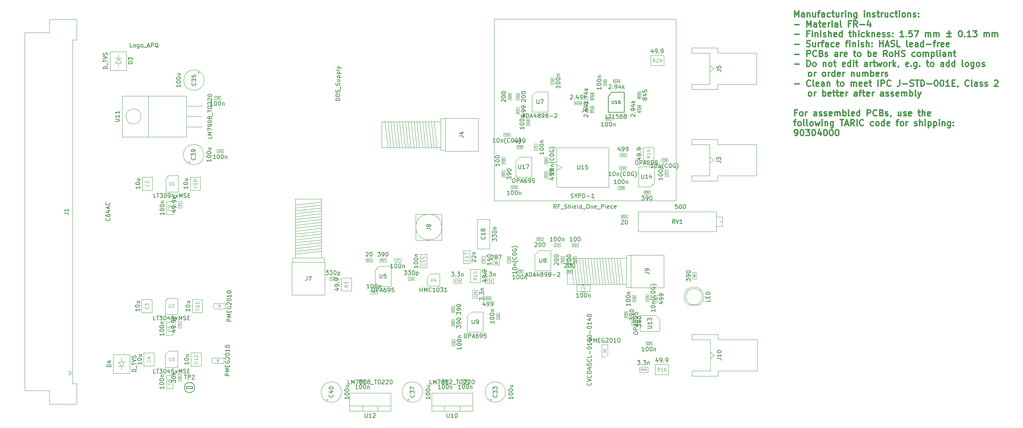
<source format=gbr>
G04 #@! TF.GenerationSoftware,KiCad,Pcbnew,(6.0.7)*
G04 #@! TF.CreationDate,2023-06-07T16:59:13+02:00*
G04 #@! TF.ProjectId,MTS_module,4d54535f-6d6f-4647-956c-652e6b696361,1.3.3*
G04 #@! TF.SameCoordinates,Original*
G04 #@! TF.FileFunction,AssemblyDrawing,Top*
%FSLAX46Y46*%
G04 Gerber Fmt 4.6, Leading zero omitted, Abs format (unit mm)*
G04 Created by KiCad (PCBNEW (6.0.7)) date 2023-06-07 16:59:13*
%MOMM*%
%LPD*%
G01*
G04 APERTURE LIST*
%ADD10C,0.300000*%
%ADD11C,0.150000*%
%ADD12C,0.120000*%
%ADD13C,0.060000*%
%ADD14C,0.080000*%
%ADD15C,0.075000*%
%ADD16C,0.110000*%
%ADD17C,0.050000*%
%ADD18C,0.100000*%
G04 APERTURE END LIST*
D10*
X230552142Y-51188571D02*
X230552142Y-49688571D01*
X231052142Y-50760000D01*
X231552142Y-49688571D01*
X231552142Y-51188571D01*
X232909285Y-51188571D02*
X232909285Y-50402857D01*
X232837857Y-50260000D01*
X232695000Y-50188571D01*
X232409285Y-50188571D01*
X232266428Y-50260000D01*
X232909285Y-51117142D02*
X232766428Y-51188571D01*
X232409285Y-51188571D01*
X232266428Y-51117142D01*
X232195000Y-50974285D01*
X232195000Y-50831428D01*
X232266428Y-50688571D01*
X232409285Y-50617142D01*
X232766428Y-50617142D01*
X232909285Y-50545714D01*
X233623571Y-50188571D02*
X233623571Y-51188571D01*
X233623571Y-50331428D02*
X233695000Y-50260000D01*
X233837857Y-50188571D01*
X234052142Y-50188571D01*
X234195000Y-50260000D01*
X234266428Y-50402857D01*
X234266428Y-51188571D01*
X235623571Y-50188571D02*
X235623571Y-51188571D01*
X234980714Y-50188571D02*
X234980714Y-50974285D01*
X235052142Y-51117142D01*
X235195000Y-51188571D01*
X235409285Y-51188571D01*
X235552142Y-51117142D01*
X235623571Y-51045714D01*
X236123571Y-50188571D02*
X236695000Y-50188571D01*
X236337857Y-51188571D02*
X236337857Y-49902857D01*
X236409285Y-49760000D01*
X236552142Y-49688571D01*
X236695000Y-49688571D01*
X237837857Y-51188571D02*
X237837857Y-50402857D01*
X237766428Y-50260000D01*
X237623571Y-50188571D01*
X237337857Y-50188571D01*
X237195000Y-50260000D01*
X237837857Y-51117142D02*
X237695000Y-51188571D01*
X237337857Y-51188571D01*
X237195000Y-51117142D01*
X237123571Y-50974285D01*
X237123571Y-50831428D01*
X237195000Y-50688571D01*
X237337857Y-50617142D01*
X237695000Y-50617142D01*
X237837857Y-50545714D01*
X239195000Y-51117142D02*
X239052142Y-51188571D01*
X238766428Y-51188571D01*
X238623571Y-51117142D01*
X238552142Y-51045714D01*
X238480714Y-50902857D01*
X238480714Y-50474285D01*
X238552142Y-50331428D01*
X238623571Y-50260000D01*
X238766428Y-50188571D01*
X239052142Y-50188571D01*
X239195000Y-50260000D01*
X239623571Y-50188571D02*
X240195000Y-50188571D01*
X239837857Y-49688571D02*
X239837857Y-50974285D01*
X239909285Y-51117142D01*
X240052142Y-51188571D01*
X240195000Y-51188571D01*
X241337857Y-50188571D02*
X241337857Y-51188571D01*
X240695000Y-50188571D02*
X240695000Y-50974285D01*
X240766428Y-51117142D01*
X240909285Y-51188571D01*
X241123571Y-51188571D01*
X241266428Y-51117142D01*
X241337857Y-51045714D01*
X242052142Y-51188571D02*
X242052142Y-50188571D01*
X242052142Y-50474285D02*
X242123571Y-50331428D01*
X242195000Y-50260000D01*
X242337857Y-50188571D01*
X242480714Y-50188571D01*
X242980714Y-51188571D02*
X242980714Y-50188571D01*
X242980714Y-49688571D02*
X242909285Y-49760000D01*
X242980714Y-49831428D01*
X243052142Y-49760000D01*
X242980714Y-49688571D01*
X242980714Y-49831428D01*
X243695000Y-50188571D02*
X243695000Y-51188571D01*
X243695000Y-50331428D02*
X243766428Y-50260000D01*
X243909285Y-50188571D01*
X244123571Y-50188571D01*
X244266428Y-50260000D01*
X244337857Y-50402857D01*
X244337857Y-51188571D01*
X245695000Y-50188571D02*
X245695000Y-51402857D01*
X245623571Y-51545714D01*
X245552142Y-51617142D01*
X245409285Y-51688571D01*
X245195000Y-51688571D01*
X245052142Y-51617142D01*
X245695000Y-51117142D02*
X245552142Y-51188571D01*
X245266428Y-51188571D01*
X245123571Y-51117142D01*
X245052142Y-51045714D01*
X244980714Y-50902857D01*
X244980714Y-50474285D01*
X245052142Y-50331428D01*
X245123571Y-50260000D01*
X245266428Y-50188571D01*
X245552142Y-50188571D01*
X245695000Y-50260000D01*
X247552142Y-51188571D02*
X247552142Y-50188571D01*
X247552142Y-49688571D02*
X247480714Y-49760000D01*
X247552142Y-49831428D01*
X247623571Y-49760000D01*
X247552142Y-49688571D01*
X247552142Y-49831428D01*
X248266428Y-50188571D02*
X248266428Y-51188571D01*
X248266428Y-50331428D02*
X248337857Y-50260000D01*
X248480714Y-50188571D01*
X248695000Y-50188571D01*
X248837857Y-50260000D01*
X248909285Y-50402857D01*
X248909285Y-51188571D01*
X249552142Y-51117142D02*
X249695000Y-51188571D01*
X249980714Y-51188571D01*
X250123571Y-51117142D01*
X250195000Y-50974285D01*
X250195000Y-50902857D01*
X250123571Y-50760000D01*
X249980714Y-50688571D01*
X249766428Y-50688571D01*
X249623571Y-50617142D01*
X249552142Y-50474285D01*
X249552142Y-50402857D01*
X249623571Y-50260000D01*
X249766428Y-50188571D01*
X249980714Y-50188571D01*
X250123571Y-50260000D01*
X250623571Y-50188571D02*
X251195000Y-50188571D01*
X250837857Y-49688571D02*
X250837857Y-50974285D01*
X250909285Y-51117142D01*
X251052142Y-51188571D01*
X251195000Y-51188571D01*
X251695000Y-51188571D02*
X251695000Y-50188571D01*
X251695000Y-50474285D02*
X251766428Y-50331428D01*
X251837857Y-50260000D01*
X251980714Y-50188571D01*
X252123571Y-50188571D01*
X253266428Y-50188571D02*
X253266428Y-51188571D01*
X252623571Y-50188571D02*
X252623571Y-50974285D01*
X252695000Y-51117142D01*
X252837857Y-51188571D01*
X253052142Y-51188571D01*
X253195000Y-51117142D01*
X253266428Y-51045714D01*
X254623571Y-51117142D02*
X254480714Y-51188571D01*
X254195000Y-51188571D01*
X254052142Y-51117142D01*
X253980714Y-51045714D01*
X253909285Y-50902857D01*
X253909285Y-50474285D01*
X253980714Y-50331428D01*
X254052142Y-50260000D01*
X254195000Y-50188571D01*
X254480714Y-50188571D01*
X254623571Y-50260000D01*
X255052142Y-50188571D02*
X255623571Y-50188571D01*
X255266428Y-49688571D02*
X255266428Y-50974285D01*
X255337857Y-51117142D01*
X255480714Y-51188571D01*
X255623571Y-51188571D01*
X256123571Y-51188571D02*
X256123571Y-50188571D01*
X256123571Y-49688571D02*
X256052142Y-49760000D01*
X256123571Y-49831428D01*
X256195000Y-49760000D01*
X256123571Y-49688571D01*
X256123571Y-49831428D01*
X257052142Y-51188571D02*
X256909285Y-51117142D01*
X256837857Y-51045714D01*
X256766428Y-50902857D01*
X256766428Y-50474285D01*
X256837857Y-50331428D01*
X256909285Y-50260000D01*
X257052142Y-50188571D01*
X257266428Y-50188571D01*
X257409285Y-50260000D01*
X257480714Y-50331428D01*
X257552142Y-50474285D01*
X257552142Y-50902857D01*
X257480714Y-51045714D01*
X257409285Y-51117142D01*
X257266428Y-51188571D01*
X257052142Y-51188571D01*
X258195000Y-50188571D02*
X258195000Y-51188571D01*
X258195000Y-50331428D02*
X258266428Y-50260000D01*
X258409285Y-50188571D01*
X258623571Y-50188571D01*
X258766428Y-50260000D01*
X258837857Y-50402857D01*
X258837857Y-51188571D01*
X259480714Y-51117142D02*
X259623571Y-51188571D01*
X259909285Y-51188571D01*
X260052142Y-51117142D01*
X260123571Y-50974285D01*
X260123571Y-50902857D01*
X260052142Y-50760000D01*
X259909285Y-50688571D01*
X259695000Y-50688571D01*
X259552142Y-50617142D01*
X259480714Y-50474285D01*
X259480714Y-50402857D01*
X259552142Y-50260000D01*
X259695000Y-50188571D01*
X259909285Y-50188571D01*
X260052142Y-50260000D01*
X260766428Y-51045714D02*
X260837857Y-51117142D01*
X260766428Y-51188571D01*
X260695000Y-51117142D01*
X260766428Y-51045714D01*
X260766428Y-51188571D01*
X260766428Y-50260000D02*
X260837857Y-50331428D01*
X260766428Y-50402857D01*
X260695000Y-50331428D01*
X260766428Y-50260000D01*
X260766428Y-50402857D01*
X230552142Y-53032142D02*
X231695000Y-53032142D01*
X233552142Y-53603571D02*
X233552142Y-52103571D01*
X234052142Y-53175000D01*
X234552142Y-52103571D01*
X234552142Y-53603571D01*
X235909285Y-53603571D02*
X235909285Y-52817857D01*
X235837857Y-52675000D01*
X235695000Y-52603571D01*
X235409285Y-52603571D01*
X235266428Y-52675000D01*
X235909285Y-53532142D02*
X235766428Y-53603571D01*
X235409285Y-53603571D01*
X235266428Y-53532142D01*
X235195000Y-53389285D01*
X235195000Y-53246428D01*
X235266428Y-53103571D01*
X235409285Y-53032142D01*
X235766428Y-53032142D01*
X235909285Y-52960714D01*
X236409285Y-52603571D02*
X236980714Y-52603571D01*
X236623571Y-52103571D02*
X236623571Y-53389285D01*
X236695000Y-53532142D01*
X236837857Y-53603571D01*
X236980714Y-53603571D01*
X238052142Y-53532142D02*
X237909285Y-53603571D01*
X237623571Y-53603571D01*
X237480714Y-53532142D01*
X237409285Y-53389285D01*
X237409285Y-52817857D01*
X237480714Y-52675000D01*
X237623571Y-52603571D01*
X237909285Y-52603571D01*
X238052142Y-52675000D01*
X238123571Y-52817857D01*
X238123571Y-52960714D01*
X237409285Y-53103571D01*
X238766428Y-53603571D02*
X238766428Y-52603571D01*
X238766428Y-52889285D02*
X238837857Y-52746428D01*
X238909285Y-52675000D01*
X239052142Y-52603571D01*
X239195000Y-52603571D01*
X239695000Y-53603571D02*
X239695000Y-52603571D01*
X239695000Y-52103571D02*
X239623571Y-52175000D01*
X239695000Y-52246428D01*
X239766428Y-52175000D01*
X239695000Y-52103571D01*
X239695000Y-52246428D01*
X241052142Y-53603571D02*
X241052142Y-52817857D01*
X240980714Y-52675000D01*
X240837857Y-52603571D01*
X240552142Y-52603571D01*
X240409285Y-52675000D01*
X241052142Y-53532142D02*
X240909285Y-53603571D01*
X240552142Y-53603571D01*
X240409285Y-53532142D01*
X240337857Y-53389285D01*
X240337857Y-53246428D01*
X240409285Y-53103571D01*
X240552142Y-53032142D01*
X240909285Y-53032142D01*
X241052142Y-52960714D01*
X241980714Y-53603571D02*
X241837857Y-53532142D01*
X241766428Y-53389285D01*
X241766428Y-52103571D01*
X244195000Y-52817857D02*
X243695000Y-52817857D01*
X243695000Y-53603571D02*
X243695000Y-52103571D01*
X244409285Y-52103571D01*
X245837857Y-53603571D02*
X245337857Y-52889285D01*
X244980714Y-53603571D02*
X244980714Y-52103571D01*
X245552142Y-52103571D01*
X245695000Y-52175000D01*
X245766428Y-52246428D01*
X245837857Y-52389285D01*
X245837857Y-52603571D01*
X245766428Y-52746428D01*
X245695000Y-52817857D01*
X245552142Y-52889285D01*
X244980714Y-52889285D01*
X246480714Y-53032142D02*
X247623571Y-53032142D01*
X248980714Y-52603571D02*
X248980714Y-53603571D01*
X248623571Y-52032142D02*
X248266428Y-53103571D01*
X249195000Y-53103571D01*
X230552142Y-55447142D02*
X231695000Y-55447142D01*
X234052142Y-55232857D02*
X233552142Y-55232857D01*
X233552142Y-56018571D02*
X233552142Y-54518571D01*
X234266428Y-54518571D01*
X234837857Y-56018571D02*
X234837857Y-55018571D01*
X234837857Y-54518571D02*
X234766428Y-54590000D01*
X234837857Y-54661428D01*
X234909285Y-54590000D01*
X234837857Y-54518571D01*
X234837857Y-54661428D01*
X235552142Y-55018571D02*
X235552142Y-56018571D01*
X235552142Y-55161428D02*
X235623571Y-55090000D01*
X235766428Y-55018571D01*
X235980714Y-55018571D01*
X236123571Y-55090000D01*
X236195000Y-55232857D01*
X236195000Y-56018571D01*
X236909285Y-56018571D02*
X236909285Y-55018571D01*
X236909285Y-54518571D02*
X236837857Y-54590000D01*
X236909285Y-54661428D01*
X236980714Y-54590000D01*
X236909285Y-54518571D01*
X236909285Y-54661428D01*
X237552142Y-55947142D02*
X237695000Y-56018571D01*
X237980714Y-56018571D01*
X238123571Y-55947142D01*
X238195000Y-55804285D01*
X238195000Y-55732857D01*
X238123571Y-55590000D01*
X237980714Y-55518571D01*
X237766428Y-55518571D01*
X237623571Y-55447142D01*
X237552142Y-55304285D01*
X237552142Y-55232857D01*
X237623571Y-55090000D01*
X237766428Y-55018571D01*
X237980714Y-55018571D01*
X238123571Y-55090000D01*
X238837857Y-56018571D02*
X238837857Y-54518571D01*
X239480714Y-56018571D02*
X239480714Y-55232857D01*
X239409285Y-55090000D01*
X239266428Y-55018571D01*
X239052142Y-55018571D01*
X238909285Y-55090000D01*
X238837857Y-55161428D01*
X240766428Y-55947142D02*
X240623571Y-56018571D01*
X240337857Y-56018571D01*
X240195000Y-55947142D01*
X240123571Y-55804285D01*
X240123571Y-55232857D01*
X240195000Y-55090000D01*
X240337857Y-55018571D01*
X240623571Y-55018571D01*
X240766428Y-55090000D01*
X240837857Y-55232857D01*
X240837857Y-55375714D01*
X240123571Y-55518571D01*
X242123571Y-56018571D02*
X242123571Y-54518571D01*
X242123571Y-55947142D02*
X241980714Y-56018571D01*
X241695000Y-56018571D01*
X241552142Y-55947142D01*
X241480714Y-55875714D01*
X241409285Y-55732857D01*
X241409285Y-55304285D01*
X241480714Y-55161428D01*
X241552142Y-55090000D01*
X241695000Y-55018571D01*
X241980714Y-55018571D01*
X242123571Y-55090000D01*
X243766428Y-55018571D02*
X244337857Y-55018571D01*
X243980714Y-54518571D02*
X243980714Y-55804285D01*
X244052142Y-55947142D01*
X244195000Y-56018571D01*
X244337857Y-56018571D01*
X244837857Y-56018571D02*
X244837857Y-54518571D01*
X245480714Y-56018571D02*
X245480714Y-55232857D01*
X245409285Y-55090000D01*
X245266428Y-55018571D01*
X245052142Y-55018571D01*
X244909285Y-55090000D01*
X244837857Y-55161428D01*
X246195000Y-56018571D02*
X246195000Y-55018571D01*
X246195000Y-54518571D02*
X246123571Y-54590000D01*
X246195000Y-54661428D01*
X246266428Y-54590000D01*
X246195000Y-54518571D01*
X246195000Y-54661428D01*
X247552142Y-55947142D02*
X247409285Y-56018571D01*
X247123571Y-56018571D01*
X246980714Y-55947142D01*
X246909285Y-55875714D01*
X246837857Y-55732857D01*
X246837857Y-55304285D01*
X246909285Y-55161428D01*
X246980714Y-55090000D01*
X247123571Y-55018571D01*
X247409285Y-55018571D01*
X247552142Y-55090000D01*
X248195000Y-56018571D02*
X248195000Y-54518571D01*
X248337857Y-55447142D02*
X248766428Y-56018571D01*
X248766428Y-55018571D02*
X248195000Y-55590000D01*
X249409285Y-55018571D02*
X249409285Y-56018571D01*
X249409285Y-55161428D02*
X249480714Y-55090000D01*
X249623571Y-55018571D01*
X249837857Y-55018571D01*
X249980714Y-55090000D01*
X250052142Y-55232857D01*
X250052142Y-56018571D01*
X251337857Y-55947142D02*
X251195000Y-56018571D01*
X250909285Y-56018571D01*
X250766428Y-55947142D01*
X250695000Y-55804285D01*
X250695000Y-55232857D01*
X250766428Y-55090000D01*
X250909285Y-55018571D01*
X251195000Y-55018571D01*
X251337857Y-55090000D01*
X251409285Y-55232857D01*
X251409285Y-55375714D01*
X250695000Y-55518571D01*
X251980714Y-55947142D02*
X252123571Y-56018571D01*
X252409285Y-56018571D01*
X252552142Y-55947142D01*
X252623571Y-55804285D01*
X252623571Y-55732857D01*
X252552142Y-55590000D01*
X252409285Y-55518571D01*
X252195000Y-55518571D01*
X252052142Y-55447142D01*
X251980714Y-55304285D01*
X251980714Y-55232857D01*
X252052142Y-55090000D01*
X252195000Y-55018571D01*
X252409285Y-55018571D01*
X252552142Y-55090000D01*
X253195000Y-55947142D02*
X253337857Y-56018571D01*
X253623571Y-56018571D01*
X253766428Y-55947142D01*
X253837857Y-55804285D01*
X253837857Y-55732857D01*
X253766428Y-55590000D01*
X253623571Y-55518571D01*
X253409285Y-55518571D01*
X253266428Y-55447142D01*
X253195000Y-55304285D01*
X253195000Y-55232857D01*
X253266428Y-55090000D01*
X253409285Y-55018571D01*
X253623571Y-55018571D01*
X253766428Y-55090000D01*
X254480714Y-55875714D02*
X254552142Y-55947142D01*
X254480714Y-56018571D01*
X254409285Y-55947142D01*
X254480714Y-55875714D01*
X254480714Y-56018571D01*
X254480714Y-55090000D02*
X254552142Y-55161428D01*
X254480714Y-55232857D01*
X254409285Y-55161428D01*
X254480714Y-55090000D01*
X254480714Y-55232857D01*
X257123571Y-56018571D02*
X256266428Y-56018571D01*
X256695000Y-56018571D02*
X256695000Y-54518571D01*
X256552142Y-54732857D01*
X256409285Y-54875714D01*
X256266428Y-54947142D01*
X257766428Y-55875714D02*
X257837857Y-55947142D01*
X257766428Y-56018571D01*
X257695000Y-55947142D01*
X257766428Y-55875714D01*
X257766428Y-56018571D01*
X259195000Y-54518571D02*
X258480714Y-54518571D01*
X258409285Y-55232857D01*
X258480714Y-55161428D01*
X258623571Y-55090000D01*
X258980714Y-55090000D01*
X259123571Y-55161428D01*
X259195000Y-55232857D01*
X259266428Y-55375714D01*
X259266428Y-55732857D01*
X259195000Y-55875714D01*
X259123571Y-55947142D01*
X258980714Y-56018571D01*
X258623571Y-56018571D01*
X258480714Y-55947142D01*
X258409285Y-55875714D01*
X259766428Y-54518571D02*
X260766428Y-54518571D01*
X260123571Y-56018571D01*
X262480714Y-56018571D02*
X262480714Y-55018571D01*
X262480714Y-55161428D02*
X262552142Y-55090000D01*
X262695000Y-55018571D01*
X262909285Y-55018571D01*
X263052142Y-55090000D01*
X263123571Y-55232857D01*
X263123571Y-56018571D01*
X263123571Y-55232857D02*
X263195000Y-55090000D01*
X263337857Y-55018571D01*
X263552142Y-55018571D01*
X263695000Y-55090000D01*
X263766428Y-55232857D01*
X263766428Y-56018571D01*
X264480714Y-56018571D02*
X264480714Y-55018571D01*
X264480714Y-55161428D02*
X264552142Y-55090000D01*
X264695000Y-55018571D01*
X264909285Y-55018571D01*
X265052142Y-55090000D01*
X265123571Y-55232857D01*
X265123571Y-56018571D01*
X265123571Y-55232857D02*
X265195000Y-55090000D01*
X265337857Y-55018571D01*
X265552142Y-55018571D01*
X265695000Y-55090000D01*
X265766428Y-55232857D01*
X265766428Y-56018571D01*
X267623571Y-55161428D02*
X268766428Y-55161428D01*
X268195000Y-55732857D02*
X268195000Y-54590000D01*
X268766428Y-56018571D02*
X267623571Y-56018571D01*
X270909285Y-54518571D02*
X271052142Y-54518571D01*
X271195000Y-54590000D01*
X271266428Y-54661428D01*
X271337857Y-54804285D01*
X271409285Y-55090000D01*
X271409285Y-55447142D01*
X271337857Y-55732857D01*
X271266428Y-55875714D01*
X271195000Y-55947142D01*
X271052142Y-56018571D01*
X270909285Y-56018571D01*
X270766428Y-55947142D01*
X270695000Y-55875714D01*
X270623571Y-55732857D01*
X270552142Y-55447142D01*
X270552142Y-55090000D01*
X270623571Y-54804285D01*
X270695000Y-54661428D01*
X270766428Y-54590000D01*
X270909285Y-54518571D01*
X272052142Y-55875714D02*
X272123571Y-55947142D01*
X272052142Y-56018571D01*
X271980714Y-55947142D01*
X272052142Y-55875714D01*
X272052142Y-56018571D01*
X273552142Y-56018571D02*
X272695000Y-56018571D01*
X273123571Y-56018571D02*
X273123571Y-54518571D01*
X272980714Y-54732857D01*
X272837857Y-54875714D01*
X272695000Y-54947142D01*
X274052142Y-54518571D02*
X274980714Y-54518571D01*
X274480714Y-55090000D01*
X274695000Y-55090000D01*
X274837857Y-55161428D01*
X274909285Y-55232857D01*
X274980714Y-55375714D01*
X274980714Y-55732857D01*
X274909285Y-55875714D01*
X274837857Y-55947142D01*
X274695000Y-56018571D01*
X274266428Y-56018571D01*
X274123571Y-55947142D01*
X274052142Y-55875714D01*
X276766428Y-56018571D02*
X276766428Y-55018571D01*
X276766428Y-55161428D02*
X276837857Y-55090000D01*
X276980714Y-55018571D01*
X277195000Y-55018571D01*
X277337857Y-55090000D01*
X277409285Y-55232857D01*
X277409285Y-56018571D01*
X277409285Y-55232857D02*
X277480714Y-55090000D01*
X277623571Y-55018571D01*
X277837857Y-55018571D01*
X277980714Y-55090000D01*
X278052142Y-55232857D01*
X278052142Y-56018571D01*
X278766428Y-56018571D02*
X278766428Y-55018571D01*
X278766428Y-55161428D02*
X278837857Y-55090000D01*
X278980714Y-55018571D01*
X279195000Y-55018571D01*
X279337857Y-55090000D01*
X279409285Y-55232857D01*
X279409285Y-56018571D01*
X279409285Y-55232857D02*
X279480714Y-55090000D01*
X279623571Y-55018571D01*
X279837857Y-55018571D01*
X279980714Y-55090000D01*
X280052142Y-55232857D01*
X280052142Y-56018571D01*
X230552142Y-57862142D02*
X231695000Y-57862142D01*
X233480714Y-58362142D02*
X233695000Y-58433571D01*
X234052142Y-58433571D01*
X234195000Y-58362142D01*
X234266428Y-58290714D01*
X234337857Y-58147857D01*
X234337857Y-58005000D01*
X234266428Y-57862142D01*
X234195000Y-57790714D01*
X234052142Y-57719285D01*
X233766428Y-57647857D01*
X233623571Y-57576428D01*
X233552142Y-57505000D01*
X233480714Y-57362142D01*
X233480714Y-57219285D01*
X233552142Y-57076428D01*
X233623571Y-57005000D01*
X233766428Y-56933571D01*
X234123571Y-56933571D01*
X234337857Y-57005000D01*
X235623571Y-57433571D02*
X235623571Y-58433571D01*
X234980714Y-57433571D02*
X234980714Y-58219285D01*
X235052142Y-58362142D01*
X235195000Y-58433571D01*
X235409285Y-58433571D01*
X235552142Y-58362142D01*
X235623571Y-58290714D01*
X236337857Y-58433571D02*
X236337857Y-57433571D01*
X236337857Y-57719285D02*
X236409285Y-57576428D01*
X236480714Y-57505000D01*
X236623571Y-57433571D01*
X236766428Y-57433571D01*
X237052142Y-57433571D02*
X237623571Y-57433571D01*
X237266428Y-58433571D02*
X237266428Y-57147857D01*
X237337857Y-57005000D01*
X237480714Y-56933571D01*
X237623571Y-56933571D01*
X238766428Y-58433571D02*
X238766428Y-57647857D01*
X238695000Y-57505000D01*
X238552142Y-57433571D01*
X238266428Y-57433571D01*
X238123571Y-57505000D01*
X238766428Y-58362142D02*
X238623571Y-58433571D01*
X238266428Y-58433571D01*
X238123571Y-58362142D01*
X238052142Y-58219285D01*
X238052142Y-58076428D01*
X238123571Y-57933571D01*
X238266428Y-57862142D01*
X238623571Y-57862142D01*
X238766428Y-57790714D01*
X240123571Y-58362142D02*
X239980714Y-58433571D01*
X239695000Y-58433571D01*
X239552142Y-58362142D01*
X239480714Y-58290714D01*
X239409285Y-58147857D01*
X239409285Y-57719285D01*
X239480714Y-57576428D01*
X239552142Y-57505000D01*
X239695000Y-57433571D01*
X239980714Y-57433571D01*
X240123571Y-57505000D01*
X241337857Y-58362142D02*
X241195000Y-58433571D01*
X240909285Y-58433571D01*
X240766428Y-58362142D01*
X240695000Y-58219285D01*
X240695000Y-57647857D01*
X240766428Y-57505000D01*
X240909285Y-57433571D01*
X241195000Y-57433571D01*
X241337857Y-57505000D01*
X241409285Y-57647857D01*
X241409285Y-57790714D01*
X240695000Y-57933571D01*
X242980714Y-57433571D02*
X243552142Y-57433571D01*
X243195000Y-58433571D02*
X243195000Y-57147857D01*
X243266428Y-57005000D01*
X243409285Y-56933571D01*
X243552142Y-56933571D01*
X244052142Y-58433571D02*
X244052142Y-57433571D01*
X244052142Y-56933571D02*
X243980714Y-57005000D01*
X244052142Y-57076428D01*
X244123571Y-57005000D01*
X244052142Y-56933571D01*
X244052142Y-57076428D01*
X244766428Y-57433571D02*
X244766428Y-58433571D01*
X244766428Y-57576428D02*
X244837857Y-57505000D01*
X244980714Y-57433571D01*
X245195000Y-57433571D01*
X245337857Y-57505000D01*
X245409285Y-57647857D01*
X245409285Y-58433571D01*
X246123571Y-58433571D02*
X246123571Y-57433571D01*
X246123571Y-56933571D02*
X246052142Y-57005000D01*
X246123571Y-57076428D01*
X246195000Y-57005000D01*
X246123571Y-56933571D01*
X246123571Y-57076428D01*
X246766428Y-58362142D02*
X246909285Y-58433571D01*
X247195000Y-58433571D01*
X247337857Y-58362142D01*
X247409285Y-58219285D01*
X247409285Y-58147857D01*
X247337857Y-58005000D01*
X247195000Y-57933571D01*
X246980714Y-57933571D01*
X246837857Y-57862142D01*
X246766428Y-57719285D01*
X246766428Y-57647857D01*
X246837857Y-57505000D01*
X246980714Y-57433571D01*
X247195000Y-57433571D01*
X247337857Y-57505000D01*
X248052142Y-58433571D02*
X248052142Y-56933571D01*
X248695000Y-58433571D02*
X248695000Y-57647857D01*
X248623571Y-57505000D01*
X248480714Y-57433571D01*
X248266428Y-57433571D01*
X248123571Y-57505000D01*
X248052142Y-57576428D01*
X249409285Y-58290714D02*
X249480714Y-58362142D01*
X249409285Y-58433571D01*
X249337857Y-58362142D01*
X249409285Y-58290714D01*
X249409285Y-58433571D01*
X249409285Y-57505000D02*
X249480714Y-57576428D01*
X249409285Y-57647857D01*
X249337857Y-57576428D01*
X249409285Y-57505000D01*
X249409285Y-57647857D01*
X251266428Y-58433571D02*
X251266428Y-56933571D01*
X251266428Y-57647857D02*
X252123571Y-57647857D01*
X252123571Y-58433571D02*
X252123571Y-56933571D01*
X252766428Y-58005000D02*
X253480714Y-58005000D01*
X252623571Y-58433571D02*
X253123571Y-56933571D01*
X253623571Y-58433571D01*
X254052142Y-58362142D02*
X254266428Y-58433571D01*
X254623571Y-58433571D01*
X254766428Y-58362142D01*
X254837857Y-58290714D01*
X254909285Y-58147857D01*
X254909285Y-58005000D01*
X254837857Y-57862142D01*
X254766428Y-57790714D01*
X254623571Y-57719285D01*
X254337857Y-57647857D01*
X254195000Y-57576428D01*
X254123571Y-57505000D01*
X254052142Y-57362142D01*
X254052142Y-57219285D01*
X254123571Y-57076428D01*
X254195000Y-57005000D01*
X254337857Y-56933571D01*
X254695000Y-56933571D01*
X254909285Y-57005000D01*
X256266428Y-58433571D02*
X255552142Y-58433571D01*
X255552142Y-56933571D01*
X258123571Y-58433571D02*
X257980714Y-58362142D01*
X257909285Y-58219285D01*
X257909285Y-56933571D01*
X259266428Y-58362142D02*
X259123571Y-58433571D01*
X258837857Y-58433571D01*
X258695000Y-58362142D01*
X258623571Y-58219285D01*
X258623571Y-57647857D01*
X258695000Y-57505000D01*
X258837857Y-57433571D01*
X259123571Y-57433571D01*
X259266428Y-57505000D01*
X259337857Y-57647857D01*
X259337857Y-57790714D01*
X258623571Y-57933571D01*
X260623571Y-58433571D02*
X260623571Y-57647857D01*
X260552142Y-57505000D01*
X260409285Y-57433571D01*
X260123571Y-57433571D01*
X259980714Y-57505000D01*
X260623571Y-58362142D02*
X260480714Y-58433571D01*
X260123571Y-58433571D01*
X259980714Y-58362142D01*
X259909285Y-58219285D01*
X259909285Y-58076428D01*
X259980714Y-57933571D01*
X260123571Y-57862142D01*
X260480714Y-57862142D01*
X260623571Y-57790714D01*
X261980714Y-58433571D02*
X261980714Y-56933571D01*
X261980714Y-58362142D02*
X261837857Y-58433571D01*
X261552142Y-58433571D01*
X261409285Y-58362142D01*
X261337857Y-58290714D01*
X261266428Y-58147857D01*
X261266428Y-57719285D01*
X261337857Y-57576428D01*
X261409285Y-57505000D01*
X261552142Y-57433571D01*
X261837857Y-57433571D01*
X261980714Y-57505000D01*
X262695000Y-57862142D02*
X263837857Y-57862142D01*
X264337857Y-57433571D02*
X264909285Y-57433571D01*
X264552142Y-58433571D02*
X264552142Y-57147857D01*
X264623571Y-57005000D01*
X264766428Y-56933571D01*
X264909285Y-56933571D01*
X265409285Y-58433571D02*
X265409285Y-57433571D01*
X265409285Y-57719285D02*
X265480714Y-57576428D01*
X265552142Y-57505000D01*
X265695000Y-57433571D01*
X265837857Y-57433571D01*
X266909285Y-58362142D02*
X266766428Y-58433571D01*
X266480714Y-58433571D01*
X266337857Y-58362142D01*
X266266428Y-58219285D01*
X266266428Y-57647857D01*
X266337857Y-57505000D01*
X266480714Y-57433571D01*
X266766428Y-57433571D01*
X266909285Y-57505000D01*
X266980714Y-57647857D01*
X266980714Y-57790714D01*
X266266428Y-57933571D01*
X268195000Y-58362142D02*
X268052142Y-58433571D01*
X267766428Y-58433571D01*
X267623571Y-58362142D01*
X267552142Y-58219285D01*
X267552142Y-57647857D01*
X267623571Y-57505000D01*
X267766428Y-57433571D01*
X268052142Y-57433571D01*
X268195000Y-57505000D01*
X268266428Y-57647857D01*
X268266428Y-57790714D01*
X267552142Y-57933571D01*
X230552142Y-60277142D02*
X231695000Y-60277142D01*
X233552142Y-60848571D02*
X233552142Y-59348571D01*
X234123571Y-59348571D01*
X234266428Y-59420000D01*
X234337857Y-59491428D01*
X234409285Y-59634285D01*
X234409285Y-59848571D01*
X234337857Y-59991428D01*
X234266428Y-60062857D01*
X234123571Y-60134285D01*
X233552142Y-60134285D01*
X235909285Y-60705714D02*
X235837857Y-60777142D01*
X235623571Y-60848571D01*
X235480714Y-60848571D01*
X235266428Y-60777142D01*
X235123571Y-60634285D01*
X235052142Y-60491428D01*
X234980714Y-60205714D01*
X234980714Y-59991428D01*
X235052142Y-59705714D01*
X235123571Y-59562857D01*
X235266428Y-59420000D01*
X235480714Y-59348571D01*
X235623571Y-59348571D01*
X235837857Y-59420000D01*
X235909285Y-59491428D01*
X237052142Y-60062857D02*
X237266428Y-60134285D01*
X237337857Y-60205714D01*
X237409285Y-60348571D01*
X237409285Y-60562857D01*
X237337857Y-60705714D01*
X237266428Y-60777142D01*
X237123571Y-60848571D01*
X236552142Y-60848571D01*
X236552142Y-59348571D01*
X237052142Y-59348571D01*
X237195000Y-59420000D01*
X237266428Y-59491428D01*
X237337857Y-59634285D01*
X237337857Y-59777142D01*
X237266428Y-59920000D01*
X237195000Y-59991428D01*
X237052142Y-60062857D01*
X236552142Y-60062857D01*
X237980714Y-60777142D02*
X238123571Y-60848571D01*
X238409285Y-60848571D01*
X238552142Y-60777142D01*
X238623571Y-60634285D01*
X238623571Y-60562857D01*
X238552142Y-60420000D01*
X238409285Y-60348571D01*
X238195000Y-60348571D01*
X238052142Y-60277142D01*
X237980714Y-60134285D01*
X237980714Y-60062857D01*
X238052142Y-59920000D01*
X238195000Y-59848571D01*
X238409285Y-59848571D01*
X238552142Y-59920000D01*
X241052142Y-60848571D02*
X241052142Y-60062857D01*
X240980714Y-59920000D01*
X240837857Y-59848571D01*
X240552142Y-59848571D01*
X240409285Y-59920000D01*
X241052142Y-60777142D02*
X240909285Y-60848571D01*
X240552142Y-60848571D01*
X240409285Y-60777142D01*
X240337857Y-60634285D01*
X240337857Y-60491428D01*
X240409285Y-60348571D01*
X240552142Y-60277142D01*
X240909285Y-60277142D01*
X241052142Y-60205714D01*
X241766428Y-60848571D02*
X241766428Y-59848571D01*
X241766428Y-60134285D02*
X241837857Y-59991428D01*
X241909285Y-59920000D01*
X242052142Y-59848571D01*
X242195000Y-59848571D01*
X243266428Y-60777142D02*
X243123571Y-60848571D01*
X242837857Y-60848571D01*
X242695000Y-60777142D01*
X242623571Y-60634285D01*
X242623571Y-60062857D01*
X242695000Y-59920000D01*
X242837857Y-59848571D01*
X243123571Y-59848571D01*
X243266428Y-59920000D01*
X243337857Y-60062857D01*
X243337857Y-60205714D01*
X242623571Y-60348571D01*
X244909285Y-59848571D02*
X245480714Y-59848571D01*
X245123571Y-59348571D02*
X245123571Y-60634285D01*
X245195000Y-60777142D01*
X245337857Y-60848571D01*
X245480714Y-60848571D01*
X246195000Y-60848571D02*
X246052142Y-60777142D01*
X245980714Y-60705714D01*
X245909285Y-60562857D01*
X245909285Y-60134285D01*
X245980714Y-59991428D01*
X246052142Y-59920000D01*
X246195000Y-59848571D01*
X246409285Y-59848571D01*
X246552142Y-59920000D01*
X246623571Y-59991428D01*
X246695000Y-60134285D01*
X246695000Y-60562857D01*
X246623571Y-60705714D01*
X246552142Y-60777142D01*
X246409285Y-60848571D01*
X246195000Y-60848571D01*
X248480714Y-60848571D02*
X248480714Y-59348571D01*
X248480714Y-59920000D02*
X248623571Y-59848571D01*
X248909285Y-59848571D01*
X249052142Y-59920000D01*
X249123571Y-59991428D01*
X249195000Y-60134285D01*
X249195000Y-60562857D01*
X249123571Y-60705714D01*
X249052142Y-60777142D01*
X248909285Y-60848571D01*
X248623571Y-60848571D01*
X248480714Y-60777142D01*
X250409285Y-60777142D02*
X250266428Y-60848571D01*
X249980714Y-60848571D01*
X249837857Y-60777142D01*
X249766428Y-60634285D01*
X249766428Y-60062857D01*
X249837857Y-59920000D01*
X249980714Y-59848571D01*
X250266428Y-59848571D01*
X250409285Y-59920000D01*
X250480714Y-60062857D01*
X250480714Y-60205714D01*
X249766428Y-60348571D01*
X253123571Y-60848571D02*
X252623571Y-60134285D01*
X252266428Y-60848571D02*
X252266428Y-59348571D01*
X252837857Y-59348571D01*
X252980714Y-59420000D01*
X253052142Y-59491428D01*
X253123571Y-59634285D01*
X253123571Y-59848571D01*
X253052142Y-59991428D01*
X252980714Y-60062857D01*
X252837857Y-60134285D01*
X252266428Y-60134285D01*
X253980714Y-60848571D02*
X253837857Y-60777142D01*
X253766428Y-60705714D01*
X253695000Y-60562857D01*
X253695000Y-60134285D01*
X253766428Y-59991428D01*
X253837857Y-59920000D01*
X253980714Y-59848571D01*
X254195000Y-59848571D01*
X254337857Y-59920000D01*
X254409285Y-59991428D01*
X254480714Y-60134285D01*
X254480714Y-60562857D01*
X254409285Y-60705714D01*
X254337857Y-60777142D01*
X254195000Y-60848571D01*
X253980714Y-60848571D01*
X255123571Y-60848571D02*
X255123571Y-59348571D01*
X255123571Y-60062857D02*
X255980714Y-60062857D01*
X255980714Y-60848571D02*
X255980714Y-59348571D01*
X256623571Y-60777142D02*
X256837857Y-60848571D01*
X257195000Y-60848571D01*
X257337857Y-60777142D01*
X257409285Y-60705714D01*
X257480714Y-60562857D01*
X257480714Y-60420000D01*
X257409285Y-60277142D01*
X257337857Y-60205714D01*
X257195000Y-60134285D01*
X256909285Y-60062857D01*
X256766428Y-59991428D01*
X256695000Y-59920000D01*
X256623571Y-59777142D01*
X256623571Y-59634285D01*
X256695000Y-59491428D01*
X256766428Y-59420000D01*
X256909285Y-59348571D01*
X257266428Y-59348571D01*
X257480714Y-59420000D01*
X259909285Y-60777142D02*
X259766428Y-60848571D01*
X259480714Y-60848571D01*
X259337857Y-60777142D01*
X259266428Y-60705714D01*
X259195000Y-60562857D01*
X259195000Y-60134285D01*
X259266428Y-59991428D01*
X259337857Y-59920000D01*
X259480714Y-59848571D01*
X259766428Y-59848571D01*
X259909285Y-59920000D01*
X260766428Y-60848571D02*
X260623571Y-60777142D01*
X260552142Y-60705714D01*
X260480714Y-60562857D01*
X260480714Y-60134285D01*
X260552142Y-59991428D01*
X260623571Y-59920000D01*
X260766428Y-59848571D01*
X260980714Y-59848571D01*
X261123571Y-59920000D01*
X261195000Y-59991428D01*
X261266428Y-60134285D01*
X261266428Y-60562857D01*
X261195000Y-60705714D01*
X261123571Y-60777142D01*
X260980714Y-60848571D01*
X260766428Y-60848571D01*
X261909285Y-60848571D02*
X261909285Y-59848571D01*
X261909285Y-59991428D02*
X261980714Y-59920000D01*
X262123571Y-59848571D01*
X262337857Y-59848571D01*
X262480714Y-59920000D01*
X262552142Y-60062857D01*
X262552142Y-60848571D01*
X262552142Y-60062857D02*
X262623571Y-59920000D01*
X262766428Y-59848571D01*
X262980714Y-59848571D01*
X263123571Y-59920000D01*
X263195000Y-60062857D01*
X263195000Y-60848571D01*
X263909285Y-59848571D02*
X263909285Y-61348571D01*
X263909285Y-59920000D02*
X264052142Y-59848571D01*
X264337857Y-59848571D01*
X264480714Y-59920000D01*
X264552142Y-59991428D01*
X264623571Y-60134285D01*
X264623571Y-60562857D01*
X264552142Y-60705714D01*
X264480714Y-60777142D01*
X264337857Y-60848571D01*
X264052142Y-60848571D01*
X263909285Y-60777142D01*
X265480714Y-60848571D02*
X265337857Y-60777142D01*
X265266428Y-60634285D01*
X265266428Y-59348571D01*
X266052142Y-60848571D02*
X266052142Y-59848571D01*
X266052142Y-59348571D02*
X265980714Y-59420000D01*
X266052142Y-59491428D01*
X266123571Y-59420000D01*
X266052142Y-59348571D01*
X266052142Y-59491428D01*
X267409285Y-60848571D02*
X267409285Y-60062857D01*
X267337857Y-59920000D01*
X267195000Y-59848571D01*
X266909285Y-59848571D01*
X266766428Y-59920000D01*
X267409285Y-60777142D02*
X267266428Y-60848571D01*
X266909285Y-60848571D01*
X266766428Y-60777142D01*
X266695000Y-60634285D01*
X266695000Y-60491428D01*
X266766428Y-60348571D01*
X266909285Y-60277142D01*
X267266428Y-60277142D01*
X267409285Y-60205714D01*
X268123571Y-59848571D02*
X268123571Y-60848571D01*
X268123571Y-59991428D02*
X268195000Y-59920000D01*
X268337857Y-59848571D01*
X268552142Y-59848571D01*
X268695000Y-59920000D01*
X268766428Y-60062857D01*
X268766428Y-60848571D01*
X269266428Y-59848571D02*
X269837857Y-59848571D01*
X269480714Y-59348571D02*
X269480714Y-60634285D01*
X269552142Y-60777142D01*
X269695000Y-60848571D01*
X269837857Y-60848571D01*
X230552142Y-62692142D02*
X231695000Y-62692142D01*
X233552142Y-63263571D02*
X233552142Y-61763571D01*
X233909285Y-61763571D01*
X234123571Y-61835000D01*
X234266428Y-61977857D01*
X234337857Y-62120714D01*
X234409285Y-62406428D01*
X234409285Y-62620714D01*
X234337857Y-62906428D01*
X234266428Y-63049285D01*
X234123571Y-63192142D01*
X233909285Y-63263571D01*
X233552142Y-63263571D01*
X235266428Y-63263571D02*
X235123571Y-63192142D01*
X235052142Y-63120714D01*
X234980714Y-62977857D01*
X234980714Y-62549285D01*
X235052142Y-62406428D01*
X235123571Y-62335000D01*
X235266428Y-62263571D01*
X235480714Y-62263571D01*
X235623571Y-62335000D01*
X235695000Y-62406428D01*
X235766428Y-62549285D01*
X235766428Y-62977857D01*
X235695000Y-63120714D01*
X235623571Y-63192142D01*
X235480714Y-63263571D01*
X235266428Y-63263571D01*
X237552142Y-62263571D02*
X237552142Y-63263571D01*
X237552142Y-62406428D02*
X237623571Y-62335000D01*
X237766428Y-62263571D01*
X237980714Y-62263571D01*
X238123571Y-62335000D01*
X238195000Y-62477857D01*
X238195000Y-63263571D01*
X239123571Y-63263571D02*
X238980714Y-63192142D01*
X238909285Y-63120714D01*
X238837857Y-62977857D01*
X238837857Y-62549285D01*
X238909285Y-62406428D01*
X238980714Y-62335000D01*
X239123571Y-62263571D01*
X239337857Y-62263571D01*
X239480714Y-62335000D01*
X239552142Y-62406428D01*
X239623571Y-62549285D01*
X239623571Y-62977857D01*
X239552142Y-63120714D01*
X239480714Y-63192142D01*
X239337857Y-63263571D01*
X239123571Y-63263571D01*
X240052142Y-62263571D02*
X240623571Y-62263571D01*
X240266428Y-61763571D02*
X240266428Y-63049285D01*
X240337857Y-63192142D01*
X240480714Y-63263571D01*
X240623571Y-63263571D01*
X242837857Y-63192142D02*
X242695000Y-63263571D01*
X242409285Y-63263571D01*
X242266428Y-63192142D01*
X242195000Y-63049285D01*
X242195000Y-62477857D01*
X242266428Y-62335000D01*
X242409285Y-62263571D01*
X242695000Y-62263571D01*
X242837857Y-62335000D01*
X242909285Y-62477857D01*
X242909285Y-62620714D01*
X242195000Y-62763571D01*
X244195000Y-63263571D02*
X244195000Y-61763571D01*
X244195000Y-63192142D02*
X244052142Y-63263571D01*
X243766428Y-63263571D01*
X243623571Y-63192142D01*
X243552142Y-63120714D01*
X243480714Y-62977857D01*
X243480714Y-62549285D01*
X243552142Y-62406428D01*
X243623571Y-62335000D01*
X243766428Y-62263571D01*
X244052142Y-62263571D01*
X244195000Y-62335000D01*
X244909285Y-63263571D02*
X244909285Y-62263571D01*
X244909285Y-61763571D02*
X244837857Y-61835000D01*
X244909285Y-61906428D01*
X244980714Y-61835000D01*
X244909285Y-61763571D01*
X244909285Y-61906428D01*
X245409285Y-62263571D02*
X245980714Y-62263571D01*
X245623571Y-61763571D02*
X245623571Y-63049285D01*
X245695000Y-63192142D01*
X245837857Y-63263571D01*
X245980714Y-63263571D01*
X248266428Y-63263571D02*
X248266428Y-62477857D01*
X248195000Y-62335000D01*
X248052142Y-62263571D01*
X247766428Y-62263571D01*
X247623571Y-62335000D01*
X248266428Y-63192142D02*
X248123571Y-63263571D01*
X247766428Y-63263571D01*
X247623571Y-63192142D01*
X247552142Y-63049285D01*
X247552142Y-62906428D01*
X247623571Y-62763571D01*
X247766428Y-62692142D01*
X248123571Y-62692142D01*
X248266428Y-62620714D01*
X248980714Y-63263571D02*
X248980714Y-62263571D01*
X248980714Y-62549285D02*
X249052142Y-62406428D01*
X249123571Y-62335000D01*
X249266428Y-62263571D01*
X249409285Y-62263571D01*
X249695000Y-62263571D02*
X250266428Y-62263571D01*
X249909285Y-61763571D02*
X249909285Y-63049285D01*
X249980714Y-63192142D01*
X250123571Y-63263571D01*
X250266428Y-63263571D01*
X250623571Y-62263571D02*
X250909285Y-63263571D01*
X251195000Y-62549285D01*
X251480714Y-63263571D01*
X251766428Y-62263571D01*
X252552142Y-63263571D02*
X252409285Y-63192142D01*
X252337857Y-63120714D01*
X252266428Y-62977857D01*
X252266428Y-62549285D01*
X252337857Y-62406428D01*
X252409285Y-62335000D01*
X252552142Y-62263571D01*
X252766428Y-62263571D01*
X252909285Y-62335000D01*
X252980714Y-62406428D01*
X253052142Y-62549285D01*
X253052142Y-62977857D01*
X252980714Y-63120714D01*
X252909285Y-63192142D01*
X252766428Y-63263571D01*
X252552142Y-63263571D01*
X253695000Y-63263571D02*
X253695000Y-62263571D01*
X253695000Y-62549285D02*
X253766428Y-62406428D01*
X253837857Y-62335000D01*
X253980714Y-62263571D01*
X254123571Y-62263571D01*
X254623571Y-63263571D02*
X254623571Y-61763571D01*
X254766428Y-62692142D02*
X255195000Y-63263571D01*
X255195000Y-62263571D02*
X254623571Y-62835000D01*
X255909285Y-63192142D02*
X255909285Y-63263571D01*
X255837857Y-63406428D01*
X255766428Y-63477857D01*
X258266428Y-63192142D02*
X258123571Y-63263571D01*
X257837857Y-63263571D01*
X257695000Y-63192142D01*
X257623571Y-63049285D01*
X257623571Y-62477857D01*
X257695000Y-62335000D01*
X257837857Y-62263571D01*
X258123571Y-62263571D01*
X258266428Y-62335000D01*
X258337857Y-62477857D01*
X258337857Y-62620714D01*
X257623571Y-62763571D01*
X258980714Y-63120714D02*
X259052142Y-63192142D01*
X258980714Y-63263571D01*
X258909285Y-63192142D01*
X258980714Y-63120714D01*
X258980714Y-63263571D01*
X260337857Y-62263571D02*
X260337857Y-63477857D01*
X260266428Y-63620714D01*
X260195000Y-63692142D01*
X260052142Y-63763571D01*
X259837857Y-63763571D01*
X259695000Y-63692142D01*
X260337857Y-63192142D02*
X260195000Y-63263571D01*
X259909285Y-63263571D01*
X259766428Y-63192142D01*
X259695000Y-63120714D01*
X259623571Y-62977857D01*
X259623571Y-62549285D01*
X259695000Y-62406428D01*
X259766428Y-62335000D01*
X259909285Y-62263571D01*
X260195000Y-62263571D01*
X260337857Y-62335000D01*
X261052142Y-63120714D02*
X261123571Y-63192142D01*
X261052142Y-63263571D01*
X260980714Y-63192142D01*
X261052142Y-63120714D01*
X261052142Y-63263571D01*
X262695000Y-62263571D02*
X263266428Y-62263571D01*
X262909285Y-61763571D02*
X262909285Y-63049285D01*
X262980714Y-63192142D01*
X263123571Y-63263571D01*
X263266428Y-63263571D01*
X263980714Y-63263571D02*
X263837857Y-63192142D01*
X263766428Y-63120714D01*
X263695000Y-62977857D01*
X263695000Y-62549285D01*
X263766428Y-62406428D01*
X263837857Y-62335000D01*
X263980714Y-62263571D01*
X264195000Y-62263571D01*
X264337857Y-62335000D01*
X264409285Y-62406428D01*
X264480714Y-62549285D01*
X264480714Y-62977857D01*
X264409285Y-63120714D01*
X264337857Y-63192142D01*
X264195000Y-63263571D01*
X263980714Y-63263571D01*
X266909285Y-63263571D02*
X266909285Y-62477857D01*
X266837857Y-62335000D01*
X266695000Y-62263571D01*
X266409285Y-62263571D01*
X266266428Y-62335000D01*
X266909285Y-63192142D02*
X266766428Y-63263571D01*
X266409285Y-63263571D01*
X266266428Y-63192142D01*
X266195000Y-63049285D01*
X266195000Y-62906428D01*
X266266428Y-62763571D01*
X266409285Y-62692142D01*
X266766428Y-62692142D01*
X266909285Y-62620714D01*
X268266428Y-63263571D02*
X268266428Y-61763571D01*
X268266428Y-63192142D02*
X268123571Y-63263571D01*
X267837857Y-63263571D01*
X267695000Y-63192142D01*
X267623571Y-63120714D01*
X267552142Y-62977857D01*
X267552142Y-62549285D01*
X267623571Y-62406428D01*
X267695000Y-62335000D01*
X267837857Y-62263571D01*
X268123571Y-62263571D01*
X268266428Y-62335000D01*
X269623571Y-63263571D02*
X269623571Y-61763571D01*
X269623571Y-63192142D02*
X269480714Y-63263571D01*
X269195000Y-63263571D01*
X269052142Y-63192142D01*
X268980714Y-63120714D01*
X268909285Y-62977857D01*
X268909285Y-62549285D01*
X268980714Y-62406428D01*
X269052142Y-62335000D01*
X269195000Y-62263571D01*
X269480714Y-62263571D01*
X269623571Y-62335000D01*
X271695000Y-63263571D02*
X271552142Y-63192142D01*
X271480714Y-63049285D01*
X271480714Y-61763571D01*
X272480714Y-63263571D02*
X272337857Y-63192142D01*
X272266428Y-63120714D01*
X272195000Y-62977857D01*
X272195000Y-62549285D01*
X272266428Y-62406428D01*
X272337857Y-62335000D01*
X272480714Y-62263571D01*
X272695000Y-62263571D01*
X272837857Y-62335000D01*
X272909285Y-62406428D01*
X272980714Y-62549285D01*
X272980714Y-62977857D01*
X272909285Y-63120714D01*
X272837857Y-63192142D01*
X272695000Y-63263571D01*
X272480714Y-63263571D01*
X274266428Y-62263571D02*
X274266428Y-63477857D01*
X274195000Y-63620714D01*
X274123571Y-63692142D01*
X273980714Y-63763571D01*
X273766428Y-63763571D01*
X273623571Y-63692142D01*
X274266428Y-63192142D02*
X274123571Y-63263571D01*
X273837857Y-63263571D01*
X273695000Y-63192142D01*
X273623571Y-63120714D01*
X273552142Y-62977857D01*
X273552142Y-62549285D01*
X273623571Y-62406428D01*
X273695000Y-62335000D01*
X273837857Y-62263571D01*
X274123571Y-62263571D01*
X274266428Y-62335000D01*
X275195000Y-63263571D02*
X275052142Y-63192142D01*
X274980714Y-63120714D01*
X274909285Y-62977857D01*
X274909285Y-62549285D01*
X274980714Y-62406428D01*
X275052142Y-62335000D01*
X275195000Y-62263571D01*
X275409285Y-62263571D01*
X275552142Y-62335000D01*
X275623571Y-62406428D01*
X275695000Y-62549285D01*
X275695000Y-62977857D01*
X275623571Y-63120714D01*
X275552142Y-63192142D01*
X275409285Y-63263571D01*
X275195000Y-63263571D01*
X276266428Y-63192142D02*
X276409285Y-63263571D01*
X276695000Y-63263571D01*
X276837857Y-63192142D01*
X276909285Y-63049285D01*
X276909285Y-62977857D01*
X276837857Y-62835000D01*
X276695000Y-62763571D01*
X276480714Y-62763571D01*
X276337857Y-62692142D01*
X276266428Y-62549285D01*
X276266428Y-62477857D01*
X276337857Y-62335000D01*
X276480714Y-62263571D01*
X276695000Y-62263571D01*
X276837857Y-62335000D01*
X234195000Y-65678571D02*
X234052142Y-65607142D01*
X233980714Y-65535714D01*
X233909285Y-65392857D01*
X233909285Y-64964285D01*
X233980714Y-64821428D01*
X234052142Y-64750000D01*
X234195000Y-64678571D01*
X234409285Y-64678571D01*
X234552142Y-64750000D01*
X234623571Y-64821428D01*
X234695000Y-64964285D01*
X234695000Y-65392857D01*
X234623571Y-65535714D01*
X234552142Y-65607142D01*
X234409285Y-65678571D01*
X234195000Y-65678571D01*
X235337857Y-65678571D02*
X235337857Y-64678571D01*
X235337857Y-64964285D02*
X235409285Y-64821428D01*
X235480714Y-64750000D01*
X235623571Y-64678571D01*
X235766428Y-64678571D01*
X237623571Y-65678571D02*
X237480714Y-65607142D01*
X237409285Y-65535714D01*
X237337857Y-65392857D01*
X237337857Y-64964285D01*
X237409285Y-64821428D01*
X237480714Y-64750000D01*
X237623571Y-64678571D01*
X237837857Y-64678571D01*
X237980714Y-64750000D01*
X238052142Y-64821428D01*
X238123571Y-64964285D01*
X238123571Y-65392857D01*
X238052142Y-65535714D01*
X237980714Y-65607142D01*
X237837857Y-65678571D01*
X237623571Y-65678571D01*
X238766428Y-65678571D02*
X238766428Y-64678571D01*
X238766428Y-64964285D02*
X238837857Y-64821428D01*
X238909285Y-64750000D01*
X239052142Y-64678571D01*
X239195000Y-64678571D01*
X240337857Y-65678571D02*
X240337857Y-64178571D01*
X240337857Y-65607142D02*
X240195000Y-65678571D01*
X239909285Y-65678571D01*
X239766428Y-65607142D01*
X239695000Y-65535714D01*
X239623571Y-65392857D01*
X239623571Y-64964285D01*
X239695000Y-64821428D01*
X239766428Y-64750000D01*
X239909285Y-64678571D01*
X240195000Y-64678571D01*
X240337857Y-64750000D01*
X241623571Y-65607142D02*
X241480714Y-65678571D01*
X241195000Y-65678571D01*
X241052142Y-65607142D01*
X240980714Y-65464285D01*
X240980714Y-64892857D01*
X241052142Y-64750000D01*
X241195000Y-64678571D01*
X241480714Y-64678571D01*
X241623571Y-64750000D01*
X241695000Y-64892857D01*
X241695000Y-65035714D01*
X240980714Y-65178571D01*
X242337857Y-65678571D02*
X242337857Y-64678571D01*
X242337857Y-64964285D02*
X242409285Y-64821428D01*
X242480714Y-64750000D01*
X242623571Y-64678571D01*
X242766428Y-64678571D01*
X244409285Y-64678571D02*
X244409285Y-65678571D01*
X244409285Y-64821428D02*
X244480714Y-64750000D01*
X244623571Y-64678571D01*
X244837857Y-64678571D01*
X244980714Y-64750000D01*
X245052142Y-64892857D01*
X245052142Y-65678571D01*
X246409285Y-64678571D02*
X246409285Y-65678571D01*
X245766428Y-64678571D02*
X245766428Y-65464285D01*
X245837857Y-65607142D01*
X245980714Y-65678571D01*
X246195000Y-65678571D01*
X246337857Y-65607142D01*
X246409285Y-65535714D01*
X247123571Y-65678571D02*
X247123571Y-64678571D01*
X247123571Y-64821428D02*
X247195000Y-64750000D01*
X247337857Y-64678571D01*
X247552142Y-64678571D01*
X247695000Y-64750000D01*
X247766428Y-64892857D01*
X247766428Y-65678571D01*
X247766428Y-64892857D02*
X247837857Y-64750000D01*
X247980714Y-64678571D01*
X248195000Y-64678571D01*
X248337857Y-64750000D01*
X248409285Y-64892857D01*
X248409285Y-65678571D01*
X249123571Y-65678571D02*
X249123571Y-64178571D01*
X249123571Y-64750000D02*
X249266428Y-64678571D01*
X249552142Y-64678571D01*
X249695000Y-64750000D01*
X249766428Y-64821428D01*
X249837857Y-64964285D01*
X249837857Y-65392857D01*
X249766428Y-65535714D01*
X249695000Y-65607142D01*
X249552142Y-65678571D01*
X249266428Y-65678571D01*
X249123571Y-65607142D01*
X251052142Y-65607142D02*
X250909285Y-65678571D01*
X250623571Y-65678571D01*
X250480714Y-65607142D01*
X250409285Y-65464285D01*
X250409285Y-64892857D01*
X250480714Y-64750000D01*
X250623571Y-64678571D01*
X250909285Y-64678571D01*
X251052142Y-64750000D01*
X251123571Y-64892857D01*
X251123571Y-65035714D01*
X250409285Y-65178571D01*
X251766428Y-65678571D02*
X251766428Y-64678571D01*
X251766428Y-64964285D02*
X251837857Y-64821428D01*
X251909285Y-64750000D01*
X252052142Y-64678571D01*
X252195000Y-64678571D01*
X252623571Y-65607142D02*
X252766428Y-65678571D01*
X253052142Y-65678571D01*
X253195000Y-65607142D01*
X253266428Y-65464285D01*
X253266428Y-65392857D01*
X253195000Y-65250000D01*
X253052142Y-65178571D01*
X252837857Y-65178571D01*
X252695000Y-65107142D01*
X252623571Y-64964285D01*
X252623571Y-64892857D01*
X252695000Y-64750000D01*
X252837857Y-64678571D01*
X253052142Y-64678571D01*
X253195000Y-64750000D01*
X230552142Y-67522142D02*
X231695000Y-67522142D01*
X234409285Y-67950714D02*
X234337857Y-68022142D01*
X234123571Y-68093571D01*
X233980714Y-68093571D01*
X233766428Y-68022142D01*
X233623571Y-67879285D01*
X233552142Y-67736428D01*
X233480714Y-67450714D01*
X233480714Y-67236428D01*
X233552142Y-66950714D01*
X233623571Y-66807857D01*
X233766428Y-66665000D01*
X233980714Y-66593571D01*
X234123571Y-66593571D01*
X234337857Y-66665000D01*
X234409285Y-66736428D01*
X235266428Y-68093571D02*
X235123571Y-68022142D01*
X235052142Y-67879285D01*
X235052142Y-66593571D01*
X236409285Y-68022142D02*
X236266428Y-68093571D01*
X235980714Y-68093571D01*
X235837857Y-68022142D01*
X235766428Y-67879285D01*
X235766428Y-67307857D01*
X235837857Y-67165000D01*
X235980714Y-67093571D01*
X236266428Y-67093571D01*
X236409285Y-67165000D01*
X236480714Y-67307857D01*
X236480714Y-67450714D01*
X235766428Y-67593571D01*
X237766428Y-68093571D02*
X237766428Y-67307857D01*
X237695000Y-67165000D01*
X237552142Y-67093571D01*
X237266428Y-67093571D01*
X237123571Y-67165000D01*
X237766428Y-68022142D02*
X237623571Y-68093571D01*
X237266428Y-68093571D01*
X237123571Y-68022142D01*
X237052142Y-67879285D01*
X237052142Y-67736428D01*
X237123571Y-67593571D01*
X237266428Y-67522142D01*
X237623571Y-67522142D01*
X237766428Y-67450714D01*
X238480714Y-67093571D02*
X238480714Y-68093571D01*
X238480714Y-67236428D02*
X238552142Y-67165000D01*
X238695000Y-67093571D01*
X238909285Y-67093571D01*
X239052142Y-67165000D01*
X239123571Y-67307857D01*
X239123571Y-68093571D01*
X240766428Y-67093571D02*
X241337857Y-67093571D01*
X240980714Y-66593571D02*
X240980714Y-67879285D01*
X241052142Y-68022142D01*
X241195000Y-68093571D01*
X241337857Y-68093571D01*
X242052142Y-68093571D02*
X241909285Y-68022142D01*
X241837857Y-67950714D01*
X241766428Y-67807857D01*
X241766428Y-67379285D01*
X241837857Y-67236428D01*
X241909285Y-67165000D01*
X242052142Y-67093571D01*
X242266428Y-67093571D01*
X242409285Y-67165000D01*
X242480714Y-67236428D01*
X242552142Y-67379285D01*
X242552142Y-67807857D01*
X242480714Y-67950714D01*
X242409285Y-68022142D01*
X242266428Y-68093571D01*
X242052142Y-68093571D01*
X244337857Y-68093571D02*
X244337857Y-67093571D01*
X244337857Y-67236428D02*
X244409285Y-67165000D01*
X244552142Y-67093571D01*
X244766428Y-67093571D01*
X244909285Y-67165000D01*
X244980714Y-67307857D01*
X244980714Y-68093571D01*
X244980714Y-67307857D02*
X245052142Y-67165000D01*
X245195000Y-67093571D01*
X245409285Y-67093571D01*
X245552142Y-67165000D01*
X245623571Y-67307857D01*
X245623571Y-68093571D01*
X246909285Y-68022142D02*
X246766428Y-68093571D01*
X246480714Y-68093571D01*
X246337857Y-68022142D01*
X246266428Y-67879285D01*
X246266428Y-67307857D01*
X246337857Y-67165000D01*
X246480714Y-67093571D01*
X246766428Y-67093571D01*
X246909285Y-67165000D01*
X246980714Y-67307857D01*
X246980714Y-67450714D01*
X246266428Y-67593571D01*
X248195000Y-68022142D02*
X248052142Y-68093571D01*
X247766428Y-68093571D01*
X247623571Y-68022142D01*
X247552142Y-67879285D01*
X247552142Y-67307857D01*
X247623571Y-67165000D01*
X247766428Y-67093571D01*
X248052142Y-67093571D01*
X248195000Y-67165000D01*
X248266428Y-67307857D01*
X248266428Y-67450714D01*
X247552142Y-67593571D01*
X248695000Y-67093571D02*
X249266428Y-67093571D01*
X248909285Y-66593571D02*
X248909285Y-67879285D01*
X248980714Y-68022142D01*
X249123571Y-68093571D01*
X249266428Y-68093571D01*
X250909285Y-68093571D02*
X250909285Y-66593571D01*
X251623571Y-68093571D02*
X251623571Y-66593571D01*
X252195000Y-66593571D01*
X252337857Y-66665000D01*
X252409285Y-66736428D01*
X252480714Y-66879285D01*
X252480714Y-67093571D01*
X252409285Y-67236428D01*
X252337857Y-67307857D01*
X252195000Y-67379285D01*
X251623571Y-67379285D01*
X253980714Y-67950714D02*
X253909285Y-68022142D01*
X253695000Y-68093571D01*
X253552142Y-68093571D01*
X253337857Y-68022142D01*
X253195000Y-67879285D01*
X253123571Y-67736428D01*
X253052142Y-67450714D01*
X253052142Y-67236428D01*
X253123571Y-66950714D01*
X253195000Y-66807857D01*
X253337857Y-66665000D01*
X253552142Y-66593571D01*
X253695000Y-66593571D01*
X253909285Y-66665000D01*
X253980714Y-66736428D01*
X256195000Y-66593571D02*
X256195000Y-67665000D01*
X256123571Y-67879285D01*
X255980714Y-68022142D01*
X255766428Y-68093571D01*
X255623571Y-68093571D01*
X256909285Y-67522142D02*
X258052142Y-67522142D01*
X258695000Y-68022142D02*
X258909285Y-68093571D01*
X259266428Y-68093571D01*
X259409285Y-68022142D01*
X259480714Y-67950714D01*
X259552142Y-67807857D01*
X259552142Y-67665000D01*
X259480714Y-67522142D01*
X259409285Y-67450714D01*
X259266428Y-67379285D01*
X258980714Y-67307857D01*
X258837857Y-67236428D01*
X258766428Y-67165000D01*
X258695000Y-67022142D01*
X258695000Y-66879285D01*
X258766428Y-66736428D01*
X258837857Y-66665000D01*
X258980714Y-66593571D01*
X259337857Y-66593571D01*
X259552142Y-66665000D01*
X259980714Y-66593571D02*
X260837857Y-66593571D01*
X260409285Y-68093571D02*
X260409285Y-66593571D01*
X261337857Y-68093571D02*
X261337857Y-66593571D01*
X261695000Y-66593571D01*
X261909285Y-66665000D01*
X262052142Y-66807857D01*
X262123571Y-66950714D01*
X262195000Y-67236428D01*
X262195000Y-67450714D01*
X262123571Y-67736428D01*
X262052142Y-67879285D01*
X261909285Y-68022142D01*
X261695000Y-68093571D01*
X261337857Y-68093571D01*
X262837857Y-67522142D02*
X263980714Y-67522142D01*
X264980714Y-66593571D02*
X265123571Y-66593571D01*
X265266428Y-66665000D01*
X265337857Y-66736428D01*
X265409285Y-66879285D01*
X265480714Y-67165000D01*
X265480714Y-67522142D01*
X265409285Y-67807857D01*
X265337857Y-67950714D01*
X265266428Y-68022142D01*
X265123571Y-68093571D01*
X264980714Y-68093571D01*
X264837857Y-68022142D01*
X264766428Y-67950714D01*
X264695000Y-67807857D01*
X264623571Y-67522142D01*
X264623571Y-67165000D01*
X264695000Y-66879285D01*
X264766428Y-66736428D01*
X264837857Y-66665000D01*
X264980714Y-66593571D01*
X266409285Y-66593571D02*
X266552142Y-66593571D01*
X266695000Y-66665000D01*
X266766428Y-66736428D01*
X266837857Y-66879285D01*
X266909285Y-67165000D01*
X266909285Y-67522142D01*
X266837857Y-67807857D01*
X266766428Y-67950714D01*
X266695000Y-68022142D01*
X266552142Y-68093571D01*
X266409285Y-68093571D01*
X266266428Y-68022142D01*
X266195000Y-67950714D01*
X266123571Y-67807857D01*
X266052142Y-67522142D01*
X266052142Y-67165000D01*
X266123571Y-66879285D01*
X266195000Y-66736428D01*
X266266428Y-66665000D01*
X266409285Y-66593571D01*
X268337857Y-68093571D02*
X267480714Y-68093571D01*
X267909285Y-68093571D02*
X267909285Y-66593571D01*
X267766428Y-66807857D01*
X267623571Y-66950714D01*
X267480714Y-67022142D01*
X268980714Y-67307857D02*
X269480714Y-67307857D01*
X269695000Y-68093571D02*
X268980714Y-68093571D01*
X268980714Y-66593571D01*
X269695000Y-66593571D01*
X270409285Y-68022142D02*
X270409285Y-68093571D01*
X270337857Y-68236428D01*
X270266428Y-68307857D01*
X273052142Y-67950714D02*
X272980714Y-68022142D01*
X272766428Y-68093571D01*
X272623571Y-68093571D01*
X272409285Y-68022142D01*
X272266428Y-67879285D01*
X272195000Y-67736428D01*
X272123571Y-67450714D01*
X272123571Y-67236428D01*
X272195000Y-66950714D01*
X272266428Y-66807857D01*
X272409285Y-66665000D01*
X272623571Y-66593571D01*
X272766428Y-66593571D01*
X272980714Y-66665000D01*
X273052142Y-66736428D01*
X273909285Y-68093571D02*
X273766428Y-68022142D01*
X273695000Y-67879285D01*
X273695000Y-66593571D01*
X275123571Y-68093571D02*
X275123571Y-67307857D01*
X275052142Y-67165000D01*
X274909285Y-67093571D01*
X274623571Y-67093571D01*
X274480714Y-67165000D01*
X275123571Y-68022142D02*
X274980714Y-68093571D01*
X274623571Y-68093571D01*
X274480714Y-68022142D01*
X274409285Y-67879285D01*
X274409285Y-67736428D01*
X274480714Y-67593571D01*
X274623571Y-67522142D01*
X274980714Y-67522142D01*
X275123571Y-67450714D01*
X275766428Y-68022142D02*
X275909285Y-68093571D01*
X276195000Y-68093571D01*
X276337857Y-68022142D01*
X276409285Y-67879285D01*
X276409285Y-67807857D01*
X276337857Y-67665000D01*
X276195000Y-67593571D01*
X275980714Y-67593571D01*
X275837857Y-67522142D01*
X275766428Y-67379285D01*
X275766428Y-67307857D01*
X275837857Y-67165000D01*
X275980714Y-67093571D01*
X276195000Y-67093571D01*
X276337857Y-67165000D01*
X276980714Y-68022142D02*
X277123571Y-68093571D01*
X277409285Y-68093571D01*
X277552142Y-68022142D01*
X277623571Y-67879285D01*
X277623571Y-67807857D01*
X277552142Y-67665000D01*
X277409285Y-67593571D01*
X277195000Y-67593571D01*
X277052142Y-67522142D01*
X276980714Y-67379285D01*
X276980714Y-67307857D01*
X277052142Y-67165000D01*
X277195000Y-67093571D01*
X277409285Y-67093571D01*
X277552142Y-67165000D01*
X279337857Y-66736428D02*
X279409285Y-66665000D01*
X279552142Y-66593571D01*
X279909285Y-66593571D01*
X280052142Y-66665000D01*
X280123571Y-66736428D01*
X280195000Y-66879285D01*
X280195000Y-67022142D01*
X280123571Y-67236428D01*
X279266428Y-68093571D01*
X280195000Y-68093571D01*
X234195000Y-70508571D02*
X234052142Y-70437142D01*
X233980714Y-70365714D01*
X233909285Y-70222857D01*
X233909285Y-69794285D01*
X233980714Y-69651428D01*
X234052142Y-69580000D01*
X234195000Y-69508571D01*
X234409285Y-69508571D01*
X234552142Y-69580000D01*
X234623571Y-69651428D01*
X234695000Y-69794285D01*
X234695000Y-70222857D01*
X234623571Y-70365714D01*
X234552142Y-70437142D01*
X234409285Y-70508571D01*
X234195000Y-70508571D01*
X235337857Y-70508571D02*
X235337857Y-69508571D01*
X235337857Y-69794285D02*
X235409285Y-69651428D01*
X235480714Y-69580000D01*
X235623571Y-69508571D01*
X235766428Y-69508571D01*
X237409285Y-70508571D02*
X237409285Y-69008571D01*
X237409285Y-69580000D02*
X237552142Y-69508571D01*
X237837857Y-69508571D01*
X237980714Y-69580000D01*
X238052142Y-69651428D01*
X238123571Y-69794285D01*
X238123571Y-70222857D01*
X238052142Y-70365714D01*
X237980714Y-70437142D01*
X237837857Y-70508571D01*
X237552142Y-70508571D01*
X237409285Y-70437142D01*
X239337857Y-70437142D02*
X239195000Y-70508571D01*
X238909285Y-70508571D01*
X238766428Y-70437142D01*
X238695000Y-70294285D01*
X238695000Y-69722857D01*
X238766428Y-69580000D01*
X238909285Y-69508571D01*
X239195000Y-69508571D01*
X239337857Y-69580000D01*
X239409285Y-69722857D01*
X239409285Y-69865714D01*
X238695000Y-70008571D01*
X239837857Y-69508571D02*
X240409285Y-69508571D01*
X240052142Y-69008571D02*
X240052142Y-70294285D01*
X240123571Y-70437142D01*
X240266428Y-70508571D01*
X240409285Y-70508571D01*
X240695000Y-69508571D02*
X241266428Y-69508571D01*
X240909285Y-69008571D02*
X240909285Y-70294285D01*
X240980714Y-70437142D01*
X241123571Y-70508571D01*
X241266428Y-70508571D01*
X242337857Y-70437142D02*
X242195000Y-70508571D01*
X241909285Y-70508571D01*
X241766428Y-70437142D01*
X241695000Y-70294285D01*
X241695000Y-69722857D01*
X241766428Y-69580000D01*
X241909285Y-69508571D01*
X242195000Y-69508571D01*
X242337857Y-69580000D01*
X242409285Y-69722857D01*
X242409285Y-69865714D01*
X241695000Y-70008571D01*
X243052142Y-70508571D02*
X243052142Y-69508571D01*
X243052142Y-69794285D02*
X243123571Y-69651428D01*
X243195000Y-69580000D01*
X243337857Y-69508571D01*
X243480714Y-69508571D01*
X245766428Y-70508571D02*
X245766428Y-69722857D01*
X245695000Y-69580000D01*
X245552142Y-69508571D01*
X245266428Y-69508571D01*
X245123571Y-69580000D01*
X245766428Y-70437142D02*
X245623571Y-70508571D01*
X245266428Y-70508571D01*
X245123571Y-70437142D01*
X245052142Y-70294285D01*
X245052142Y-70151428D01*
X245123571Y-70008571D01*
X245266428Y-69937142D01*
X245623571Y-69937142D01*
X245766428Y-69865714D01*
X246266428Y-69508571D02*
X246837857Y-69508571D01*
X246480714Y-70508571D02*
X246480714Y-69222857D01*
X246552142Y-69080000D01*
X246695000Y-69008571D01*
X246837857Y-69008571D01*
X247123571Y-69508571D02*
X247695000Y-69508571D01*
X247337857Y-69008571D02*
X247337857Y-70294285D01*
X247409285Y-70437142D01*
X247552142Y-70508571D01*
X247695000Y-70508571D01*
X248766428Y-70437142D02*
X248623571Y-70508571D01*
X248337857Y-70508571D01*
X248195000Y-70437142D01*
X248123571Y-70294285D01*
X248123571Y-69722857D01*
X248195000Y-69580000D01*
X248337857Y-69508571D01*
X248623571Y-69508571D01*
X248766428Y-69580000D01*
X248837857Y-69722857D01*
X248837857Y-69865714D01*
X248123571Y-70008571D01*
X249480714Y-70508571D02*
X249480714Y-69508571D01*
X249480714Y-69794285D02*
X249552142Y-69651428D01*
X249623571Y-69580000D01*
X249766428Y-69508571D01*
X249909285Y-69508571D01*
X252195000Y-70508571D02*
X252195000Y-69722857D01*
X252123571Y-69580000D01*
X251980714Y-69508571D01*
X251695000Y-69508571D01*
X251552142Y-69580000D01*
X252195000Y-70437142D02*
X252052142Y-70508571D01*
X251695000Y-70508571D01*
X251552142Y-70437142D01*
X251480714Y-70294285D01*
X251480714Y-70151428D01*
X251552142Y-70008571D01*
X251695000Y-69937142D01*
X252052142Y-69937142D01*
X252195000Y-69865714D01*
X252837857Y-70437142D02*
X252980714Y-70508571D01*
X253266428Y-70508571D01*
X253409285Y-70437142D01*
X253480714Y-70294285D01*
X253480714Y-70222857D01*
X253409285Y-70080000D01*
X253266428Y-70008571D01*
X253052142Y-70008571D01*
X252909285Y-69937142D01*
X252837857Y-69794285D01*
X252837857Y-69722857D01*
X252909285Y-69580000D01*
X253052142Y-69508571D01*
X253266428Y-69508571D01*
X253409285Y-69580000D01*
X254052142Y-70437142D02*
X254195000Y-70508571D01*
X254480714Y-70508571D01*
X254623571Y-70437142D01*
X254695000Y-70294285D01*
X254695000Y-70222857D01*
X254623571Y-70080000D01*
X254480714Y-70008571D01*
X254266428Y-70008571D01*
X254123571Y-69937142D01*
X254052142Y-69794285D01*
X254052142Y-69722857D01*
X254123571Y-69580000D01*
X254266428Y-69508571D01*
X254480714Y-69508571D01*
X254623571Y-69580000D01*
X255909285Y-70437142D02*
X255766428Y-70508571D01*
X255480714Y-70508571D01*
X255337857Y-70437142D01*
X255266428Y-70294285D01*
X255266428Y-69722857D01*
X255337857Y-69580000D01*
X255480714Y-69508571D01*
X255766428Y-69508571D01*
X255909285Y-69580000D01*
X255980714Y-69722857D01*
X255980714Y-69865714D01*
X255266428Y-70008571D01*
X256623571Y-70508571D02*
X256623571Y-69508571D01*
X256623571Y-69651428D02*
X256695000Y-69580000D01*
X256837857Y-69508571D01*
X257052142Y-69508571D01*
X257195000Y-69580000D01*
X257266428Y-69722857D01*
X257266428Y-70508571D01*
X257266428Y-69722857D02*
X257337857Y-69580000D01*
X257480714Y-69508571D01*
X257695000Y-69508571D01*
X257837857Y-69580000D01*
X257909285Y-69722857D01*
X257909285Y-70508571D01*
X258623571Y-70508571D02*
X258623571Y-69008571D01*
X258623571Y-69580000D02*
X258766428Y-69508571D01*
X259052142Y-69508571D01*
X259195000Y-69580000D01*
X259266428Y-69651428D01*
X259337857Y-69794285D01*
X259337857Y-70222857D01*
X259266428Y-70365714D01*
X259195000Y-70437142D01*
X259052142Y-70508571D01*
X258766428Y-70508571D01*
X258623571Y-70437142D01*
X260195000Y-70508571D02*
X260052142Y-70437142D01*
X259980714Y-70294285D01*
X259980714Y-69008571D01*
X260623571Y-69508571D02*
X260980714Y-70508571D01*
X261337857Y-69508571D02*
X260980714Y-70508571D01*
X260837857Y-70865714D01*
X260766428Y-70937142D01*
X260623571Y-71008571D01*
X231052142Y-74552857D02*
X230552142Y-74552857D01*
X230552142Y-75338571D02*
X230552142Y-73838571D01*
X231266428Y-73838571D01*
X232052142Y-75338571D02*
X231909285Y-75267142D01*
X231837857Y-75195714D01*
X231766428Y-75052857D01*
X231766428Y-74624285D01*
X231837857Y-74481428D01*
X231909285Y-74410000D01*
X232052142Y-74338571D01*
X232266428Y-74338571D01*
X232409285Y-74410000D01*
X232480714Y-74481428D01*
X232552142Y-74624285D01*
X232552142Y-75052857D01*
X232480714Y-75195714D01*
X232409285Y-75267142D01*
X232266428Y-75338571D01*
X232052142Y-75338571D01*
X233195000Y-75338571D02*
X233195000Y-74338571D01*
X233195000Y-74624285D02*
X233266428Y-74481428D01*
X233337857Y-74410000D01*
X233480714Y-74338571D01*
X233623571Y-74338571D01*
X235909285Y-75338571D02*
X235909285Y-74552857D01*
X235837857Y-74410000D01*
X235695000Y-74338571D01*
X235409285Y-74338571D01*
X235266428Y-74410000D01*
X235909285Y-75267142D02*
X235766428Y-75338571D01*
X235409285Y-75338571D01*
X235266428Y-75267142D01*
X235195000Y-75124285D01*
X235195000Y-74981428D01*
X235266428Y-74838571D01*
X235409285Y-74767142D01*
X235766428Y-74767142D01*
X235909285Y-74695714D01*
X236552142Y-75267142D02*
X236695000Y-75338571D01*
X236980714Y-75338571D01*
X237123571Y-75267142D01*
X237195000Y-75124285D01*
X237195000Y-75052857D01*
X237123571Y-74910000D01*
X236980714Y-74838571D01*
X236766428Y-74838571D01*
X236623571Y-74767142D01*
X236552142Y-74624285D01*
X236552142Y-74552857D01*
X236623571Y-74410000D01*
X236766428Y-74338571D01*
X236980714Y-74338571D01*
X237123571Y-74410000D01*
X237766428Y-75267142D02*
X237909285Y-75338571D01*
X238195000Y-75338571D01*
X238337857Y-75267142D01*
X238409285Y-75124285D01*
X238409285Y-75052857D01*
X238337857Y-74910000D01*
X238195000Y-74838571D01*
X237980714Y-74838571D01*
X237837857Y-74767142D01*
X237766428Y-74624285D01*
X237766428Y-74552857D01*
X237837857Y-74410000D01*
X237980714Y-74338571D01*
X238195000Y-74338571D01*
X238337857Y-74410000D01*
X239623571Y-75267142D02*
X239480714Y-75338571D01*
X239195000Y-75338571D01*
X239052142Y-75267142D01*
X238980714Y-75124285D01*
X238980714Y-74552857D01*
X239052142Y-74410000D01*
X239195000Y-74338571D01*
X239480714Y-74338571D01*
X239623571Y-74410000D01*
X239695000Y-74552857D01*
X239695000Y-74695714D01*
X238980714Y-74838571D01*
X240337857Y-75338571D02*
X240337857Y-74338571D01*
X240337857Y-74481428D02*
X240409285Y-74410000D01*
X240552142Y-74338571D01*
X240766428Y-74338571D01*
X240909285Y-74410000D01*
X240980714Y-74552857D01*
X240980714Y-75338571D01*
X240980714Y-74552857D02*
X241052142Y-74410000D01*
X241195000Y-74338571D01*
X241409285Y-74338571D01*
X241552142Y-74410000D01*
X241623571Y-74552857D01*
X241623571Y-75338571D01*
X242337857Y-75338571D02*
X242337857Y-73838571D01*
X242337857Y-74410000D02*
X242480714Y-74338571D01*
X242766428Y-74338571D01*
X242909285Y-74410000D01*
X242980714Y-74481428D01*
X243052142Y-74624285D01*
X243052142Y-75052857D01*
X242980714Y-75195714D01*
X242909285Y-75267142D01*
X242766428Y-75338571D01*
X242480714Y-75338571D01*
X242337857Y-75267142D01*
X243909285Y-75338571D02*
X243766428Y-75267142D01*
X243695000Y-75124285D01*
X243695000Y-73838571D01*
X245052142Y-75267142D02*
X244909285Y-75338571D01*
X244623571Y-75338571D01*
X244480714Y-75267142D01*
X244409285Y-75124285D01*
X244409285Y-74552857D01*
X244480714Y-74410000D01*
X244623571Y-74338571D01*
X244909285Y-74338571D01*
X245052142Y-74410000D01*
X245123571Y-74552857D01*
X245123571Y-74695714D01*
X244409285Y-74838571D01*
X246409285Y-75338571D02*
X246409285Y-73838571D01*
X246409285Y-75267142D02*
X246266428Y-75338571D01*
X245980714Y-75338571D01*
X245837857Y-75267142D01*
X245766428Y-75195714D01*
X245695000Y-75052857D01*
X245695000Y-74624285D01*
X245766428Y-74481428D01*
X245837857Y-74410000D01*
X245980714Y-74338571D01*
X246266428Y-74338571D01*
X246409285Y-74410000D01*
X248266428Y-75338571D02*
X248266428Y-73838571D01*
X248837857Y-73838571D01*
X248980714Y-73910000D01*
X249052142Y-73981428D01*
X249123571Y-74124285D01*
X249123571Y-74338571D01*
X249052142Y-74481428D01*
X248980714Y-74552857D01*
X248837857Y-74624285D01*
X248266428Y-74624285D01*
X250623571Y-75195714D02*
X250552142Y-75267142D01*
X250337857Y-75338571D01*
X250195000Y-75338571D01*
X249980714Y-75267142D01*
X249837857Y-75124285D01*
X249766428Y-74981428D01*
X249695000Y-74695714D01*
X249695000Y-74481428D01*
X249766428Y-74195714D01*
X249837857Y-74052857D01*
X249980714Y-73910000D01*
X250195000Y-73838571D01*
X250337857Y-73838571D01*
X250552142Y-73910000D01*
X250623571Y-73981428D01*
X251766428Y-74552857D02*
X251980714Y-74624285D01*
X252052142Y-74695714D01*
X252123571Y-74838571D01*
X252123571Y-75052857D01*
X252052142Y-75195714D01*
X251980714Y-75267142D01*
X251837857Y-75338571D01*
X251266428Y-75338571D01*
X251266428Y-73838571D01*
X251766428Y-73838571D01*
X251909285Y-73910000D01*
X251980714Y-73981428D01*
X252052142Y-74124285D01*
X252052142Y-74267142D01*
X251980714Y-74410000D01*
X251909285Y-74481428D01*
X251766428Y-74552857D01*
X251266428Y-74552857D01*
X252695000Y-75267142D02*
X252837857Y-75338571D01*
X253123571Y-75338571D01*
X253266428Y-75267142D01*
X253337857Y-75124285D01*
X253337857Y-75052857D01*
X253266428Y-74910000D01*
X253123571Y-74838571D01*
X252909285Y-74838571D01*
X252766428Y-74767142D01*
X252695000Y-74624285D01*
X252695000Y-74552857D01*
X252766428Y-74410000D01*
X252909285Y-74338571D01*
X253123571Y-74338571D01*
X253266428Y-74410000D01*
X254052142Y-75267142D02*
X254052142Y-75338571D01*
X253980714Y-75481428D01*
X253909285Y-75552857D01*
X256480714Y-74338571D02*
X256480714Y-75338571D01*
X255837857Y-74338571D02*
X255837857Y-75124285D01*
X255909285Y-75267142D01*
X256052142Y-75338571D01*
X256266428Y-75338571D01*
X256409285Y-75267142D01*
X256480714Y-75195714D01*
X257123571Y-75267142D02*
X257266428Y-75338571D01*
X257552142Y-75338571D01*
X257695000Y-75267142D01*
X257766428Y-75124285D01*
X257766428Y-75052857D01*
X257695000Y-74910000D01*
X257552142Y-74838571D01*
X257337857Y-74838571D01*
X257195000Y-74767142D01*
X257123571Y-74624285D01*
X257123571Y-74552857D01*
X257195000Y-74410000D01*
X257337857Y-74338571D01*
X257552142Y-74338571D01*
X257695000Y-74410000D01*
X258980714Y-75267142D02*
X258837857Y-75338571D01*
X258552142Y-75338571D01*
X258409285Y-75267142D01*
X258337857Y-75124285D01*
X258337857Y-74552857D01*
X258409285Y-74410000D01*
X258552142Y-74338571D01*
X258837857Y-74338571D01*
X258980714Y-74410000D01*
X259052142Y-74552857D01*
X259052142Y-74695714D01*
X258337857Y-74838571D01*
X260623571Y-74338571D02*
X261195000Y-74338571D01*
X260837857Y-73838571D02*
X260837857Y-75124285D01*
X260909285Y-75267142D01*
X261052142Y-75338571D01*
X261195000Y-75338571D01*
X261695000Y-75338571D02*
X261695000Y-73838571D01*
X262337857Y-75338571D02*
X262337857Y-74552857D01*
X262266428Y-74410000D01*
X262123571Y-74338571D01*
X261909285Y-74338571D01*
X261766428Y-74410000D01*
X261695000Y-74481428D01*
X263623571Y-75267142D02*
X263480714Y-75338571D01*
X263195000Y-75338571D01*
X263052142Y-75267142D01*
X262980714Y-75124285D01*
X262980714Y-74552857D01*
X263052142Y-74410000D01*
X263195000Y-74338571D01*
X263480714Y-74338571D01*
X263623571Y-74410000D01*
X263695000Y-74552857D01*
X263695000Y-74695714D01*
X262980714Y-74838571D01*
X230337857Y-76753571D02*
X230909285Y-76753571D01*
X230552142Y-77753571D02*
X230552142Y-76467857D01*
X230623571Y-76325000D01*
X230766428Y-76253571D01*
X230909285Y-76253571D01*
X231623571Y-77753571D02*
X231480714Y-77682142D01*
X231409285Y-77610714D01*
X231337857Y-77467857D01*
X231337857Y-77039285D01*
X231409285Y-76896428D01*
X231480714Y-76825000D01*
X231623571Y-76753571D01*
X231837857Y-76753571D01*
X231980714Y-76825000D01*
X232052142Y-76896428D01*
X232123571Y-77039285D01*
X232123571Y-77467857D01*
X232052142Y-77610714D01*
X231980714Y-77682142D01*
X231837857Y-77753571D01*
X231623571Y-77753571D01*
X232980714Y-77753571D02*
X232837857Y-77682142D01*
X232766428Y-77539285D01*
X232766428Y-76253571D01*
X233766428Y-77753571D02*
X233623571Y-77682142D01*
X233552142Y-77539285D01*
X233552142Y-76253571D01*
X234552142Y-77753571D02*
X234409285Y-77682142D01*
X234337857Y-77610714D01*
X234266428Y-77467857D01*
X234266428Y-77039285D01*
X234337857Y-76896428D01*
X234409285Y-76825000D01*
X234552142Y-76753571D01*
X234766428Y-76753571D01*
X234909285Y-76825000D01*
X234980714Y-76896428D01*
X235052142Y-77039285D01*
X235052142Y-77467857D01*
X234980714Y-77610714D01*
X234909285Y-77682142D01*
X234766428Y-77753571D01*
X234552142Y-77753571D01*
X235552142Y-76753571D02*
X235837857Y-77753571D01*
X236123571Y-77039285D01*
X236409285Y-77753571D01*
X236695000Y-76753571D01*
X237266428Y-77753571D02*
X237266428Y-76753571D01*
X237266428Y-76253571D02*
X237195000Y-76325000D01*
X237266428Y-76396428D01*
X237337857Y-76325000D01*
X237266428Y-76253571D01*
X237266428Y-76396428D01*
X237980714Y-76753571D02*
X237980714Y-77753571D01*
X237980714Y-76896428D02*
X238052142Y-76825000D01*
X238195000Y-76753571D01*
X238409285Y-76753571D01*
X238552142Y-76825000D01*
X238623571Y-76967857D01*
X238623571Y-77753571D01*
X239980714Y-76753571D02*
X239980714Y-77967857D01*
X239909285Y-78110714D01*
X239837857Y-78182142D01*
X239695000Y-78253571D01*
X239480714Y-78253571D01*
X239337857Y-78182142D01*
X239980714Y-77682142D02*
X239837857Y-77753571D01*
X239552142Y-77753571D01*
X239409285Y-77682142D01*
X239337857Y-77610714D01*
X239266428Y-77467857D01*
X239266428Y-77039285D01*
X239337857Y-76896428D01*
X239409285Y-76825000D01*
X239552142Y-76753571D01*
X239837857Y-76753571D01*
X239980714Y-76825000D01*
X241623571Y-76253571D02*
X242480714Y-76253571D01*
X242052142Y-77753571D02*
X242052142Y-76253571D01*
X242909285Y-77325000D02*
X243623571Y-77325000D01*
X242766428Y-77753571D02*
X243266428Y-76253571D01*
X243766428Y-77753571D01*
X245123571Y-77753571D02*
X244623571Y-77039285D01*
X244266428Y-77753571D02*
X244266428Y-76253571D01*
X244837857Y-76253571D01*
X244980714Y-76325000D01*
X245052142Y-76396428D01*
X245123571Y-76539285D01*
X245123571Y-76753571D01*
X245052142Y-76896428D01*
X244980714Y-76967857D01*
X244837857Y-77039285D01*
X244266428Y-77039285D01*
X245766428Y-77753571D02*
X245766428Y-76253571D01*
X247337857Y-77610714D02*
X247266428Y-77682142D01*
X247052142Y-77753571D01*
X246909285Y-77753571D01*
X246695000Y-77682142D01*
X246552142Y-77539285D01*
X246480714Y-77396428D01*
X246409285Y-77110714D01*
X246409285Y-76896428D01*
X246480714Y-76610714D01*
X246552142Y-76467857D01*
X246695000Y-76325000D01*
X246909285Y-76253571D01*
X247052142Y-76253571D01*
X247266428Y-76325000D01*
X247337857Y-76396428D01*
X249766428Y-77682142D02*
X249623571Y-77753571D01*
X249337857Y-77753571D01*
X249195000Y-77682142D01*
X249123571Y-77610714D01*
X249052142Y-77467857D01*
X249052142Y-77039285D01*
X249123571Y-76896428D01*
X249195000Y-76825000D01*
X249337857Y-76753571D01*
X249623571Y-76753571D01*
X249766428Y-76825000D01*
X250623571Y-77753571D02*
X250480714Y-77682142D01*
X250409285Y-77610714D01*
X250337857Y-77467857D01*
X250337857Y-77039285D01*
X250409285Y-76896428D01*
X250480714Y-76825000D01*
X250623571Y-76753571D01*
X250837857Y-76753571D01*
X250980714Y-76825000D01*
X251052142Y-76896428D01*
X251123571Y-77039285D01*
X251123571Y-77467857D01*
X251052142Y-77610714D01*
X250980714Y-77682142D01*
X250837857Y-77753571D01*
X250623571Y-77753571D01*
X252409285Y-77753571D02*
X252409285Y-76253571D01*
X252409285Y-77682142D02*
X252266428Y-77753571D01*
X251980714Y-77753571D01*
X251837857Y-77682142D01*
X251766428Y-77610714D01*
X251695000Y-77467857D01*
X251695000Y-77039285D01*
X251766428Y-76896428D01*
X251837857Y-76825000D01*
X251980714Y-76753571D01*
X252266428Y-76753571D01*
X252409285Y-76825000D01*
X253695000Y-77682142D02*
X253552142Y-77753571D01*
X253266428Y-77753571D01*
X253123571Y-77682142D01*
X253052142Y-77539285D01*
X253052142Y-76967857D01*
X253123571Y-76825000D01*
X253266428Y-76753571D01*
X253552142Y-76753571D01*
X253695000Y-76825000D01*
X253766428Y-76967857D01*
X253766428Y-77110714D01*
X253052142Y-77253571D01*
X255337857Y-76753571D02*
X255909285Y-76753571D01*
X255552142Y-77753571D02*
X255552142Y-76467857D01*
X255623571Y-76325000D01*
X255766428Y-76253571D01*
X255909285Y-76253571D01*
X256623571Y-77753571D02*
X256480714Y-77682142D01*
X256409285Y-77610714D01*
X256337857Y-77467857D01*
X256337857Y-77039285D01*
X256409285Y-76896428D01*
X256480714Y-76825000D01*
X256623571Y-76753571D01*
X256837857Y-76753571D01*
X256980714Y-76825000D01*
X257052142Y-76896428D01*
X257123571Y-77039285D01*
X257123571Y-77467857D01*
X257052142Y-77610714D01*
X256980714Y-77682142D01*
X256837857Y-77753571D01*
X256623571Y-77753571D01*
X257766428Y-77753571D02*
X257766428Y-76753571D01*
X257766428Y-77039285D02*
X257837857Y-76896428D01*
X257909285Y-76825000D01*
X258052142Y-76753571D01*
X258195000Y-76753571D01*
X259766428Y-77682142D02*
X259909285Y-77753571D01*
X260195000Y-77753571D01*
X260337857Y-77682142D01*
X260409285Y-77539285D01*
X260409285Y-77467857D01*
X260337857Y-77325000D01*
X260195000Y-77253571D01*
X259980714Y-77253571D01*
X259837857Y-77182142D01*
X259766428Y-77039285D01*
X259766428Y-76967857D01*
X259837857Y-76825000D01*
X259980714Y-76753571D01*
X260195000Y-76753571D01*
X260337857Y-76825000D01*
X261052142Y-77753571D02*
X261052142Y-76253571D01*
X261695000Y-77753571D02*
X261695000Y-76967857D01*
X261623571Y-76825000D01*
X261480714Y-76753571D01*
X261266428Y-76753571D01*
X261123571Y-76825000D01*
X261052142Y-76896428D01*
X262409285Y-77753571D02*
X262409285Y-76753571D01*
X262409285Y-76253571D02*
X262337857Y-76325000D01*
X262409285Y-76396428D01*
X262480714Y-76325000D01*
X262409285Y-76253571D01*
X262409285Y-76396428D01*
X263123571Y-76753571D02*
X263123571Y-78253571D01*
X263123571Y-76825000D02*
X263266428Y-76753571D01*
X263552142Y-76753571D01*
X263695000Y-76825000D01*
X263766428Y-76896428D01*
X263837857Y-77039285D01*
X263837857Y-77467857D01*
X263766428Y-77610714D01*
X263695000Y-77682142D01*
X263552142Y-77753571D01*
X263266428Y-77753571D01*
X263123571Y-77682142D01*
X264480714Y-76753571D02*
X264480714Y-78253571D01*
X264480714Y-76825000D02*
X264623571Y-76753571D01*
X264909285Y-76753571D01*
X265052142Y-76825000D01*
X265123571Y-76896428D01*
X265195000Y-77039285D01*
X265195000Y-77467857D01*
X265123571Y-77610714D01*
X265052142Y-77682142D01*
X264909285Y-77753571D01*
X264623571Y-77753571D01*
X264480714Y-77682142D01*
X265837857Y-77753571D02*
X265837857Y-76753571D01*
X265837857Y-76253571D02*
X265766428Y-76325000D01*
X265837857Y-76396428D01*
X265909285Y-76325000D01*
X265837857Y-76253571D01*
X265837857Y-76396428D01*
X266552142Y-76753571D02*
X266552142Y-77753571D01*
X266552142Y-76896428D02*
X266623571Y-76825000D01*
X266766428Y-76753571D01*
X266980714Y-76753571D01*
X267123571Y-76825000D01*
X267195000Y-76967857D01*
X267195000Y-77753571D01*
X268552142Y-76753571D02*
X268552142Y-77967857D01*
X268480714Y-78110714D01*
X268409285Y-78182142D01*
X268266428Y-78253571D01*
X268052142Y-78253571D01*
X267909285Y-78182142D01*
X268552142Y-77682142D02*
X268409285Y-77753571D01*
X268123571Y-77753571D01*
X267980714Y-77682142D01*
X267909285Y-77610714D01*
X267837857Y-77467857D01*
X267837857Y-77039285D01*
X267909285Y-76896428D01*
X267980714Y-76825000D01*
X268123571Y-76753571D01*
X268409285Y-76753571D01*
X268552142Y-76825000D01*
X269266428Y-77610714D02*
X269337857Y-77682142D01*
X269266428Y-77753571D01*
X269195000Y-77682142D01*
X269266428Y-77610714D01*
X269266428Y-77753571D01*
X269266428Y-76825000D02*
X269337857Y-76896428D01*
X269266428Y-76967857D01*
X269195000Y-76896428D01*
X269266428Y-76825000D01*
X269266428Y-76967857D01*
X230623571Y-80168571D02*
X230909285Y-80168571D01*
X231052142Y-80097142D01*
X231123571Y-80025714D01*
X231266428Y-79811428D01*
X231337857Y-79525714D01*
X231337857Y-78954285D01*
X231266428Y-78811428D01*
X231195000Y-78740000D01*
X231052142Y-78668571D01*
X230766428Y-78668571D01*
X230623571Y-78740000D01*
X230552142Y-78811428D01*
X230480714Y-78954285D01*
X230480714Y-79311428D01*
X230552142Y-79454285D01*
X230623571Y-79525714D01*
X230766428Y-79597142D01*
X231052142Y-79597142D01*
X231195000Y-79525714D01*
X231266428Y-79454285D01*
X231337857Y-79311428D01*
X232266428Y-78668571D02*
X232409285Y-78668571D01*
X232552142Y-78740000D01*
X232623571Y-78811428D01*
X232695000Y-78954285D01*
X232766428Y-79240000D01*
X232766428Y-79597142D01*
X232695000Y-79882857D01*
X232623571Y-80025714D01*
X232552142Y-80097142D01*
X232409285Y-80168571D01*
X232266428Y-80168571D01*
X232123571Y-80097142D01*
X232052142Y-80025714D01*
X231980714Y-79882857D01*
X231909285Y-79597142D01*
X231909285Y-79240000D01*
X231980714Y-78954285D01*
X232052142Y-78811428D01*
X232123571Y-78740000D01*
X232266428Y-78668571D01*
X233266428Y-78668571D02*
X234195000Y-78668571D01*
X233695000Y-79240000D01*
X233909285Y-79240000D01*
X234052142Y-79311428D01*
X234123571Y-79382857D01*
X234195000Y-79525714D01*
X234195000Y-79882857D01*
X234123571Y-80025714D01*
X234052142Y-80097142D01*
X233909285Y-80168571D01*
X233480714Y-80168571D01*
X233337857Y-80097142D01*
X233266428Y-80025714D01*
X235123571Y-78668571D02*
X235266428Y-78668571D01*
X235409285Y-78740000D01*
X235480714Y-78811428D01*
X235552142Y-78954285D01*
X235623571Y-79240000D01*
X235623571Y-79597142D01*
X235552142Y-79882857D01*
X235480714Y-80025714D01*
X235409285Y-80097142D01*
X235266428Y-80168571D01*
X235123571Y-80168571D01*
X234980714Y-80097142D01*
X234909285Y-80025714D01*
X234837857Y-79882857D01*
X234766428Y-79597142D01*
X234766428Y-79240000D01*
X234837857Y-78954285D01*
X234909285Y-78811428D01*
X234980714Y-78740000D01*
X235123571Y-78668571D01*
X236909285Y-79168571D02*
X236909285Y-80168571D01*
X236552142Y-78597142D02*
X236195000Y-79668571D01*
X237123571Y-79668571D01*
X237980714Y-78668571D02*
X238123571Y-78668571D01*
X238266428Y-78740000D01*
X238337857Y-78811428D01*
X238409285Y-78954285D01*
X238480714Y-79240000D01*
X238480714Y-79597142D01*
X238409285Y-79882857D01*
X238337857Y-80025714D01*
X238266428Y-80097142D01*
X238123571Y-80168571D01*
X237980714Y-80168571D01*
X237837857Y-80097142D01*
X237766428Y-80025714D01*
X237695000Y-79882857D01*
X237623571Y-79597142D01*
X237623571Y-79240000D01*
X237695000Y-78954285D01*
X237766428Y-78811428D01*
X237837857Y-78740000D01*
X237980714Y-78668571D01*
X239409285Y-78668571D02*
X239552142Y-78668571D01*
X239695000Y-78740000D01*
X239766428Y-78811428D01*
X239837857Y-78954285D01*
X239909285Y-79240000D01*
X239909285Y-79597142D01*
X239837857Y-79882857D01*
X239766428Y-80025714D01*
X239695000Y-80097142D01*
X239552142Y-80168571D01*
X239409285Y-80168571D01*
X239266428Y-80097142D01*
X239195000Y-80025714D01*
X239123571Y-79882857D01*
X239052142Y-79597142D01*
X239052142Y-79240000D01*
X239123571Y-78954285D01*
X239195000Y-78811428D01*
X239266428Y-78740000D01*
X239409285Y-78668571D01*
X240837857Y-78668571D02*
X240980714Y-78668571D01*
X241123571Y-78740000D01*
X241195000Y-78811428D01*
X241266428Y-78954285D01*
X241337857Y-79240000D01*
X241337857Y-79597142D01*
X241266428Y-79882857D01*
X241195000Y-80025714D01*
X241123571Y-80097142D01*
X240980714Y-80168571D01*
X240837857Y-80168571D01*
X240695000Y-80097142D01*
X240623571Y-80025714D01*
X240552142Y-79882857D01*
X240480714Y-79597142D01*
X240480714Y-79240000D01*
X240552142Y-78954285D01*
X240623571Y-78811428D01*
X240695000Y-78740000D01*
X240837857Y-78668571D01*
D11*
X63377142Y-100301428D02*
X63424761Y-100349047D01*
X63472380Y-100491904D01*
X63472380Y-100587142D01*
X63424761Y-100730000D01*
X63329523Y-100825238D01*
X63234285Y-100872857D01*
X63043809Y-100920476D01*
X62900952Y-100920476D01*
X62710476Y-100872857D01*
X62615238Y-100825238D01*
X62520000Y-100730000D01*
X62472380Y-100587142D01*
X62472380Y-100491904D01*
X62520000Y-100349047D01*
X62567619Y-100301428D01*
X62472380Y-99444285D02*
X62472380Y-99634761D01*
X62520000Y-99730000D01*
X62567619Y-99777619D01*
X62710476Y-99872857D01*
X62900952Y-99920476D01*
X63281904Y-99920476D01*
X63377142Y-99872857D01*
X63424761Y-99825238D01*
X63472380Y-99730000D01*
X63472380Y-99539523D01*
X63424761Y-99444285D01*
X63377142Y-99396666D01*
X63281904Y-99349047D01*
X63043809Y-99349047D01*
X62948571Y-99396666D01*
X62900952Y-99444285D01*
X62853333Y-99539523D01*
X62853333Y-99730000D01*
X62900952Y-99825238D01*
X62948571Y-99872857D01*
X63043809Y-99920476D01*
X62805714Y-98491904D02*
X63472380Y-98491904D01*
X62424761Y-98730000D02*
X63139047Y-98968095D01*
X63139047Y-98349047D01*
X63186666Y-98015714D02*
X63186666Y-97539523D01*
X63472380Y-98110952D02*
X62472380Y-97777619D01*
X63472380Y-97444285D01*
X63377142Y-96539523D02*
X63424761Y-96587142D01*
X63472380Y-96730000D01*
X63472380Y-96825238D01*
X63424761Y-96968095D01*
X63329523Y-97063333D01*
X63234285Y-97110952D01*
X63043809Y-97158571D01*
X62900952Y-97158571D01*
X62710476Y-97110952D01*
X62615238Y-97063333D01*
X62520000Y-96968095D01*
X62472380Y-96825238D01*
X62472380Y-96730000D01*
X62520000Y-96587142D01*
X62567619Y-96539523D01*
X52312380Y-99063333D02*
X53026666Y-99063333D01*
X53169523Y-99110952D01*
X53264761Y-99206190D01*
X53312380Y-99349047D01*
X53312380Y-99444285D01*
X53312380Y-98063333D02*
X53312380Y-98634761D01*
X53312380Y-98349047D02*
X52312380Y-98349047D01*
X52455238Y-98444285D01*
X52550476Y-98539523D01*
X52598095Y-98634761D01*
X70672380Y-122442857D02*
X70672380Y-123014285D01*
X70672380Y-122728571D02*
X69672380Y-122728571D01*
X69815238Y-122823809D01*
X69910476Y-122919047D01*
X69958095Y-123014285D01*
X69672380Y-121823809D02*
X69672380Y-121728571D01*
X69720000Y-121633333D01*
X69767619Y-121585714D01*
X69862857Y-121538095D01*
X70053333Y-121490476D01*
X70291428Y-121490476D01*
X70481904Y-121538095D01*
X70577142Y-121585714D01*
X70624761Y-121633333D01*
X70672380Y-121728571D01*
X70672380Y-121823809D01*
X70624761Y-121919047D01*
X70577142Y-121966666D01*
X70481904Y-122014285D01*
X70291428Y-122061904D01*
X70053333Y-122061904D01*
X69862857Y-122014285D01*
X69767619Y-121966666D01*
X69720000Y-121919047D01*
X69672380Y-121823809D01*
X70005714Y-120633333D02*
X70672380Y-120633333D01*
X70005714Y-121061904D02*
X70529523Y-121061904D01*
X70624761Y-121014285D01*
X70672380Y-120919047D01*
X70672380Y-120776190D01*
X70624761Y-120680952D01*
X70577142Y-120633333D01*
D12*
X72785714Y-121933333D02*
X72823809Y-121971428D01*
X72861904Y-122085714D01*
X72861904Y-122161904D01*
X72823809Y-122276190D01*
X72747619Y-122352380D01*
X72671428Y-122390476D01*
X72519047Y-122428571D01*
X72404761Y-122428571D01*
X72252380Y-122390476D01*
X72176190Y-122352380D01*
X72100000Y-122276190D01*
X72061904Y-122161904D01*
X72061904Y-122085714D01*
X72100000Y-121971428D01*
X72138095Y-121933333D01*
X72061904Y-121666666D02*
X72061904Y-121171428D01*
X72366666Y-121438095D01*
X72366666Y-121323809D01*
X72404761Y-121247619D01*
X72442857Y-121209523D01*
X72519047Y-121171428D01*
X72709523Y-121171428D01*
X72785714Y-121209523D01*
X72823809Y-121247619D01*
X72861904Y-121323809D01*
X72861904Y-121552380D01*
X72823809Y-121628571D01*
X72785714Y-121666666D01*
D11*
X71172380Y-135442857D02*
X71172380Y-136014285D01*
X71172380Y-135728571D02*
X70172380Y-135728571D01*
X70315238Y-135823809D01*
X70410476Y-135919047D01*
X70458095Y-136014285D01*
X70172380Y-134823809D02*
X70172380Y-134728571D01*
X70220000Y-134633333D01*
X70267619Y-134585714D01*
X70362857Y-134538095D01*
X70553333Y-134490476D01*
X70791428Y-134490476D01*
X70981904Y-134538095D01*
X71077142Y-134585714D01*
X71124761Y-134633333D01*
X71172380Y-134728571D01*
X71172380Y-134823809D01*
X71124761Y-134919047D01*
X71077142Y-134966666D01*
X70981904Y-135014285D01*
X70791428Y-135061904D01*
X70553333Y-135061904D01*
X70362857Y-135014285D01*
X70267619Y-134966666D01*
X70220000Y-134919047D01*
X70172380Y-134823809D01*
X70505714Y-133633333D02*
X71172380Y-133633333D01*
X70505714Y-134061904D02*
X71029523Y-134061904D01*
X71124761Y-134014285D01*
X71172380Y-133919047D01*
X71172380Y-133776190D01*
X71124761Y-133680952D01*
X71077142Y-133633333D01*
D12*
X73285714Y-134933333D02*
X73323809Y-134971428D01*
X73361904Y-135085714D01*
X73361904Y-135161904D01*
X73323809Y-135276190D01*
X73247619Y-135352380D01*
X73171428Y-135390476D01*
X73019047Y-135428571D01*
X72904761Y-135428571D01*
X72752380Y-135390476D01*
X72676190Y-135352380D01*
X72600000Y-135276190D01*
X72561904Y-135161904D01*
X72561904Y-135085714D01*
X72600000Y-134971428D01*
X72638095Y-134933333D01*
X72828571Y-134247619D02*
X73361904Y-134247619D01*
X72523809Y-134438095D02*
X73095238Y-134628571D01*
X73095238Y-134133333D01*
D11*
X76632380Y-128419047D02*
X76632380Y-128990476D01*
X76632380Y-128704761D02*
X75632380Y-128704761D01*
X75775238Y-128800000D01*
X75870476Y-128895238D01*
X75918095Y-128990476D01*
X75632380Y-127800000D02*
X75632380Y-127704761D01*
X75680000Y-127609523D01*
X75727619Y-127561904D01*
X75822857Y-127514285D01*
X76013333Y-127466666D01*
X76251428Y-127466666D01*
X76441904Y-127514285D01*
X76537142Y-127561904D01*
X76584761Y-127609523D01*
X76632380Y-127704761D01*
X76632380Y-127800000D01*
X76584761Y-127895238D01*
X76537142Y-127942857D01*
X76441904Y-127990476D01*
X76251428Y-128038095D01*
X76013333Y-128038095D01*
X75822857Y-127990476D01*
X75727619Y-127942857D01*
X75680000Y-127895238D01*
X75632380Y-127800000D01*
X75632380Y-126847619D02*
X75632380Y-126752380D01*
X75680000Y-126657142D01*
X75727619Y-126609523D01*
X75822857Y-126561904D01*
X76013333Y-126514285D01*
X76251428Y-126514285D01*
X76441904Y-126561904D01*
X76537142Y-126609523D01*
X76584761Y-126657142D01*
X76632380Y-126752380D01*
X76632380Y-126847619D01*
X76584761Y-126942857D01*
X76537142Y-126990476D01*
X76441904Y-127038095D01*
X76251428Y-127085714D01*
X76013333Y-127085714D01*
X75822857Y-127038095D01*
X75727619Y-126990476D01*
X75680000Y-126942857D01*
X75632380Y-126847619D01*
X75965714Y-126085714D02*
X76632380Y-126085714D01*
X76060952Y-126085714D02*
X76013333Y-126038095D01*
X75965714Y-125942857D01*
X75965714Y-125800000D01*
X76013333Y-125704761D01*
X76108571Y-125657142D01*
X76632380Y-125657142D01*
D12*
X78285714Y-127433333D02*
X78323809Y-127471428D01*
X78361904Y-127585714D01*
X78361904Y-127661904D01*
X78323809Y-127776190D01*
X78247619Y-127852380D01*
X78171428Y-127890476D01*
X78019047Y-127928571D01*
X77904761Y-127928571D01*
X77752380Y-127890476D01*
X77676190Y-127852380D01*
X77600000Y-127776190D01*
X77561904Y-127661904D01*
X77561904Y-127585714D01*
X77600000Y-127471428D01*
X77638095Y-127433333D01*
X77561904Y-126709523D02*
X77561904Y-127090476D01*
X77942857Y-127128571D01*
X77904761Y-127090476D01*
X77866666Y-127014285D01*
X77866666Y-126823809D01*
X77904761Y-126747619D01*
X77942857Y-126709523D01*
X78019047Y-126671428D01*
X78209523Y-126671428D01*
X78285714Y-126709523D01*
X78323809Y-126747619D01*
X78361904Y-126823809D01*
X78361904Y-127014285D01*
X78323809Y-127090476D01*
X78285714Y-127128571D01*
D11*
X76632380Y-141419047D02*
X76632380Y-141990476D01*
X76632380Y-141704761D02*
X75632380Y-141704761D01*
X75775238Y-141800000D01*
X75870476Y-141895238D01*
X75918095Y-141990476D01*
X75632380Y-140800000D02*
X75632380Y-140704761D01*
X75680000Y-140609523D01*
X75727619Y-140561904D01*
X75822857Y-140514285D01*
X76013333Y-140466666D01*
X76251428Y-140466666D01*
X76441904Y-140514285D01*
X76537142Y-140561904D01*
X76584761Y-140609523D01*
X76632380Y-140704761D01*
X76632380Y-140800000D01*
X76584761Y-140895238D01*
X76537142Y-140942857D01*
X76441904Y-140990476D01*
X76251428Y-141038095D01*
X76013333Y-141038095D01*
X75822857Y-140990476D01*
X75727619Y-140942857D01*
X75680000Y-140895238D01*
X75632380Y-140800000D01*
X75632380Y-139847619D02*
X75632380Y-139752380D01*
X75680000Y-139657142D01*
X75727619Y-139609523D01*
X75822857Y-139561904D01*
X76013333Y-139514285D01*
X76251428Y-139514285D01*
X76441904Y-139561904D01*
X76537142Y-139609523D01*
X76584761Y-139657142D01*
X76632380Y-139752380D01*
X76632380Y-139847619D01*
X76584761Y-139942857D01*
X76537142Y-139990476D01*
X76441904Y-140038095D01*
X76251428Y-140085714D01*
X76013333Y-140085714D01*
X75822857Y-140038095D01*
X75727619Y-139990476D01*
X75680000Y-139942857D01*
X75632380Y-139847619D01*
X75965714Y-139085714D02*
X76632380Y-139085714D01*
X76060952Y-139085714D02*
X76013333Y-139038095D01*
X75965714Y-138942857D01*
X75965714Y-138800000D01*
X76013333Y-138704761D01*
X76108571Y-138657142D01*
X76632380Y-138657142D01*
D12*
X78285714Y-140433333D02*
X78323809Y-140471428D01*
X78361904Y-140585714D01*
X78361904Y-140661904D01*
X78323809Y-140776190D01*
X78247619Y-140852380D01*
X78171428Y-140890476D01*
X78019047Y-140928571D01*
X77904761Y-140928571D01*
X77752380Y-140890476D01*
X77676190Y-140852380D01*
X77600000Y-140776190D01*
X77561904Y-140661904D01*
X77561904Y-140585714D01*
X77600000Y-140471428D01*
X77638095Y-140433333D01*
X77561904Y-139747619D02*
X77561904Y-139900000D01*
X77600000Y-139976190D01*
X77638095Y-140014285D01*
X77752380Y-140090476D01*
X77904761Y-140128571D01*
X78209523Y-140128571D01*
X78285714Y-140090476D01*
X78323809Y-140052380D01*
X78361904Y-139976190D01*
X78361904Y-139823809D01*
X78323809Y-139747619D01*
X78285714Y-139709523D01*
X78209523Y-139671428D01*
X78019047Y-139671428D01*
X77942857Y-139709523D01*
X77904761Y-139747619D01*
X77866666Y-139823809D01*
X77866666Y-139976190D01*
X77904761Y-140052380D01*
X77942857Y-140090476D01*
X78019047Y-140128571D01*
D11*
X132580952Y-112482380D02*
X132009523Y-112482380D01*
X132295238Y-112482380D02*
X132295238Y-111482380D01*
X132200000Y-111625238D01*
X132104761Y-111720476D01*
X132009523Y-111768095D01*
X133200000Y-111482380D02*
X133295238Y-111482380D01*
X133390476Y-111530000D01*
X133438095Y-111577619D01*
X133485714Y-111672857D01*
X133533333Y-111863333D01*
X133533333Y-112101428D01*
X133485714Y-112291904D01*
X133438095Y-112387142D01*
X133390476Y-112434761D01*
X133295238Y-112482380D01*
X133200000Y-112482380D01*
X133104761Y-112434761D01*
X133057142Y-112387142D01*
X133009523Y-112291904D01*
X132961904Y-112101428D01*
X132961904Y-111863333D01*
X133009523Y-111672857D01*
X133057142Y-111577619D01*
X133104761Y-111530000D01*
X133200000Y-111482380D01*
X134152380Y-111482380D02*
X134247619Y-111482380D01*
X134342857Y-111530000D01*
X134390476Y-111577619D01*
X134438095Y-111672857D01*
X134485714Y-111863333D01*
X134485714Y-112101428D01*
X134438095Y-112291904D01*
X134390476Y-112387142D01*
X134342857Y-112434761D01*
X134247619Y-112482380D01*
X134152380Y-112482380D01*
X134057142Y-112434761D01*
X134009523Y-112387142D01*
X133961904Y-112291904D01*
X133914285Y-112101428D01*
X133914285Y-111863333D01*
X133961904Y-111672857D01*
X134009523Y-111577619D01*
X134057142Y-111530000D01*
X134152380Y-111482380D01*
X134914285Y-111815714D02*
X134914285Y-112482380D01*
X134914285Y-111910952D02*
X134961904Y-111863333D01*
X135057142Y-111815714D01*
X135200000Y-111815714D01*
X135295238Y-111863333D01*
X135342857Y-111958571D01*
X135342857Y-112482380D01*
D13*
X133633333Y-110742857D02*
X133614285Y-110761904D01*
X133557142Y-110780952D01*
X133519047Y-110780952D01*
X133461904Y-110761904D01*
X133423809Y-110723809D01*
X133404761Y-110685714D01*
X133385714Y-110609523D01*
X133385714Y-110552380D01*
X133404761Y-110476190D01*
X133423809Y-110438095D01*
X133461904Y-110400000D01*
X133519047Y-110380952D01*
X133557142Y-110380952D01*
X133614285Y-110400000D01*
X133633333Y-110419047D01*
X133766666Y-110380952D02*
X134033333Y-110380952D01*
X133861904Y-110780952D01*
D11*
X82472380Y-92542857D02*
X82472380Y-93114285D01*
X82472380Y-92828571D02*
X81472380Y-92828571D01*
X81615238Y-92923809D01*
X81710476Y-93019047D01*
X81758095Y-93114285D01*
X81472380Y-91923809D02*
X81472380Y-91828571D01*
X81520000Y-91733333D01*
X81567619Y-91685714D01*
X81662857Y-91638095D01*
X81853333Y-91590476D01*
X82091428Y-91590476D01*
X82281904Y-91638095D01*
X82377142Y-91685714D01*
X82424761Y-91733333D01*
X82472380Y-91828571D01*
X82472380Y-91923809D01*
X82424761Y-92019047D01*
X82377142Y-92066666D01*
X82281904Y-92114285D01*
X82091428Y-92161904D01*
X81853333Y-92161904D01*
X81662857Y-92114285D01*
X81567619Y-92066666D01*
X81520000Y-92019047D01*
X81472380Y-91923809D01*
X81805714Y-90733333D02*
X82472380Y-90733333D01*
X81805714Y-91161904D02*
X82329523Y-91161904D01*
X82424761Y-91114285D01*
X82472380Y-91019047D01*
X82472380Y-90876190D01*
X82424761Y-90780952D01*
X82377142Y-90733333D01*
D12*
X84585714Y-92414285D02*
X84623809Y-92452380D01*
X84661904Y-92566666D01*
X84661904Y-92642857D01*
X84623809Y-92757142D01*
X84547619Y-92833333D01*
X84471428Y-92871428D01*
X84319047Y-92909523D01*
X84204761Y-92909523D01*
X84052380Y-92871428D01*
X83976190Y-92833333D01*
X83900000Y-92757142D01*
X83861904Y-92642857D01*
X83861904Y-92566666D01*
X83900000Y-92452380D01*
X83938095Y-92414285D01*
X84661904Y-91652380D02*
X84661904Y-92109523D01*
X84661904Y-91880952D02*
X83861904Y-91880952D01*
X83976190Y-91957142D01*
X84052380Y-92033333D01*
X84090476Y-92109523D01*
X83861904Y-91157142D02*
X83861904Y-91080952D01*
X83900000Y-91004761D01*
X83938095Y-90966666D01*
X84014285Y-90928571D01*
X84166666Y-90890476D01*
X84357142Y-90890476D01*
X84509523Y-90928571D01*
X84585714Y-90966666D01*
X84623809Y-91004761D01*
X84661904Y-91080952D01*
X84661904Y-91157142D01*
X84623809Y-91233333D01*
X84585714Y-91271428D01*
X84509523Y-91309523D01*
X84357142Y-91347619D01*
X84166666Y-91347619D01*
X84014285Y-91309523D01*
X83938095Y-91271428D01*
X83900000Y-91233333D01*
X83861904Y-91157142D01*
D11*
X82972380Y-122442857D02*
X82972380Y-123014285D01*
X82972380Y-122728571D02*
X81972380Y-122728571D01*
X82115238Y-122823809D01*
X82210476Y-122919047D01*
X82258095Y-123014285D01*
X81972380Y-121823809D02*
X81972380Y-121728571D01*
X82020000Y-121633333D01*
X82067619Y-121585714D01*
X82162857Y-121538095D01*
X82353333Y-121490476D01*
X82591428Y-121490476D01*
X82781904Y-121538095D01*
X82877142Y-121585714D01*
X82924761Y-121633333D01*
X82972380Y-121728571D01*
X82972380Y-121823809D01*
X82924761Y-121919047D01*
X82877142Y-121966666D01*
X82781904Y-122014285D01*
X82591428Y-122061904D01*
X82353333Y-122061904D01*
X82162857Y-122014285D01*
X82067619Y-121966666D01*
X82020000Y-121919047D01*
X81972380Y-121823809D01*
X82305714Y-120633333D02*
X82972380Y-120633333D01*
X82305714Y-121061904D02*
X82829523Y-121061904D01*
X82924761Y-121014285D01*
X82972380Y-120919047D01*
X82972380Y-120776190D01*
X82924761Y-120680952D01*
X82877142Y-120633333D01*
D12*
X85085714Y-122314285D02*
X85123809Y-122352380D01*
X85161904Y-122466666D01*
X85161904Y-122542857D01*
X85123809Y-122657142D01*
X85047619Y-122733333D01*
X84971428Y-122771428D01*
X84819047Y-122809523D01*
X84704761Y-122809523D01*
X84552380Y-122771428D01*
X84476190Y-122733333D01*
X84400000Y-122657142D01*
X84361904Y-122542857D01*
X84361904Y-122466666D01*
X84400000Y-122352380D01*
X84438095Y-122314285D01*
X85161904Y-121552380D02*
X85161904Y-122009523D01*
X85161904Y-121780952D02*
X84361904Y-121780952D01*
X84476190Y-121857142D01*
X84552380Y-121933333D01*
X84590476Y-122009523D01*
X85161904Y-120790476D02*
X85161904Y-121247619D01*
X85161904Y-121019047D02*
X84361904Y-121019047D01*
X84476190Y-121095238D01*
X84552380Y-121171428D01*
X84590476Y-121247619D01*
D11*
X82672380Y-135442857D02*
X82672380Y-136014285D01*
X82672380Y-135728571D02*
X81672380Y-135728571D01*
X81815238Y-135823809D01*
X81910476Y-135919047D01*
X81958095Y-136014285D01*
X81672380Y-134823809D02*
X81672380Y-134728571D01*
X81720000Y-134633333D01*
X81767619Y-134585714D01*
X81862857Y-134538095D01*
X82053333Y-134490476D01*
X82291428Y-134490476D01*
X82481904Y-134538095D01*
X82577142Y-134585714D01*
X82624761Y-134633333D01*
X82672380Y-134728571D01*
X82672380Y-134823809D01*
X82624761Y-134919047D01*
X82577142Y-134966666D01*
X82481904Y-135014285D01*
X82291428Y-135061904D01*
X82053333Y-135061904D01*
X81862857Y-135014285D01*
X81767619Y-134966666D01*
X81720000Y-134919047D01*
X81672380Y-134823809D01*
X82005714Y-133633333D02*
X82672380Y-133633333D01*
X82005714Y-134061904D02*
X82529523Y-134061904D01*
X82624761Y-134014285D01*
X82672380Y-133919047D01*
X82672380Y-133776190D01*
X82624761Y-133680952D01*
X82577142Y-133633333D01*
D12*
X84785714Y-135314285D02*
X84823809Y-135352380D01*
X84861904Y-135466666D01*
X84861904Y-135542857D01*
X84823809Y-135657142D01*
X84747619Y-135733333D01*
X84671428Y-135771428D01*
X84519047Y-135809523D01*
X84404761Y-135809523D01*
X84252380Y-135771428D01*
X84176190Y-135733333D01*
X84100000Y-135657142D01*
X84061904Y-135542857D01*
X84061904Y-135466666D01*
X84100000Y-135352380D01*
X84138095Y-135314285D01*
X84861904Y-134552380D02*
X84861904Y-135009523D01*
X84861904Y-134780952D02*
X84061904Y-134780952D01*
X84176190Y-134857142D01*
X84252380Y-134933333D01*
X84290476Y-135009523D01*
X84138095Y-134247619D02*
X84100000Y-134209523D01*
X84061904Y-134133333D01*
X84061904Y-133942857D01*
X84100000Y-133866666D01*
X84138095Y-133828571D01*
X84214285Y-133790476D01*
X84290476Y-133790476D01*
X84404761Y-133828571D01*
X84861904Y-134285714D01*
X84861904Y-133790476D01*
D11*
X116161904Y-113122380D02*
X116780952Y-113122380D01*
X116447619Y-113503333D01*
X116590476Y-113503333D01*
X116685714Y-113550952D01*
X116733333Y-113598571D01*
X116780952Y-113693809D01*
X116780952Y-113931904D01*
X116733333Y-114027142D01*
X116685714Y-114074761D01*
X116590476Y-114122380D01*
X116304761Y-114122380D01*
X116209523Y-114074761D01*
X116161904Y-114027142D01*
X117114285Y-113122380D02*
X117733333Y-113122380D01*
X117400000Y-113503333D01*
X117542857Y-113503333D01*
X117638095Y-113550952D01*
X117685714Y-113598571D01*
X117733333Y-113693809D01*
X117733333Y-113931904D01*
X117685714Y-114027142D01*
X117638095Y-114074761D01*
X117542857Y-114122380D01*
X117257142Y-114122380D01*
X117161904Y-114074761D01*
X117114285Y-114027142D01*
X118352380Y-113122380D02*
X118447619Y-113122380D01*
X118542857Y-113170000D01*
X118590476Y-113217619D01*
X118638095Y-113312857D01*
X118685714Y-113503333D01*
X118685714Y-113741428D01*
X118638095Y-113931904D01*
X118590476Y-114027142D01*
X118542857Y-114074761D01*
X118447619Y-114122380D01*
X118352380Y-114122380D01*
X118257142Y-114074761D01*
X118209523Y-114027142D01*
X118161904Y-113931904D01*
X118114285Y-113741428D01*
X118114285Y-113503333D01*
X118161904Y-113312857D01*
X118209523Y-113217619D01*
X118257142Y-113170000D01*
X118352380Y-113122380D01*
X119114285Y-113455714D02*
X119114285Y-114455714D01*
X119114285Y-113503333D02*
X119209523Y-113455714D01*
X119400000Y-113455714D01*
X119495238Y-113503333D01*
X119542857Y-113550952D01*
X119590476Y-113646190D01*
X119590476Y-113931904D01*
X119542857Y-114027142D01*
X119495238Y-114074761D01*
X119400000Y-114122380D01*
X119209523Y-114122380D01*
X119114285Y-114074761D01*
D13*
X117642857Y-115242857D02*
X117623809Y-115261904D01*
X117566666Y-115280952D01*
X117528571Y-115280952D01*
X117471428Y-115261904D01*
X117433333Y-115223809D01*
X117414285Y-115185714D01*
X117395238Y-115109523D01*
X117395238Y-115052380D01*
X117414285Y-114976190D01*
X117433333Y-114938095D01*
X117471428Y-114900000D01*
X117528571Y-114880952D01*
X117566666Y-114880952D01*
X117623809Y-114900000D01*
X117642857Y-114919047D01*
X118023809Y-115280952D02*
X117795238Y-115280952D01*
X117909523Y-115280952D02*
X117909523Y-114880952D01*
X117871428Y-114938095D01*
X117833333Y-114976190D01*
X117795238Y-114995238D01*
X118157142Y-114880952D02*
X118404761Y-114880952D01*
X118271428Y-115033333D01*
X118328571Y-115033333D01*
X118366666Y-115052380D01*
X118385714Y-115071428D01*
X118404761Y-115109523D01*
X118404761Y-115204761D01*
X118385714Y-115242857D01*
X118366666Y-115261904D01*
X118328571Y-115280952D01*
X118214285Y-115280952D01*
X118176190Y-115261904D01*
X118157142Y-115242857D01*
D11*
X135261904Y-113122380D02*
X135880952Y-113122380D01*
X135547619Y-113503333D01*
X135690476Y-113503333D01*
X135785714Y-113550952D01*
X135833333Y-113598571D01*
X135880952Y-113693809D01*
X135880952Y-113931904D01*
X135833333Y-114027142D01*
X135785714Y-114074761D01*
X135690476Y-114122380D01*
X135404761Y-114122380D01*
X135309523Y-114074761D01*
X135261904Y-114027142D01*
X136214285Y-113122380D02*
X136833333Y-113122380D01*
X136500000Y-113503333D01*
X136642857Y-113503333D01*
X136738095Y-113550952D01*
X136785714Y-113598571D01*
X136833333Y-113693809D01*
X136833333Y-113931904D01*
X136785714Y-114027142D01*
X136738095Y-114074761D01*
X136642857Y-114122380D01*
X136357142Y-114122380D01*
X136261904Y-114074761D01*
X136214285Y-114027142D01*
X137452380Y-113122380D02*
X137547619Y-113122380D01*
X137642857Y-113170000D01*
X137690476Y-113217619D01*
X137738095Y-113312857D01*
X137785714Y-113503333D01*
X137785714Y-113741428D01*
X137738095Y-113931904D01*
X137690476Y-114027142D01*
X137642857Y-114074761D01*
X137547619Y-114122380D01*
X137452380Y-114122380D01*
X137357142Y-114074761D01*
X137309523Y-114027142D01*
X137261904Y-113931904D01*
X137214285Y-113741428D01*
X137214285Y-113503333D01*
X137261904Y-113312857D01*
X137309523Y-113217619D01*
X137357142Y-113170000D01*
X137452380Y-113122380D01*
X138214285Y-113455714D02*
X138214285Y-114455714D01*
X138214285Y-113503333D02*
X138309523Y-113455714D01*
X138500000Y-113455714D01*
X138595238Y-113503333D01*
X138642857Y-113550952D01*
X138690476Y-113646190D01*
X138690476Y-113931904D01*
X138642857Y-114027142D01*
X138595238Y-114074761D01*
X138500000Y-114122380D01*
X138309523Y-114122380D01*
X138214285Y-114074761D01*
D13*
X136742857Y-115242857D02*
X136723809Y-115261904D01*
X136666666Y-115280952D01*
X136628571Y-115280952D01*
X136571428Y-115261904D01*
X136533333Y-115223809D01*
X136514285Y-115185714D01*
X136495238Y-115109523D01*
X136495238Y-115052380D01*
X136514285Y-114976190D01*
X136533333Y-114938095D01*
X136571428Y-114900000D01*
X136628571Y-114880952D01*
X136666666Y-114880952D01*
X136723809Y-114900000D01*
X136742857Y-114919047D01*
X137123809Y-115280952D02*
X136895238Y-115280952D01*
X137009523Y-115280952D02*
X137009523Y-114880952D01*
X136971428Y-114938095D01*
X136933333Y-114976190D01*
X136895238Y-114995238D01*
X137466666Y-115014285D02*
X137466666Y-115280952D01*
X137371428Y-114861904D02*
X137276190Y-115147619D01*
X137523809Y-115147619D01*
D11*
X138632380Y-111919047D02*
X138632380Y-112490476D01*
X138632380Y-112204761D02*
X137632380Y-112204761D01*
X137775238Y-112300000D01*
X137870476Y-112395238D01*
X137918095Y-112490476D01*
X137632380Y-111300000D02*
X137632380Y-111204761D01*
X137680000Y-111109523D01*
X137727619Y-111061904D01*
X137822857Y-111014285D01*
X138013333Y-110966666D01*
X138251428Y-110966666D01*
X138441904Y-111014285D01*
X138537142Y-111061904D01*
X138584761Y-111109523D01*
X138632380Y-111204761D01*
X138632380Y-111300000D01*
X138584761Y-111395238D01*
X138537142Y-111442857D01*
X138441904Y-111490476D01*
X138251428Y-111538095D01*
X138013333Y-111538095D01*
X137822857Y-111490476D01*
X137727619Y-111442857D01*
X137680000Y-111395238D01*
X137632380Y-111300000D01*
X137632380Y-110347619D02*
X137632380Y-110252380D01*
X137680000Y-110157142D01*
X137727619Y-110109523D01*
X137822857Y-110061904D01*
X138013333Y-110014285D01*
X138251428Y-110014285D01*
X138441904Y-110061904D01*
X138537142Y-110109523D01*
X138584761Y-110157142D01*
X138632380Y-110252380D01*
X138632380Y-110347619D01*
X138584761Y-110442857D01*
X138537142Y-110490476D01*
X138441904Y-110538095D01*
X138251428Y-110585714D01*
X138013333Y-110585714D01*
X137822857Y-110538095D01*
X137727619Y-110490476D01*
X137680000Y-110442857D01*
X137632380Y-110347619D01*
X137965714Y-109585714D02*
X138632380Y-109585714D01*
X138060952Y-109585714D02*
X138013333Y-109538095D01*
X137965714Y-109442857D01*
X137965714Y-109300000D01*
X138013333Y-109204761D01*
X138108571Y-109157142D01*
X138632380Y-109157142D01*
D12*
X140285714Y-111314285D02*
X140323809Y-111352380D01*
X140361904Y-111466666D01*
X140361904Y-111542857D01*
X140323809Y-111657142D01*
X140247619Y-111733333D01*
X140171428Y-111771428D01*
X140019047Y-111809523D01*
X139904761Y-111809523D01*
X139752380Y-111771428D01*
X139676190Y-111733333D01*
X139600000Y-111657142D01*
X139561904Y-111542857D01*
X139561904Y-111466666D01*
X139600000Y-111352380D01*
X139638095Y-111314285D01*
X140361904Y-110552380D02*
X140361904Y-111009523D01*
X140361904Y-110780952D02*
X139561904Y-110780952D01*
X139676190Y-110857142D01*
X139752380Y-110933333D01*
X139790476Y-111009523D01*
X139561904Y-109828571D02*
X139561904Y-110209523D01*
X139942857Y-110247619D01*
X139904761Y-110209523D01*
X139866666Y-110133333D01*
X139866666Y-109942857D01*
X139904761Y-109866666D01*
X139942857Y-109828571D01*
X140019047Y-109790476D01*
X140209523Y-109790476D01*
X140285714Y-109828571D01*
X140323809Y-109866666D01*
X140361904Y-109942857D01*
X140361904Y-110133333D01*
X140323809Y-110209523D01*
X140285714Y-110247619D01*
D11*
X196482380Y-122585714D02*
X196482380Y-123157142D01*
X196482380Y-122871428D02*
X195482380Y-122871428D01*
X195625238Y-122966666D01*
X195720476Y-123061904D01*
X195768095Y-123157142D01*
X195482380Y-121966666D02*
X195482380Y-121871428D01*
X195530000Y-121776190D01*
X195577619Y-121728571D01*
X195672857Y-121680952D01*
X195863333Y-121633333D01*
X196101428Y-121633333D01*
X196291904Y-121680952D01*
X196387142Y-121728571D01*
X196434761Y-121776190D01*
X196482380Y-121871428D01*
X196482380Y-121966666D01*
X196434761Y-122061904D01*
X196387142Y-122109523D01*
X196291904Y-122157142D01*
X196101428Y-122204761D01*
X195863333Y-122204761D01*
X195672857Y-122157142D01*
X195577619Y-122109523D01*
X195530000Y-122061904D01*
X195482380Y-121966666D01*
X195815714Y-121204761D02*
X196482380Y-121204761D01*
X195910952Y-121204761D02*
X195863333Y-121157142D01*
X195815714Y-121061904D01*
X195815714Y-120919047D01*
X195863333Y-120823809D01*
X195958571Y-120776190D01*
X196482380Y-120776190D01*
X196863333Y-120014285D02*
X196815714Y-120061904D01*
X196672857Y-120157142D01*
X196577619Y-120204761D01*
X196434761Y-120252380D01*
X196196666Y-120300000D01*
X196006190Y-120300000D01*
X195768095Y-120252380D01*
X195625238Y-120204761D01*
X195530000Y-120157142D01*
X195387142Y-120061904D01*
X195339523Y-120014285D01*
X196387142Y-119061904D02*
X196434761Y-119109523D01*
X196482380Y-119252380D01*
X196482380Y-119347619D01*
X196434761Y-119490476D01*
X196339523Y-119585714D01*
X196244285Y-119633333D01*
X196053809Y-119680952D01*
X195910952Y-119680952D01*
X195720476Y-119633333D01*
X195625238Y-119585714D01*
X195530000Y-119490476D01*
X195482380Y-119347619D01*
X195482380Y-119252380D01*
X195530000Y-119109523D01*
X195577619Y-119061904D01*
X195482380Y-118442857D02*
X195482380Y-118347619D01*
X195530000Y-118252380D01*
X195577619Y-118204761D01*
X195672857Y-118157142D01*
X195863333Y-118109523D01*
X196101428Y-118109523D01*
X196291904Y-118157142D01*
X196387142Y-118204761D01*
X196434761Y-118252380D01*
X196482380Y-118347619D01*
X196482380Y-118442857D01*
X196434761Y-118538095D01*
X196387142Y-118585714D01*
X196291904Y-118633333D01*
X196101428Y-118680952D01*
X195863333Y-118680952D01*
X195672857Y-118633333D01*
X195577619Y-118585714D01*
X195530000Y-118538095D01*
X195482380Y-118442857D01*
X195530000Y-117157142D02*
X195482380Y-117252380D01*
X195482380Y-117395238D01*
X195530000Y-117538095D01*
X195625238Y-117633333D01*
X195720476Y-117680952D01*
X195910952Y-117728571D01*
X196053809Y-117728571D01*
X196244285Y-117680952D01*
X196339523Y-117633333D01*
X196434761Y-117538095D01*
X196482380Y-117395238D01*
X196482380Y-117300000D01*
X196434761Y-117157142D01*
X196387142Y-117109523D01*
X196053809Y-117109523D01*
X196053809Y-117300000D01*
X196863333Y-116776190D02*
X196815714Y-116728571D01*
X196672857Y-116633333D01*
X196577619Y-116585714D01*
X196434761Y-116538095D01*
X196196666Y-116490476D01*
X196006190Y-116490476D01*
X195768095Y-116538095D01*
X195625238Y-116585714D01*
X195530000Y-116633333D01*
X195387142Y-116728571D01*
X195339523Y-116776190D01*
D13*
X194742857Y-120057142D02*
X194761904Y-120076190D01*
X194780952Y-120133333D01*
X194780952Y-120171428D01*
X194761904Y-120228571D01*
X194723809Y-120266666D01*
X194685714Y-120285714D01*
X194609523Y-120304761D01*
X194552380Y-120304761D01*
X194476190Y-120285714D01*
X194438095Y-120266666D01*
X194400000Y-120228571D01*
X194380952Y-120171428D01*
X194380952Y-120133333D01*
X194400000Y-120076190D01*
X194419047Y-120057142D01*
X194780952Y-119676190D02*
X194780952Y-119904761D01*
X194780952Y-119790476D02*
X194380952Y-119790476D01*
X194438095Y-119828571D01*
X194476190Y-119866666D01*
X194495238Y-119904761D01*
X194380952Y-119333333D02*
X194380952Y-119409523D01*
X194400000Y-119447619D01*
X194419047Y-119466666D01*
X194476190Y-119504761D01*
X194552380Y-119523809D01*
X194704761Y-119523809D01*
X194742857Y-119504761D01*
X194761904Y-119485714D01*
X194780952Y-119447619D01*
X194780952Y-119371428D01*
X194761904Y-119333333D01*
X194742857Y-119314285D01*
X194704761Y-119295238D01*
X194609523Y-119295238D01*
X194571428Y-119314285D01*
X194552380Y-119333333D01*
X194533333Y-119371428D01*
X194533333Y-119447619D01*
X194552380Y-119485714D01*
X194571428Y-119504761D01*
X194609523Y-119523809D01*
D11*
X151867619Y-111014285D02*
X151820000Y-110966666D01*
X151772380Y-110871428D01*
X151772380Y-110633333D01*
X151820000Y-110538095D01*
X151867619Y-110490476D01*
X151962857Y-110442857D01*
X152058095Y-110442857D01*
X152200952Y-110490476D01*
X152772380Y-111061904D01*
X152772380Y-110442857D01*
X151867619Y-110061904D02*
X151820000Y-110014285D01*
X151772380Y-109919047D01*
X151772380Y-109680952D01*
X151820000Y-109585714D01*
X151867619Y-109538095D01*
X151962857Y-109490476D01*
X152058095Y-109490476D01*
X152200952Y-109538095D01*
X152772380Y-110109523D01*
X152772380Y-109490476D01*
X152105714Y-109061904D02*
X152772380Y-109061904D01*
X152200952Y-109061904D02*
X152153333Y-109014285D01*
X152105714Y-108919047D01*
X152105714Y-108776190D01*
X152153333Y-108680952D01*
X152248571Y-108633333D01*
X152772380Y-108633333D01*
D12*
X150785714Y-110314285D02*
X150823809Y-110352380D01*
X150861904Y-110466666D01*
X150861904Y-110542857D01*
X150823809Y-110657142D01*
X150747619Y-110733333D01*
X150671428Y-110771428D01*
X150519047Y-110809523D01*
X150404761Y-110809523D01*
X150252380Y-110771428D01*
X150176190Y-110733333D01*
X150100000Y-110657142D01*
X150061904Y-110542857D01*
X150061904Y-110466666D01*
X150100000Y-110352380D01*
X150138095Y-110314285D01*
X150861904Y-109552380D02*
X150861904Y-110009523D01*
X150861904Y-109780952D02*
X150061904Y-109780952D01*
X150176190Y-109857142D01*
X150252380Y-109933333D01*
X150290476Y-110009523D01*
X150061904Y-109285714D02*
X150061904Y-108752380D01*
X150861904Y-109095238D01*
D11*
X156802380Y-105938095D02*
X156802380Y-105319047D01*
X157183333Y-105652380D01*
X157183333Y-105509523D01*
X157230952Y-105414285D01*
X157278571Y-105366666D01*
X157373809Y-105319047D01*
X157611904Y-105319047D01*
X157707142Y-105366666D01*
X157754761Y-105414285D01*
X157802380Y-105509523D01*
X157802380Y-105795238D01*
X157754761Y-105890476D01*
X157707142Y-105938095D01*
X156802380Y-104985714D02*
X156802380Y-104366666D01*
X157183333Y-104700000D01*
X157183333Y-104557142D01*
X157230952Y-104461904D01*
X157278571Y-104414285D01*
X157373809Y-104366666D01*
X157611904Y-104366666D01*
X157707142Y-104414285D01*
X157754761Y-104461904D01*
X157802380Y-104557142D01*
X157802380Y-104842857D01*
X157754761Y-104938095D01*
X157707142Y-104985714D01*
X156802380Y-103747619D02*
X156802380Y-103652380D01*
X156850000Y-103557142D01*
X156897619Y-103509523D01*
X156992857Y-103461904D01*
X157183333Y-103414285D01*
X157421428Y-103414285D01*
X157611904Y-103461904D01*
X157707142Y-103509523D01*
X157754761Y-103557142D01*
X157802380Y-103652380D01*
X157802380Y-103747619D01*
X157754761Y-103842857D01*
X157707142Y-103890476D01*
X157611904Y-103938095D01*
X157421428Y-103985714D01*
X157183333Y-103985714D01*
X156992857Y-103938095D01*
X156897619Y-103890476D01*
X156850000Y-103842857D01*
X156802380Y-103747619D01*
X157135714Y-102985714D02*
X157802380Y-102985714D01*
X157230952Y-102985714D02*
X157183333Y-102938095D01*
X157135714Y-102842857D01*
X157135714Y-102700000D01*
X157183333Y-102604761D01*
X157278571Y-102557142D01*
X157802380Y-102557142D01*
X154957142Y-104842857D02*
X155004761Y-104890476D01*
X155052380Y-105033333D01*
X155052380Y-105128571D01*
X155004761Y-105271428D01*
X154909523Y-105366666D01*
X154814285Y-105414285D01*
X154623809Y-105461904D01*
X154480952Y-105461904D01*
X154290476Y-105414285D01*
X154195238Y-105366666D01*
X154100000Y-105271428D01*
X154052380Y-105128571D01*
X154052380Y-105033333D01*
X154100000Y-104890476D01*
X154147619Y-104842857D01*
X155052380Y-103890476D02*
X155052380Y-104461904D01*
X155052380Y-104176190D02*
X154052380Y-104176190D01*
X154195238Y-104271428D01*
X154290476Y-104366666D01*
X154338095Y-104461904D01*
X154480952Y-103319047D02*
X154433333Y-103414285D01*
X154385714Y-103461904D01*
X154290476Y-103509523D01*
X154242857Y-103509523D01*
X154147619Y-103461904D01*
X154100000Y-103414285D01*
X154052380Y-103319047D01*
X154052380Y-103128571D01*
X154100000Y-103033333D01*
X154147619Y-102985714D01*
X154242857Y-102938095D01*
X154290476Y-102938095D01*
X154385714Y-102985714D01*
X154433333Y-103033333D01*
X154480952Y-103128571D01*
X154480952Y-103319047D01*
X154528571Y-103414285D01*
X154576190Y-103461904D01*
X154671428Y-103509523D01*
X154861904Y-103509523D01*
X154957142Y-103461904D01*
X155004761Y-103414285D01*
X155052380Y-103319047D01*
X155052380Y-103128571D01*
X155004761Y-103033333D01*
X154957142Y-102985714D01*
X154861904Y-102938095D01*
X154671428Y-102938095D01*
X154576190Y-102985714D01*
X154528571Y-103033333D01*
X154480952Y-103128571D01*
X146800000Y-113502380D02*
X147419047Y-113502380D01*
X147085714Y-113883333D01*
X147228571Y-113883333D01*
X147323809Y-113930952D01*
X147371428Y-113978571D01*
X147419047Y-114073809D01*
X147419047Y-114311904D01*
X147371428Y-114407142D01*
X147323809Y-114454761D01*
X147228571Y-114502380D01*
X146942857Y-114502380D01*
X146847619Y-114454761D01*
X146800000Y-114407142D01*
X147847619Y-114407142D02*
X147895238Y-114454761D01*
X147847619Y-114502380D01*
X147800000Y-114454761D01*
X147847619Y-114407142D01*
X147847619Y-114502380D01*
X148228571Y-113502380D02*
X148847619Y-113502380D01*
X148514285Y-113883333D01*
X148657142Y-113883333D01*
X148752380Y-113930952D01*
X148800000Y-113978571D01*
X148847619Y-114073809D01*
X148847619Y-114311904D01*
X148800000Y-114407142D01*
X148752380Y-114454761D01*
X148657142Y-114502380D01*
X148371428Y-114502380D01*
X148276190Y-114454761D01*
X148228571Y-114407142D01*
X149276190Y-113835714D02*
X149276190Y-114502380D01*
X149276190Y-113930952D02*
X149323809Y-113883333D01*
X149419047Y-113835714D01*
X149561904Y-113835714D01*
X149657142Y-113883333D01*
X149704761Y-113978571D01*
X149704761Y-114502380D01*
D14*
X147978571Y-115878571D02*
X147954761Y-115902380D01*
X147883333Y-115926190D01*
X147835714Y-115926190D01*
X147764285Y-115902380D01*
X147716666Y-115854761D01*
X147692857Y-115807142D01*
X147669047Y-115711904D01*
X147669047Y-115640476D01*
X147692857Y-115545238D01*
X147716666Y-115497619D01*
X147764285Y-115450000D01*
X147835714Y-115426190D01*
X147883333Y-115426190D01*
X147954761Y-115450000D01*
X147978571Y-115473809D01*
X148454761Y-115926190D02*
X148169047Y-115926190D01*
X148311904Y-115926190D02*
X148311904Y-115426190D01*
X148264285Y-115497619D01*
X148216666Y-115545238D01*
X148169047Y-115569047D01*
X148692857Y-115926190D02*
X148788095Y-115926190D01*
X148835714Y-115902380D01*
X148859523Y-115878571D01*
X148907142Y-115807142D01*
X148930952Y-115711904D01*
X148930952Y-115521428D01*
X148907142Y-115473809D01*
X148883333Y-115450000D01*
X148835714Y-115426190D01*
X148740476Y-115426190D01*
X148692857Y-115450000D01*
X148669047Y-115473809D01*
X148645238Y-115521428D01*
X148645238Y-115640476D01*
X148669047Y-115688095D01*
X148692857Y-115711904D01*
X148740476Y-115735714D01*
X148835714Y-115735714D01*
X148883333Y-115711904D01*
X148907142Y-115688095D01*
X148930952Y-115640476D01*
D11*
X162682380Y-113285714D02*
X162682380Y-113857142D01*
X162682380Y-113571428D02*
X161682380Y-113571428D01*
X161825238Y-113666666D01*
X161920476Y-113761904D01*
X161968095Y-113857142D01*
X161682380Y-112666666D02*
X161682380Y-112571428D01*
X161730000Y-112476190D01*
X161777619Y-112428571D01*
X161872857Y-112380952D01*
X162063333Y-112333333D01*
X162301428Y-112333333D01*
X162491904Y-112380952D01*
X162587142Y-112428571D01*
X162634761Y-112476190D01*
X162682380Y-112571428D01*
X162682380Y-112666666D01*
X162634761Y-112761904D01*
X162587142Y-112809523D01*
X162491904Y-112857142D01*
X162301428Y-112904761D01*
X162063333Y-112904761D01*
X161872857Y-112857142D01*
X161777619Y-112809523D01*
X161730000Y-112761904D01*
X161682380Y-112666666D01*
X162015714Y-111904761D02*
X162682380Y-111904761D01*
X162110952Y-111904761D02*
X162063333Y-111857142D01*
X162015714Y-111761904D01*
X162015714Y-111619047D01*
X162063333Y-111523809D01*
X162158571Y-111476190D01*
X162682380Y-111476190D01*
X163063333Y-110714285D02*
X163015714Y-110761904D01*
X162872857Y-110857142D01*
X162777619Y-110904761D01*
X162634761Y-110952380D01*
X162396666Y-111000000D01*
X162206190Y-111000000D01*
X161968095Y-110952380D01*
X161825238Y-110904761D01*
X161730000Y-110857142D01*
X161587142Y-110761904D01*
X161539523Y-110714285D01*
X162587142Y-109761904D02*
X162634761Y-109809523D01*
X162682380Y-109952380D01*
X162682380Y-110047619D01*
X162634761Y-110190476D01*
X162539523Y-110285714D01*
X162444285Y-110333333D01*
X162253809Y-110380952D01*
X162110952Y-110380952D01*
X161920476Y-110333333D01*
X161825238Y-110285714D01*
X161730000Y-110190476D01*
X161682380Y-110047619D01*
X161682380Y-109952380D01*
X161730000Y-109809523D01*
X161777619Y-109761904D01*
X161682380Y-109142857D02*
X161682380Y-109047619D01*
X161730000Y-108952380D01*
X161777619Y-108904761D01*
X161872857Y-108857142D01*
X162063333Y-108809523D01*
X162301428Y-108809523D01*
X162491904Y-108857142D01*
X162587142Y-108904761D01*
X162634761Y-108952380D01*
X162682380Y-109047619D01*
X162682380Y-109142857D01*
X162634761Y-109238095D01*
X162587142Y-109285714D01*
X162491904Y-109333333D01*
X162301428Y-109380952D01*
X162063333Y-109380952D01*
X161872857Y-109333333D01*
X161777619Y-109285714D01*
X161730000Y-109238095D01*
X161682380Y-109142857D01*
X161730000Y-107857142D02*
X161682380Y-107952380D01*
X161682380Y-108095238D01*
X161730000Y-108238095D01*
X161825238Y-108333333D01*
X161920476Y-108380952D01*
X162110952Y-108428571D01*
X162253809Y-108428571D01*
X162444285Y-108380952D01*
X162539523Y-108333333D01*
X162634761Y-108238095D01*
X162682380Y-108095238D01*
X162682380Y-108000000D01*
X162634761Y-107857142D01*
X162587142Y-107809523D01*
X162253809Y-107809523D01*
X162253809Y-108000000D01*
X163063333Y-107476190D02*
X163015714Y-107428571D01*
X162872857Y-107333333D01*
X162777619Y-107285714D01*
X162634761Y-107238095D01*
X162396666Y-107190476D01*
X162206190Y-107190476D01*
X161968095Y-107238095D01*
X161825238Y-107285714D01*
X161730000Y-107333333D01*
X161587142Y-107428571D01*
X161539523Y-107476190D01*
D13*
X160942857Y-110757142D02*
X160961904Y-110776190D01*
X160980952Y-110833333D01*
X160980952Y-110871428D01*
X160961904Y-110928571D01*
X160923809Y-110966666D01*
X160885714Y-110985714D01*
X160809523Y-111004761D01*
X160752380Y-111004761D01*
X160676190Y-110985714D01*
X160638095Y-110966666D01*
X160600000Y-110928571D01*
X160580952Y-110871428D01*
X160580952Y-110833333D01*
X160600000Y-110776190D01*
X160619047Y-110757142D01*
X160619047Y-110604761D02*
X160600000Y-110585714D01*
X160580952Y-110547619D01*
X160580952Y-110452380D01*
X160600000Y-110414285D01*
X160619047Y-110395238D01*
X160657142Y-110376190D01*
X160695238Y-110376190D01*
X160752380Y-110395238D01*
X160980952Y-110623809D01*
X160980952Y-110376190D01*
X160580952Y-110128571D02*
X160580952Y-110090476D01*
X160600000Y-110052380D01*
X160619047Y-110033333D01*
X160657142Y-110014285D01*
X160733333Y-109995238D01*
X160828571Y-109995238D01*
X160904761Y-110014285D01*
X160942857Y-110033333D01*
X160961904Y-110052380D01*
X160980952Y-110090476D01*
X160980952Y-110128571D01*
X160961904Y-110166666D01*
X160942857Y-110185714D01*
X160904761Y-110204761D01*
X160828571Y-110223809D01*
X160733333Y-110223809D01*
X160657142Y-110204761D01*
X160619047Y-110185714D01*
X160600000Y-110166666D01*
X160580952Y-110128571D01*
D11*
X154600000Y-113502380D02*
X155219047Y-113502380D01*
X154885714Y-113883333D01*
X155028571Y-113883333D01*
X155123809Y-113930952D01*
X155171428Y-113978571D01*
X155219047Y-114073809D01*
X155219047Y-114311904D01*
X155171428Y-114407142D01*
X155123809Y-114454761D01*
X155028571Y-114502380D01*
X154742857Y-114502380D01*
X154647619Y-114454761D01*
X154600000Y-114407142D01*
X155647619Y-114407142D02*
X155695238Y-114454761D01*
X155647619Y-114502380D01*
X155600000Y-114454761D01*
X155647619Y-114407142D01*
X155647619Y-114502380D01*
X156028571Y-113502380D02*
X156647619Y-113502380D01*
X156314285Y-113883333D01*
X156457142Y-113883333D01*
X156552380Y-113930952D01*
X156600000Y-113978571D01*
X156647619Y-114073809D01*
X156647619Y-114311904D01*
X156600000Y-114407142D01*
X156552380Y-114454761D01*
X156457142Y-114502380D01*
X156171428Y-114502380D01*
X156076190Y-114454761D01*
X156028571Y-114407142D01*
X157076190Y-113835714D02*
X157076190Y-114502380D01*
X157076190Y-113930952D02*
X157123809Y-113883333D01*
X157219047Y-113835714D01*
X157361904Y-113835714D01*
X157457142Y-113883333D01*
X157504761Y-113978571D01*
X157504761Y-114502380D01*
D14*
X155778571Y-115878571D02*
X155754761Y-115902380D01*
X155683333Y-115926190D01*
X155635714Y-115926190D01*
X155564285Y-115902380D01*
X155516666Y-115854761D01*
X155492857Y-115807142D01*
X155469047Y-115711904D01*
X155469047Y-115640476D01*
X155492857Y-115545238D01*
X155516666Y-115497619D01*
X155564285Y-115450000D01*
X155635714Y-115426190D01*
X155683333Y-115426190D01*
X155754761Y-115450000D01*
X155778571Y-115473809D01*
X155969047Y-115473809D02*
X155992857Y-115450000D01*
X156040476Y-115426190D01*
X156159523Y-115426190D01*
X156207142Y-115450000D01*
X156230952Y-115473809D01*
X156254761Y-115521428D01*
X156254761Y-115569047D01*
X156230952Y-115640476D01*
X155945238Y-115926190D01*
X156254761Y-115926190D01*
X156730952Y-115926190D02*
X156445238Y-115926190D01*
X156588095Y-115926190D02*
X156588095Y-115426190D01*
X156540476Y-115497619D01*
X156492857Y-115545238D01*
X156445238Y-115569047D01*
D11*
X162380952Y-115182380D02*
X161809523Y-115182380D01*
X162095238Y-115182380D02*
X162095238Y-114182380D01*
X162000000Y-114325238D01*
X161904761Y-114420476D01*
X161809523Y-114468095D01*
X163000000Y-114182380D02*
X163095238Y-114182380D01*
X163190476Y-114230000D01*
X163238095Y-114277619D01*
X163285714Y-114372857D01*
X163333333Y-114563333D01*
X163333333Y-114801428D01*
X163285714Y-114991904D01*
X163238095Y-115087142D01*
X163190476Y-115134761D01*
X163095238Y-115182380D01*
X163000000Y-115182380D01*
X162904761Y-115134761D01*
X162857142Y-115087142D01*
X162809523Y-114991904D01*
X162761904Y-114801428D01*
X162761904Y-114563333D01*
X162809523Y-114372857D01*
X162857142Y-114277619D01*
X162904761Y-114230000D01*
X163000000Y-114182380D01*
X163952380Y-114182380D02*
X164047619Y-114182380D01*
X164142857Y-114230000D01*
X164190476Y-114277619D01*
X164238095Y-114372857D01*
X164285714Y-114563333D01*
X164285714Y-114801428D01*
X164238095Y-114991904D01*
X164190476Y-115087142D01*
X164142857Y-115134761D01*
X164047619Y-115182380D01*
X163952380Y-115182380D01*
X163857142Y-115134761D01*
X163809523Y-115087142D01*
X163761904Y-114991904D01*
X163714285Y-114801428D01*
X163714285Y-114563333D01*
X163761904Y-114372857D01*
X163809523Y-114277619D01*
X163857142Y-114230000D01*
X163952380Y-114182380D01*
X164714285Y-114515714D02*
X164714285Y-115182380D01*
X164714285Y-114610952D02*
X164761904Y-114563333D01*
X164857142Y-114515714D01*
X165000000Y-114515714D01*
X165095238Y-114563333D01*
X165142857Y-114658571D01*
X165142857Y-115182380D01*
D13*
X163242857Y-113442857D02*
X163223809Y-113461904D01*
X163166666Y-113480952D01*
X163128571Y-113480952D01*
X163071428Y-113461904D01*
X163033333Y-113423809D01*
X163014285Y-113385714D01*
X162995238Y-113309523D01*
X162995238Y-113252380D01*
X163014285Y-113176190D01*
X163033333Y-113138095D01*
X163071428Y-113100000D01*
X163128571Y-113080952D01*
X163166666Y-113080952D01*
X163223809Y-113100000D01*
X163242857Y-113119047D01*
X163395238Y-113119047D02*
X163414285Y-113100000D01*
X163452380Y-113080952D01*
X163547619Y-113080952D01*
X163585714Y-113100000D01*
X163604761Y-113119047D01*
X163623809Y-113157142D01*
X163623809Y-113195238D01*
X163604761Y-113252380D01*
X163376190Y-113480952D01*
X163623809Y-113480952D01*
X163776190Y-113119047D02*
X163795238Y-113100000D01*
X163833333Y-113080952D01*
X163928571Y-113080952D01*
X163966666Y-113100000D01*
X163985714Y-113119047D01*
X164004761Y-113157142D01*
X164004761Y-113195238D01*
X163985714Y-113252380D01*
X163757142Y-113480952D01*
X164004761Y-113480952D01*
D11*
X171480952Y-105922380D02*
X170909523Y-105922380D01*
X171195238Y-105922380D02*
X171195238Y-104922380D01*
X171100000Y-105065238D01*
X171004761Y-105160476D01*
X170909523Y-105208095D01*
X172100000Y-104922380D02*
X172195238Y-104922380D01*
X172290476Y-104970000D01*
X172338095Y-105017619D01*
X172385714Y-105112857D01*
X172433333Y-105303333D01*
X172433333Y-105541428D01*
X172385714Y-105731904D01*
X172338095Y-105827142D01*
X172290476Y-105874761D01*
X172195238Y-105922380D01*
X172100000Y-105922380D01*
X172004761Y-105874761D01*
X171957142Y-105827142D01*
X171909523Y-105731904D01*
X171861904Y-105541428D01*
X171861904Y-105303333D01*
X171909523Y-105112857D01*
X171957142Y-105017619D01*
X172004761Y-104970000D01*
X172100000Y-104922380D01*
X173052380Y-104922380D02*
X173147619Y-104922380D01*
X173242857Y-104970000D01*
X173290476Y-105017619D01*
X173338095Y-105112857D01*
X173385714Y-105303333D01*
X173385714Y-105541428D01*
X173338095Y-105731904D01*
X173290476Y-105827142D01*
X173242857Y-105874761D01*
X173147619Y-105922380D01*
X173052380Y-105922380D01*
X172957142Y-105874761D01*
X172909523Y-105827142D01*
X172861904Y-105731904D01*
X172814285Y-105541428D01*
X172814285Y-105303333D01*
X172861904Y-105112857D01*
X172909523Y-105017619D01*
X172957142Y-104970000D01*
X173052380Y-104922380D01*
X173814285Y-105255714D02*
X173814285Y-105922380D01*
X173814285Y-105350952D02*
X173861904Y-105303333D01*
X173957142Y-105255714D01*
X174100000Y-105255714D01*
X174195238Y-105303333D01*
X174242857Y-105398571D01*
X174242857Y-105922380D01*
D13*
X172342857Y-107042857D02*
X172323809Y-107061904D01*
X172266666Y-107080952D01*
X172228571Y-107080952D01*
X172171428Y-107061904D01*
X172133333Y-107023809D01*
X172114285Y-106985714D01*
X172095238Y-106909523D01*
X172095238Y-106852380D01*
X172114285Y-106776190D01*
X172133333Y-106738095D01*
X172171428Y-106700000D01*
X172228571Y-106680952D01*
X172266666Y-106680952D01*
X172323809Y-106700000D01*
X172342857Y-106719047D01*
X172495238Y-106719047D02*
X172514285Y-106700000D01*
X172552380Y-106680952D01*
X172647619Y-106680952D01*
X172685714Y-106700000D01*
X172704761Y-106719047D01*
X172723809Y-106757142D01*
X172723809Y-106795238D01*
X172704761Y-106852380D01*
X172476190Y-107080952D01*
X172723809Y-107080952D01*
X172857142Y-106680952D02*
X173104761Y-106680952D01*
X172971428Y-106833333D01*
X173028571Y-106833333D01*
X173066666Y-106852380D01*
X173085714Y-106871428D01*
X173104761Y-106909523D01*
X173104761Y-107004761D01*
X173085714Y-107042857D01*
X173066666Y-107061904D01*
X173028571Y-107080952D01*
X172914285Y-107080952D01*
X172876190Y-107061904D01*
X172857142Y-107042857D01*
D11*
X153702380Y-120400000D02*
X153702380Y-119780952D01*
X154083333Y-120114285D01*
X154083333Y-119971428D01*
X154130952Y-119876190D01*
X154178571Y-119828571D01*
X154273809Y-119780952D01*
X154511904Y-119780952D01*
X154607142Y-119828571D01*
X154654761Y-119876190D01*
X154702380Y-119971428D01*
X154702380Y-120257142D01*
X154654761Y-120352380D01*
X154607142Y-120400000D01*
X154607142Y-119352380D02*
X154654761Y-119304761D01*
X154702380Y-119352380D01*
X154654761Y-119400000D01*
X154607142Y-119352380D01*
X154702380Y-119352380D01*
X153702380Y-118971428D02*
X153702380Y-118352380D01*
X154083333Y-118685714D01*
X154083333Y-118542857D01*
X154130952Y-118447619D01*
X154178571Y-118400000D01*
X154273809Y-118352380D01*
X154511904Y-118352380D01*
X154607142Y-118400000D01*
X154654761Y-118447619D01*
X154702380Y-118542857D01*
X154702380Y-118828571D01*
X154654761Y-118923809D01*
X154607142Y-118971428D01*
X154035714Y-117923809D02*
X154702380Y-117923809D01*
X154130952Y-117923809D02*
X154083333Y-117876190D01*
X154035714Y-117780952D01*
X154035714Y-117638095D01*
X154083333Y-117542857D01*
X154178571Y-117495238D01*
X154702380Y-117495238D01*
D14*
X152778571Y-119221428D02*
X152802380Y-119245238D01*
X152826190Y-119316666D01*
X152826190Y-119364285D01*
X152802380Y-119435714D01*
X152754761Y-119483333D01*
X152707142Y-119507142D01*
X152611904Y-119530952D01*
X152540476Y-119530952D01*
X152445238Y-119507142D01*
X152397619Y-119483333D01*
X152350000Y-119435714D01*
X152326190Y-119364285D01*
X152326190Y-119316666D01*
X152350000Y-119245238D01*
X152373809Y-119221428D01*
X152373809Y-119030952D02*
X152350000Y-119007142D01*
X152326190Y-118959523D01*
X152326190Y-118840476D01*
X152350000Y-118792857D01*
X152373809Y-118769047D01*
X152421428Y-118745238D01*
X152469047Y-118745238D01*
X152540476Y-118769047D01*
X152826190Y-119054761D01*
X152826190Y-118745238D01*
X152326190Y-118292857D02*
X152326190Y-118530952D01*
X152564285Y-118554761D01*
X152540476Y-118530952D01*
X152516666Y-118483333D01*
X152516666Y-118364285D01*
X152540476Y-118316666D01*
X152564285Y-118292857D01*
X152611904Y-118269047D01*
X152730952Y-118269047D01*
X152778571Y-118292857D01*
X152802380Y-118316666D01*
X152826190Y-118364285D01*
X152826190Y-118483333D01*
X152802380Y-118530952D01*
X152778571Y-118554761D01*
D11*
X190422380Y-121119047D02*
X190422380Y-121690476D01*
X190422380Y-121404761D02*
X189422380Y-121404761D01*
X189565238Y-121500000D01*
X189660476Y-121595238D01*
X189708095Y-121690476D01*
X189422380Y-120500000D02*
X189422380Y-120404761D01*
X189470000Y-120309523D01*
X189517619Y-120261904D01*
X189612857Y-120214285D01*
X189803333Y-120166666D01*
X190041428Y-120166666D01*
X190231904Y-120214285D01*
X190327142Y-120261904D01*
X190374761Y-120309523D01*
X190422380Y-120404761D01*
X190422380Y-120500000D01*
X190374761Y-120595238D01*
X190327142Y-120642857D01*
X190231904Y-120690476D01*
X190041428Y-120738095D01*
X189803333Y-120738095D01*
X189612857Y-120690476D01*
X189517619Y-120642857D01*
X189470000Y-120595238D01*
X189422380Y-120500000D01*
X189422380Y-119547619D02*
X189422380Y-119452380D01*
X189470000Y-119357142D01*
X189517619Y-119309523D01*
X189612857Y-119261904D01*
X189803333Y-119214285D01*
X190041428Y-119214285D01*
X190231904Y-119261904D01*
X190327142Y-119309523D01*
X190374761Y-119357142D01*
X190422380Y-119452380D01*
X190422380Y-119547619D01*
X190374761Y-119642857D01*
X190327142Y-119690476D01*
X190231904Y-119738095D01*
X190041428Y-119785714D01*
X189803333Y-119785714D01*
X189612857Y-119738095D01*
X189517619Y-119690476D01*
X189470000Y-119642857D01*
X189422380Y-119547619D01*
X189755714Y-118785714D02*
X190422380Y-118785714D01*
X189850952Y-118785714D02*
X189803333Y-118738095D01*
X189755714Y-118642857D01*
X189755714Y-118500000D01*
X189803333Y-118404761D01*
X189898571Y-118357142D01*
X190422380Y-118357142D01*
D13*
X191542857Y-120257142D02*
X191561904Y-120276190D01*
X191580952Y-120333333D01*
X191580952Y-120371428D01*
X191561904Y-120428571D01*
X191523809Y-120466666D01*
X191485714Y-120485714D01*
X191409523Y-120504761D01*
X191352380Y-120504761D01*
X191276190Y-120485714D01*
X191238095Y-120466666D01*
X191200000Y-120428571D01*
X191180952Y-120371428D01*
X191180952Y-120333333D01*
X191200000Y-120276190D01*
X191219047Y-120257142D01*
X191219047Y-120104761D02*
X191200000Y-120085714D01*
X191180952Y-120047619D01*
X191180952Y-119952380D01*
X191200000Y-119914285D01*
X191219047Y-119895238D01*
X191257142Y-119876190D01*
X191295238Y-119876190D01*
X191352380Y-119895238D01*
X191580952Y-120123809D01*
X191580952Y-119876190D01*
X191580952Y-119685714D02*
X191580952Y-119609523D01*
X191561904Y-119571428D01*
X191542857Y-119552380D01*
X191485714Y-119514285D01*
X191409523Y-119495238D01*
X191257142Y-119495238D01*
X191219047Y-119514285D01*
X191200000Y-119533333D01*
X191180952Y-119571428D01*
X191180952Y-119647619D01*
X191200000Y-119685714D01*
X191219047Y-119704761D01*
X191257142Y-119723809D01*
X191352380Y-119723809D01*
X191390476Y-119704761D01*
X191409523Y-119685714D01*
X191428571Y-119647619D01*
X191428571Y-119571428D01*
X191409523Y-119533333D01*
X191390476Y-119514285D01*
X191352380Y-119495238D01*
D11*
X193880952Y-132782380D02*
X193309523Y-132782380D01*
X193595238Y-132782380D02*
X193595238Y-131782380D01*
X193500000Y-131925238D01*
X193404761Y-132020476D01*
X193309523Y-132068095D01*
X194500000Y-131782380D02*
X194595238Y-131782380D01*
X194690476Y-131830000D01*
X194738095Y-131877619D01*
X194785714Y-131972857D01*
X194833333Y-132163333D01*
X194833333Y-132401428D01*
X194785714Y-132591904D01*
X194738095Y-132687142D01*
X194690476Y-132734761D01*
X194595238Y-132782380D01*
X194500000Y-132782380D01*
X194404761Y-132734761D01*
X194357142Y-132687142D01*
X194309523Y-132591904D01*
X194261904Y-132401428D01*
X194261904Y-132163333D01*
X194309523Y-131972857D01*
X194357142Y-131877619D01*
X194404761Y-131830000D01*
X194500000Y-131782380D01*
X195452380Y-131782380D02*
X195547619Y-131782380D01*
X195642857Y-131830000D01*
X195690476Y-131877619D01*
X195738095Y-131972857D01*
X195785714Y-132163333D01*
X195785714Y-132401428D01*
X195738095Y-132591904D01*
X195690476Y-132687142D01*
X195642857Y-132734761D01*
X195547619Y-132782380D01*
X195452380Y-132782380D01*
X195357142Y-132734761D01*
X195309523Y-132687142D01*
X195261904Y-132591904D01*
X195214285Y-132401428D01*
X195214285Y-132163333D01*
X195261904Y-131972857D01*
X195309523Y-131877619D01*
X195357142Y-131830000D01*
X195452380Y-131782380D01*
X196214285Y-132115714D02*
X196214285Y-132782380D01*
X196214285Y-132210952D02*
X196261904Y-132163333D01*
X196357142Y-132115714D01*
X196500000Y-132115714D01*
X196595238Y-132163333D01*
X196642857Y-132258571D01*
X196642857Y-132782380D01*
D13*
X194742857Y-131042857D02*
X194723809Y-131061904D01*
X194666666Y-131080952D01*
X194628571Y-131080952D01*
X194571428Y-131061904D01*
X194533333Y-131023809D01*
X194514285Y-130985714D01*
X194495238Y-130909523D01*
X194495238Y-130852380D01*
X194514285Y-130776190D01*
X194533333Y-130738095D01*
X194571428Y-130700000D01*
X194628571Y-130680952D01*
X194666666Y-130680952D01*
X194723809Y-130700000D01*
X194742857Y-130719047D01*
X194876190Y-130680952D02*
X195123809Y-130680952D01*
X194990476Y-130833333D01*
X195047619Y-130833333D01*
X195085714Y-130852380D01*
X195104761Y-130871428D01*
X195123809Y-130909523D01*
X195123809Y-131004761D01*
X195104761Y-131042857D01*
X195085714Y-131061904D01*
X195047619Y-131080952D01*
X194933333Y-131080952D01*
X194895238Y-131061904D01*
X194876190Y-131042857D01*
X195371428Y-130680952D02*
X195409523Y-130680952D01*
X195447619Y-130700000D01*
X195466666Y-130719047D01*
X195485714Y-130757142D01*
X195504761Y-130833333D01*
X195504761Y-130928571D01*
X195485714Y-131004761D01*
X195466666Y-131042857D01*
X195447619Y-131061904D01*
X195409523Y-131080952D01*
X195371428Y-131080952D01*
X195333333Y-131061904D01*
X195314285Y-131042857D01*
X195295238Y-131004761D01*
X195276190Y-130928571D01*
X195276190Y-130833333D01*
X195295238Y-130757142D01*
X195314285Y-130719047D01*
X195333333Y-130700000D01*
X195371428Y-130680952D01*
D11*
X157222380Y-125419047D02*
X157222380Y-125990476D01*
X157222380Y-125704761D02*
X156222380Y-125704761D01*
X156365238Y-125800000D01*
X156460476Y-125895238D01*
X156508095Y-125990476D01*
X156222380Y-124800000D02*
X156222380Y-124704761D01*
X156270000Y-124609523D01*
X156317619Y-124561904D01*
X156412857Y-124514285D01*
X156603333Y-124466666D01*
X156841428Y-124466666D01*
X157031904Y-124514285D01*
X157127142Y-124561904D01*
X157174761Y-124609523D01*
X157222380Y-124704761D01*
X157222380Y-124800000D01*
X157174761Y-124895238D01*
X157127142Y-124942857D01*
X157031904Y-124990476D01*
X156841428Y-125038095D01*
X156603333Y-125038095D01*
X156412857Y-124990476D01*
X156317619Y-124942857D01*
X156270000Y-124895238D01*
X156222380Y-124800000D01*
X156222380Y-123847619D02*
X156222380Y-123752380D01*
X156270000Y-123657142D01*
X156317619Y-123609523D01*
X156412857Y-123561904D01*
X156603333Y-123514285D01*
X156841428Y-123514285D01*
X157031904Y-123561904D01*
X157127142Y-123609523D01*
X157174761Y-123657142D01*
X157222380Y-123752380D01*
X157222380Y-123847619D01*
X157174761Y-123942857D01*
X157127142Y-123990476D01*
X157031904Y-124038095D01*
X156841428Y-124085714D01*
X156603333Y-124085714D01*
X156412857Y-124038095D01*
X156317619Y-123990476D01*
X156270000Y-123942857D01*
X156222380Y-123847619D01*
X156555714Y-123085714D02*
X157222380Y-123085714D01*
X156650952Y-123085714D02*
X156603333Y-123038095D01*
X156555714Y-122942857D01*
X156555714Y-122800000D01*
X156603333Y-122704761D01*
X156698571Y-122657142D01*
X157222380Y-122657142D01*
D13*
X158342857Y-124557142D02*
X158361904Y-124576190D01*
X158380952Y-124633333D01*
X158380952Y-124671428D01*
X158361904Y-124728571D01*
X158323809Y-124766666D01*
X158285714Y-124785714D01*
X158209523Y-124804761D01*
X158152380Y-124804761D01*
X158076190Y-124785714D01*
X158038095Y-124766666D01*
X158000000Y-124728571D01*
X157980952Y-124671428D01*
X157980952Y-124633333D01*
X158000000Y-124576190D01*
X158019047Y-124557142D01*
X157980952Y-124423809D02*
X157980952Y-124176190D01*
X158133333Y-124309523D01*
X158133333Y-124252380D01*
X158152380Y-124214285D01*
X158171428Y-124195238D01*
X158209523Y-124176190D01*
X158304761Y-124176190D01*
X158342857Y-124195238D01*
X158361904Y-124214285D01*
X158380952Y-124252380D01*
X158380952Y-124366666D01*
X158361904Y-124404761D01*
X158342857Y-124423809D01*
X158019047Y-124023809D02*
X158000000Y-124004761D01*
X157980952Y-123966666D01*
X157980952Y-123871428D01*
X158000000Y-123833333D01*
X158019047Y-123814285D01*
X158057142Y-123795238D01*
X158095238Y-123795238D01*
X158152380Y-123814285D01*
X158380952Y-124042857D01*
X158380952Y-123795238D01*
D11*
X161762380Y-143919047D02*
X161762380Y-144490476D01*
X161762380Y-144204761D02*
X160762380Y-144204761D01*
X160905238Y-144300000D01*
X161000476Y-144395238D01*
X161048095Y-144490476D01*
X160762380Y-143300000D02*
X160762380Y-143204761D01*
X160810000Y-143109523D01*
X160857619Y-143061904D01*
X160952857Y-143014285D01*
X161143333Y-142966666D01*
X161381428Y-142966666D01*
X161571904Y-143014285D01*
X161667142Y-143061904D01*
X161714761Y-143109523D01*
X161762380Y-143204761D01*
X161762380Y-143300000D01*
X161714761Y-143395238D01*
X161667142Y-143442857D01*
X161571904Y-143490476D01*
X161381428Y-143538095D01*
X161143333Y-143538095D01*
X160952857Y-143490476D01*
X160857619Y-143442857D01*
X160810000Y-143395238D01*
X160762380Y-143300000D01*
X160762380Y-142347619D02*
X160762380Y-142252380D01*
X160810000Y-142157142D01*
X160857619Y-142109523D01*
X160952857Y-142061904D01*
X161143333Y-142014285D01*
X161381428Y-142014285D01*
X161571904Y-142061904D01*
X161667142Y-142109523D01*
X161714761Y-142157142D01*
X161762380Y-142252380D01*
X161762380Y-142347619D01*
X161714761Y-142442857D01*
X161667142Y-142490476D01*
X161571904Y-142538095D01*
X161381428Y-142585714D01*
X161143333Y-142585714D01*
X160952857Y-142538095D01*
X160857619Y-142490476D01*
X160810000Y-142442857D01*
X160762380Y-142347619D01*
X161095714Y-141157142D02*
X161762380Y-141157142D01*
X161095714Y-141585714D02*
X161619523Y-141585714D01*
X161714761Y-141538095D01*
X161762380Y-141442857D01*
X161762380Y-141300000D01*
X161714761Y-141204761D01*
X161667142Y-141157142D01*
X157857142Y-143442857D02*
X157904761Y-143490476D01*
X157952380Y-143633333D01*
X157952380Y-143728571D01*
X157904761Y-143871428D01*
X157809523Y-143966666D01*
X157714285Y-144014285D01*
X157523809Y-144061904D01*
X157380952Y-144061904D01*
X157190476Y-144014285D01*
X157095238Y-143966666D01*
X157000000Y-143871428D01*
X156952380Y-143728571D01*
X156952380Y-143633333D01*
X157000000Y-143490476D01*
X157047619Y-143442857D01*
X156952380Y-143109523D02*
X156952380Y-142490476D01*
X157333333Y-142823809D01*
X157333333Y-142680952D01*
X157380952Y-142585714D01*
X157428571Y-142538095D01*
X157523809Y-142490476D01*
X157761904Y-142490476D01*
X157857142Y-142538095D01*
X157904761Y-142585714D01*
X157952380Y-142680952D01*
X157952380Y-142966666D01*
X157904761Y-143061904D01*
X157857142Y-143109523D01*
X156952380Y-142157142D02*
X156952380Y-141538095D01*
X157333333Y-141871428D01*
X157333333Y-141728571D01*
X157380952Y-141633333D01*
X157428571Y-141585714D01*
X157523809Y-141538095D01*
X157761904Y-141538095D01*
X157857142Y-141585714D01*
X157904761Y-141633333D01*
X157952380Y-141728571D01*
X157952380Y-142014285D01*
X157904761Y-142109523D01*
X157857142Y-142157142D01*
X149080952Y-141982380D02*
X148509523Y-141982380D01*
X148795238Y-141982380D02*
X148795238Y-140982380D01*
X148700000Y-141125238D01*
X148604761Y-141220476D01*
X148509523Y-141268095D01*
X149700000Y-140982380D02*
X149795238Y-140982380D01*
X149890476Y-141030000D01*
X149938095Y-141077619D01*
X149985714Y-141172857D01*
X150033333Y-141363333D01*
X150033333Y-141601428D01*
X149985714Y-141791904D01*
X149938095Y-141887142D01*
X149890476Y-141934761D01*
X149795238Y-141982380D01*
X149700000Y-141982380D01*
X149604761Y-141934761D01*
X149557142Y-141887142D01*
X149509523Y-141791904D01*
X149461904Y-141601428D01*
X149461904Y-141363333D01*
X149509523Y-141172857D01*
X149557142Y-141077619D01*
X149604761Y-141030000D01*
X149700000Y-140982380D01*
X150652380Y-140982380D02*
X150747619Y-140982380D01*
X150842857Y-141030000D01*
X150890476Y-141077619D01*
X150938095Y-141172857D01*
X150985714Y-141363333D01*
X150985714Y-141601428D01*
X150938095Y-141791904D01*
X150890476Y-141887142D01*
X150842857Y-141934761D01*
X150747619Y-141982380D01*
X150652380Y-141982380D01*
X150557142Y-141934761D01*
X150509523Y-141887142D01*
X150461904Y-141791904D01*
X150414285Y-141601428D01*
X150414285Y-141363333D01*
X150461904Y-141172857D01*
X150509523Y-141077619D01*
X150557142Y-141030000D01*
X150652380Y-140982380D01*
X151414285Y-141315714D02*
X151414285Y-141982380D01*
X151414285Y-141410952D02*
X151461904Y-141363333D01*
X151557142Y-141315714D01*
X151700000Y-141315714D01*
X151795238Y-141363333D01*
X151842857Y-141458571D01*
X151842857Y-141982380D01*
D13*
X149942857Y-140242857D02*
X149923809Y-140261904D01*
X149866666Y-140280952D01*
X149828571Y-140280952D01*
X149771428Y-140261904D01*
X149733333Y-140223809D01*
X149714285Y-140185714D01*
X149695238Y-140109523D01*
X149695238Y-140052380D01*
X149714285Y-139976190D01*
X149733333Y-139938095D01*
X149771428Y-139900000D01*
X149828571Y-139880952D01*
X149866666Y-139880952D01*
X149923809Y-139900000D01*
X149942857Y-139919047D01*
X150076190Y-139880952D02*
X150323809Y-139880952D01*
X150190476Y-140033333D01*
X150247619Y-140033333D01*
X150285714Y-140052380D01*
X150304761Y-140071428D01*
X150323809Y-140109523D01*
X150323809Y-140204761D01*
X150304761Y-140242857D01*
X150285714Y-140261904D01*
X150247619Y-140280952D01*
X150133333Y-140280952D01*
X150095238Y-140261904D01*
X150076190Y-140242857D01*
X150666666Y-140014285D02*
X150666666Y-140280952D01*
X150571428Y-139861904D02*
X150476190Y-140147619D01*
X150723809Y-140147619D01*
D11*
X141562380Y-143919047D02*
X141562380Y-144490476D01*
X141562380Y-144204761D02*
X140562380Y-144204761D01*
X140705238Y-144300000D01*
X140800476Y-144395238D01*
X140848095Y-144490476D01*
X140562380Y-143300000D02*
X140562380Y-143204761D01*
X140610000Y-143109523D01*
X140657619Y-143061904D01*
X140752857Y-143014285D01*
X140943333Y-142966666D01*
X141181428Y-142966666D01*
X141371904Y-143014285D01*
X141467142Y-143061904D01*
X141514761Y-143109523D01*
X141562380Y-143204761D01*
X141562380Y-143300000D01*
X141514761Y-143395238D01*
X141467142Y-143442857D01*
X141371904Y-143490476D01*
X141181428Y-143538095D01*
X140943333Y-143538095D01*
X140752857Y-143490476D01*
X140657619Y-143442857D01*
X140610000Y-143395238D01*
X140562380Y-143300000D01*
X140562380Y-142347619D02*
X140562380Y-142252380D01*
X140610000Y-142157142D01*
X140657619Y-142109523D01*
X140752857Y-142061904D01*
X140943333Y-142014285D01*
X141181428Y-142014285D01*
X141371904Y-142061904D01*
X141467142Y-142109523D01*
X141514761Y-142157142D01*
X141562380Y-142252380D01*
X141562380Y-142347619D01*
X141514761Y-142442857D01*
X141467142Y-142490476D01*
X141371904Y-142538095D01*
X141181428Y-142585714D01*
X140943333Y-142585714D01*
X140752857Y-142538095D01*
X140657619Y-142490476D01*
X140610000Y-142442857D01*
X140562380Y-142347619D01*
X140895714Y-141157142D02*
X141562380Y-141157142D01*
X140895714Y-141585714D02*
X141419523Y-141585714D01*
X141514761Y-141538095D01*
X141562380Y-141442857D01*
X141562380Y-141300000D01*
X141514761Y-141204761D01*
X141467142Y-141157142D01*
X137657142Y-143442857D02*
X137704761Y-143490476D01*
X137752380Y-143633333D01*
X137752380Y-143728571D01*
X137704761Y-143871428D01*
X137609523Y-143966666D01*
X137514285Y-144014285D01*
X137323809Y-144061904D01*
X137180952Y-144061904D01*
X136990476Y-144014285D01*
X136895238Y-143966666D01*
X136800000Y-143871428D01*
X136752380Y-143728571D01*
X136752380Y-143633333D01*
X136800000Y-143490476D01*
X136847619Y-143442857D01*
X136752380Y-143109523D02*
X136752380Y-142490476D01*
X137133333Y-142823809D01*
X137133333Y-142680952D01*
X137180952Y-142585714D01*
X137228571Y-142538095D01*
X137323809Y-142490476D01*
X137561904Y-142490476D01*
X137657142Y-142538095D01*
X137704761Y-142585714D01*
X137752380Y-142680952D01*
X137752380Y-142966666D01*
X137704761Y-143061904D01*
X137657142Y-143109523D01*
X136752380Y-142157142D02*
X136752380Y-141490476D01*
X137752380Y-141919047D01*
X144180952Y-141982380D02*
X143609523Y-141982380D01*
X143895238Y-141982380D02*
X143895238Y-140982380D01*
X143800000Y-141125238D01*
X143704761Y-141220476D01*
X143609523Y-141268095D01*
X144800000Y-140982380D02*
X144895238Y-140982380D01*
X144990476Y-141030000D01*
X145038095Y-141077619D01*
X145085714Y-141172857D01*
X145133333Y-141363333D01*
X145133333Y-141601428D01*
X145085714Y-141791904D01*
X145038095Y-141887142D01*
X144990476Y-141934761D01*
X144895238Y-141982380D01*
X144800000Y-141982380D01*
X144704761Y-141934761D01*
X144657142Y-141887142D01*
X144609523Y-141791904D01*
X144561904Y-141601428D01*
X144561904Y-141363333D01*
X144609523Y-141172857D01*
X144657142Y-141077619D01*
X144704761Y-141030000D01*
X144800000Y-140982380D01*
X145752380Y-140982380D02*
X145847619Y-140982380D01*
X145942857Y-141030000D01*
X145990476Y-141077619D01*
X146038095Y-141172857D01*
X146085714Y-141363333D01*
X146085714Y-141601428D01*
X146038095Y-141791904D01*
X145990476Y-141887142D01*
X145942857Y-141934761D01*
X145847619Y-141982380D01*
X145752380Y-141982380D01*
X145657142Y-141934761D01*
X145609523Y-141887142D01*
X145561904Y-141791904D01*
X145514285Y-141601428D01*
X145514285Y-141363333D01*
X145561904Y-141172857D01*
X145609523Y-141077619D01*
X145657142Y-141030000D01*
X145752380Y-140982380D01*
X146514285Y-141315714D02*
X146514285Y-141982380D01*
X146514285Y-141410952D02*
X146561904Y-141363333D01*
X146657142Y-141315714D01*
X146800000Y-141315714D01*
X146895238Y-141363333D01*
X146942857Y-141458571D01*
X146942857Y-141982380D01*
D13*
X145042857Y-140242857D02*
X145023809Y-140261904D01*
X144966666Y-140280952D01*
X144928571Y-140280952D01*
X144871428Y-140261904D01*
X144833333Y-140223809D01*
X144814285Y-140185714D01*
X144795238Y-140109523D01*
X144795238Y-140052380D01*
X144814285Y-139976190D01*
X144833333Y-139938095D01*
X144871428Y-139900000D01*
X144928571Y-139880952D01*
X144966666Y-139880952D01*
X145023809Y-139900000D01*
X145042857Y-139919047D01*
X145176190Y-139880952D02*
X145423809Y-139880952D01*
X145290476Y-140033333D01*
X145347619Y-140033333D01*
X145385714Y-140052380D01*
X145404761Y-140071428D01*
X145423809Y-140109523D01*
X145423809Y-140204761D01*
X145404761Y-140242857D01*
X145385714Y-140261904D01*
X145347619Y-140280952D01*
X145233333Y-140280952D01*
X145195238Y-140261904D01*
X145176190Y-140242857D01*
X145652380Y-140052380D02*
X145614285Y-140033333D01*
X145595238Y-140014285D01*
X145576190Y-139976190D01*
X145576190Y-139957142D01*
X145595238Y-139919047D01*
X145614285Y-139900000D01*
X145652380Y-139880952D01*
X145728571Y-139880952D01*
X145766666Y-139900000D01*
X145785714Y-139919047D01*
X145804761Y-139957142D01*
X145804761Y-139976190D01*
X145785714Y-140014285D01*
X145766666Y-140033333D01*
X145728571Y-140052380D01*
X145652380Y-140052380D01*
X145614285Y-140071428D01*
X145595238Y-140090476D01*
X145576190Y-140128571D01*
X145576190Y-140204761D01*
X145595238Y-140242857D01*
X145614285Y-140261904D01*
X145652380Y-140280952D01*
X145728571Y-140280952D01*
X145766666Y-140261904D01*
X145785714Y-140242857D01*
X145804761Y-140204761D01*
X145804761Y-140128571D01*
X145785714Y-140090476D01*
X145766666Y-140071428D01*
X145728571Y-140052380D01*
D11*
X121762380Y-143919047D02*
X121762380Y-144490476D01*
X121762380Y-144204761D02*
X120762380Y-144204761D01*
X120905238Y-144300000D01*
X121000476Y-144395238D01*
X121048095Y-144490476D01*
X120762380Y-143300000D02*
X120762380Y-143204761D01*
X120810000Y-143109523D01*
X120857619Y-143061904D01*
X120952857Y-143014285D01*
X121143333Y-142966666D01*
X121381428Y-142966666D01*
X121571904Y-143014285D01*
X121667142Y-143061904D01*
X121714761Y-143109523D01*
X121762380Y-143204761D01*
X121762380Y-143300000D01*
X121714761Y-143395238D01*
X121667142Y-143442857D01*
X121571904Y-143490476D01*
X121381428Y-143538095D01*
X121143333Y-143538095D01*
X120952857Y-143490476D01*
X120857619Y-143442857D01*
X120810000Y-143395238D01*
X120762380Y-143300000D01*
X120762380Y-142347619D02*
X120762380Y-142252380D01*
X120810000Y-142157142D01*
X120857619Y-142109523D01*
X120952857Y-142061904D01*
X121143333Y-142014285D01*
X121381428Y-142014285D01*
X121571904Y-142061904D01*
X121667142Y-142109523D01*
X121714761Y-142157142D01*
X121762380Y-142252380D01*
X121762380Y-142347619D01*
X121714761Y-142442857D01*
X121667142Y-142490476D01*
X121571904Y-142538095D01*
X121381428Y-142585714D01*
X121143333Y-142585714D01*
X120952857Y-142538095D01*
X120857619Y-142490476D01*
X120810000Y-142442857D01*
X120762380Y-142347619D01*
X121095714Y-141157142D02*
X121762380Y-141157142D01*
X121095714Y-141585714D02*
X121619523Y-141585714D01*
X121714761Y-141538095D01*
X121762380Y-141442857D01*
X121762380Y-141300000D01*
X121714761Y-141204761D01*
X121667142Y-141157142D01*
X117857142Y-143442857D02*
X117904761Y-143490476D01*
X117952380Y-143633333D01*
X117952380Y-143728571D01*
X117904761Y-143871428D01*
X117809523Y-143966666D01*
X117714285Y-144014285D01*
X117523809Y-144061904D01*
X117380952Y-144061904D01*
X117190476Y-144014285D01*
X117095238Y-143966666D01*
X117000000Y-143871428D01*
X116952380Y-143728571D01*
X116952380Y-143633333D01*
X117000000Y-143490476D01*
X117047619Y-143442857D01*
X117285714Y-142585714D02*
X117952380Y-142585714D01*
X116904761Y-142823809D02*
X117619047Y-143061904D01*
X117619047Y-142442857D01*
X116952380Y-141871428D02*
X116952380Y-141776190D01*
X117000000Y-141680952D01*
X117047619Y-141633333D01*
X117142857Y-141585714D01*
X117333333Y-141538095D01*
X117571428Y-141538095D01*
X117761904Y-141585714D01*
X117857142Y-141633333D01*
X117904761Y-141680952D01*
X117952380Y-141776190D01*
X117952380Y-141871428D01*
X117904761Y-141966666D01*
X117857142Y-142014285D01*
X117761904Y-142061904D01*
X117571428Y-142109523D01*
X117333333Y-142109523D01*
X117142857Y-142061904D01*
X117047619Y-142014285D01*
X117000000Y-141966666D01*
X116952380Y-141871428D01*
X123980952Y-141982380D02*
X123409523Y-141982380D01*
X123695238Y-141982380D02*
X123695238Y-140982380D01*
X123600000Y-141125238D01*
X123504761Y-141220476D01*
X123409523Y-141268095D01*
X124600000Y-140982380D02*
X124695238Y-140982380D01*
X124790476Y-141030000D01*
X124838095Y-141077619D01*
X124885714Y-141172857D01*
X124933333Y-141363333D01*
X124933333Y-141601428D01*
X124885714Y-141791904D01*
X124838095Y-141887142D01*
X124790476Y-141934761D01*
X124695238Y-141982380D01*
X124600000Y-141982380D01*
X124504761Y-141934761D01*
X124457142Y-141887142D01*
X124409523Y-141791904D01*
X124361904Y-141601428D01*
X124361904Y-141363333D01*
X124409523Y-141172857D01*
X124457142Y-141077619D01*
X124504761Y-141030000D01*
X124600000Y-140982380D01*
X125552380Y-140982380D02*
X125647619Y-140982380D01*
X125742857Y-141030000D01*
X125790476Y-141077619D01*
X125838095Y-141172857D01*
X125885714Y-141363333D01*
X125885714Y-141601428D01*
X125838095Y-141791904D01*
X125790476Y-141887142D01*
X125742857Y-141934761D01*
X125647619Y-141982380D01*
X125552380Y-141982380D01*
X125457142Y-141934761D01*
X125409523Y-141887142D01*
X125361904Y-141791904D01*
X125314285Y-141601428D01*
X125314285Y-141363333D01*
X125361904Y-141172857D01*
X125409523Y-141077619D01*
X125457142Y-141030000D01*
X125552380Y-140982380D01*
X126314285Y-141315714D02*
X126314285Y-141982380D01*
X126314285Y-141410952D02*
X126361904Y-141363333D01*
X126457142Y-141315714D01*
X126600000Y-141315714D01*
X126695238Y-141363333D01*
X126742857Y-141458571D01*
X126742857Y-141982380D01*
D13*
X124842857Y-140242857D02*
X124823809Y-140261904D01*
X124766666Y-140280952D01*
X124728571Y-140280952D01*
X124671428Y-140261904D01*
X124633333Y-140223809D01*
X124614285Y-140185714D01*
X124595238Y-140109523D01*
X124595238Y-140052380D01*
X124614285Y-139976190D01*
X124633333Y-139938095D01*
X124671428Y-139900000D01*
X124728571Y-139880952D01*
X124766666Y-139880952D01*
X124823809Y-139900000D01*
X124842857Y-139919047D01*
X125185714Y-140014285D02*
X125185714Y-140280952D01*
X125090476Y-139861904D02*
X124995238Y-140147619D01*
X125242857Y-140147619D01*
X125376190Y-139919047D02*
X125395238Y-139900000D01*
X125433333Y-139880952D01*
X125528571Y-139880952D01*
X125566666Y-139900000D01*
X125585714Y-139919047D01*
X125604761Y-139957142D01*
X125604761Y-139995238D01*
X125585714Y-140052380D01*
X125357142Y-140280952D01*
X125604761Y-140280952D01*
D11*
X88593452Y-72782380D02*
X88022023Y-72782380D01*
X88307738Y-72782380D02*
X88307738Y-71782380D01*
X88212500Y-71925238D01*
X88117261Y-72020476D01*
X88022023Y-72068095D01*
X89212500Y-71782380D02*
X89307738Y-71782380D01*
X89402976Y-71830000D01*
X89450595Y-71877619D01*
X89498214Y-71972857D01*
X89545833Y-72163333D01*
X89545833Y-72401428D01*
X89498214Y-72591904D01*
X89450595Y-72687142D01*
X89402976Y-72734761D01*
X89307738Y-72782380D01*
X89212500Y-72782380D01*
X89117261Y-72734761D01*
X89069642Y-72687142D01*
X89022023Y-72591904D01*
X88974404Y-72401428D01*
X88974404Y-72163333D01*
X89022023Y-71972857D01*
X89069642Y-71877619D01*
X89117261Y-71830000D01*
X89212500Y-71782380D01*
X90164880Y-71782380D02*
X90260119Y-71782380D01*
X90355357Y-71830000D01*
X90402976Y-71877619D01*
X90450595Y-71972857D01*
X90498214Y-72163333D01*
X90498214Y-72401428D01*
X90450595Y-72591904D01*
X90402976Y-72687142D01*
X90355357Y-72734761D01*
X90260119Y-72782380D01*
X90164880Y-72782380D01*
X90069642Y-72734761D01*
X90022023Y-72687142D01*
X89974404Y-72591904D01*
X89926785Y-72401428D01*
X89926785Y-72163333D01*
X89974404Y-71972857D01*
X90022023Y-71877619D01*
X90069642Y-71830000D01*
X90164880Y-71782380D01*
X90926785Y-72115714D02*
X90926785Y-72782380D01*
X90926785Y-72210952D02*
X90974404Y-72163333D01*
X91069642Y-72115714D01*
X91212500Y-72115714D01*
X91307738Y-72163333D01*
X91355357Y-72258571D01*
X91355357Y-72782380D01*
D13*
X89455357Y-71042857D02*
X89436309Y-71061904D01*
X89379166Y-71080952D01*
X89341071Y-71080952D01*
X89283928Y-71061904D01*
X89245833Y-71023809D01*
X89226785Y-70985714D01*
X89207738Y-70909523D01*
X89207738Y-70852380D01*
X89226785Y-70776190D01*
X89245833Y-70738095D01*
X89283928Y-70700000D01*
X89341071Y-70680952D01*
X89379166Y-70680952D01*
X89436309Y-70700000D01*
X89455357Y-70719047D01*
X89588690Y-70680952D02*
X89836309Y-70680952D01*
X89702976Y-70833333D01*
X89760119Y-70833333D01*
X89798214Y-70852380D01*
X89817261Y-70871428D01*
X89836309Y-70909523D01*
X89836309Y-71004761D01*
X89817261Y-71042857D01*
X89798214Y-71061904D01*
X89760119Y-71080952D01*
X89645833Y-71080952D01*
X89607738Y-71061904D01*
X89588690Y-71042857D01*
X90179166Y-70680952D02*
X90102976Y-70680952D01*
X90064880Y-70700000D01*
X90045833Y-70719047D01*
X90007738Y-70776190D01*
X89988690Y-70852380D01*
X89988690Y-71004761D01*
X90007738Y-71042857D01*
X90026785Y-71061904D01*
X90064880Y-71080952D01*
X90141071Y-71080952D01*
X90179166Y-71061904D01*
X90198214Y-71042857D01*
X90217261Y-71004761D01*
X90217261Y-70909523D01*
X90198214Y-70871428D01*
X90179166Y-70852380D01*
X90141071Y-70833333D01*
X90064880Y-70833333D01*
X90026785Y-70852380D01*
X90007738Y-70871428D01*
X89988690Y-70909523D01*
D11*
X88102380Y-85919047D02*
X88102380Y-86490476D01*
X88102380Y-86204761D02*
X87102380Y-86204761D01*
X87245238Y-86300000D01*
X87340476Y-86395238D01*
X87388095Y-86490476D01*
X87102380Y-85300000D02*
X87102380Y-85204761D01*
X87150000Y-85109523D01*
X87197619Y-85061904D01*
X87292857Y-85014285D01*
X87483333Y-84966666D01*
X87721428Y-84966666D01*
X87911904Y-85014285D01*
X88007142Y-85061904D01*
X88054761Y-85109523D01*
X88102380Y-85204761D01*
X88102380Y-85300000D01*
X88054761Y-85395238D01*
X88007142Y-85442857D01*
X87911904Y-85490476D01*
X87721428Y-85538095D01*
X87483333Y-85538095D01*
X87292857Y-85490476D01*
X87197619Y-85442857D01*
X87150000Y-85395238D01*
X87102380Y-85300000D01*
X87102380Y-84347619D02*
X87102380Y-84252380D01*
X87150000Y-84157142D01*
X87197619Y-84109523D01*
X87292857Y-84061904D01*
X87483333Y-84014285D01*
X87721428Y-84014285D01*
X87911904Y-84061904D01*
X88007142Y-84109523D01*
X88054761Y-84157142D01*
X88102380Y-84252380D01*
X88102380Y-84347619D01*
X88054761Y-84442857D01*
X88007142Y-84490476D01*
X87911904Y-84538095D01*
X87721428Y-84585714D01*
X87483333Y-84585714D01*
X87292857Y-84538095D01*
X87197619Y-84490476D01*
X87150000Y-84442857D01*
X87102380Y-84347619D01*
X87435714Y-83157142D02*
X88102380Y-83157142D01*
X87435714Y-83585714D02*
X87959523Y-83585714D01*
X88054761Y-83538095D01*
X88102380Y-83442857D01*
X88102380Y-83300000D01*
X88054761Y-83204761D01*
X88007142Y-83157142D01*
X84257142Y-85442857D02*
X84304761Y-85490476D01*
X84352380Y-85633333D01*
X84352380Y-85728571D01*
X84304761Y-85871428D01*
X84209523Y-85966666D01*
X84114285Y-86014285D01*
X83923809Y-86061904D01*
X83780952Y-86061904D01*
X83590476Y-86014285D01*
X83495238Y-85966666D01*
X83400000Y-85871428D01*
X83352380Y-85728571D01*
X83352380Y-85633333D01*
X83400000Y-85490476D01*
X83447619Y-85442857D01*
X83352380Y-85109523D02*
X83352380Y-84490476D01*
X83733333Y-84823809D01*
X83733333Y-84680952D01*
X83780952Y-84585714D01*
X83828571Y-84538095D01*
X83923809Y-84490476D01*
X84161904Y-84490476D01*
X84257142Y-84538095D01*
X84304761Y-84585714D01*
X84352380Y-84680952D01*
X84352380Y-84966666D01*
X84304761Y-85061904D01*
X84257142Y-85109523D01*
X84352380Y-84014285D02*
X84352380Y-83823809D01*
X84304761Y-83728571D01*
X84257142Y-83680952D01*
X84114285Y-83585714D01*
X83923809Y-83538095D01*
X83542857Y-83538095D01*
X83447619Y-83585714D01*
X83400000Y-83633333D01*
X83352380Y-83728571D01*
X83352380Y-83919047D01*
X83400000Y-84014285D01*
X83447619Y-84061904D01*
X83542857Y-84109523D01*
X83780952Y-84109523D01*
X83876190Y-84061904D01*
X83923809Y-84014285D01*
X83971428Y-83919047D01*
X83971428Y-83728571D01*
X83923809Y-83633333D01*
X83876190Y-83585714D01*
X83780952Y-83538095D01*
X89280952Y-85782380D02*
X88709523Y-85782380D01*
X88995238Y-85782380D02*
X88995238Y-84782380D01*
X88900000Y-84925238D01*
X88804761Y-85020476D01*
X88709523Y-85068095D01*
X89900000Y-84782380D02*
X89995238Y-84782380D01*
X90090476Y-84830000D01*
X90138095Y-84877619D01*
X90185714Y-84972857D01*
X90233333Y-85163333D01*
X90233333Y-85401428D01*
X90185714Y-85591904D01*
X90138095Y-85687142D01*
X90090476Y-85734761D01*
X89995238Y-85782380D01*
X89900000Y-85782380D01*
X89804761Y-85734761D01*
X89757142Y-85687142D01*
X89709523Y-85591904D01*
X89661904Y-85401428D01*
X89661904Y-85163333D01*
X89709523Y-84972857D01*
X89757142Y-84877619D01*
X89804761Y-84830000D01*
X89900000Y-84782380D01*
X90852380Y-84782380D02*
X90947619Y-84782380D01*
X91042857Y-84830000D01*
X91090476Y-84877619D01*
X91138095Y-84972857D01*
X91185714Y-85163333D01*
X91185714Y-85401428D01*
X91138095Y-85591904D01*
X91090476Y-85687142D01*
X91042857Y-85734761D01*
X90947619Y-85782380D01*
X90852380Y-85782380D01*
X90757142Y-85734761D01*
X90709523Y-85687142D01*
X90661904Y-85591904D01*
X90614285Y-85401428D01*
X90614285Y-85163333D01*
X90661904Y-84972857D01*
X90709523Y-84877619D01*
X90757142Y-84830000D01*
X90852380Y-84782380D01*
X91614285Y-85115714D02*
X91614285Y-85782380D01*
X91614285Y-85210952D02*
X91661904Y-85163333D01*
X91757142Y-85115714D01*
X91900000Y-85115714D01*
X91995238Y-85163333D01*
X92042857Y-85258571D01*
X92042857Y-85782380D01*
D13*
X90142857Y-84042857D02*
X90123809Y-84061904D01*
X90066666Y-84080952D01*
X90028571Y-84080952D01*
X89971428Y-84061904D01*
X89933333Y-84023809D01*
X89914285Y-83985714D01*
X89895238Y-83909523D01*
X89895238Y-83852380D01*
X89914285Y-83776190D01*
X89933333Y-83738095D01*
X89971428Y-83700000D01*
X90028571Y-83680952D01*
X90066666Y-83680952D01*
X90123809Y-83700000D01*
X90142857Y-83719047D01*
X90485714Y-83814285D02*
X90485714Y-84080952D01*
X90390476Y-83661904D02*
X90295238Y-83947619D01*
X90542857Y-83947619D01*
X90904761Y-84080952D02*
X90676190Y-84080952D01*
X90790476Y-84080952D02*
X90790476Y-83680952D01*
X90752380Y-83738095D01*
X90714285Y-83776190D01*
X90676190Y-83795238D01*
D11*
X209912380Y-120172857D02*
X209912380Y-120649047D01*
X208912380Y-120649047D01*
X209388571Y-119839523D02*
X209388571Y-119506190D01*
X209912380Y-119363333D02*
X209912380Y-119839523D01*
X208912380Y-119839523D01*
X208912380Y-119363333D01*
X209912380Y-118934761D02*
X208912380Y-118934761D01*
X208912380Y-118696666D01*
X208960000Y-118553809D01*
X209055238Y-118458571D01*
X209150476Y-118410952D01*
X209340952Y-118363333D01*
X209483809Y-118363333D01*
X209674285Y-118410952D01*
X209769523Y-118458571D01*
X209864761Y-118553809D01*
X209912380Y-118696666D01*
X209912380Y-118934761D01*
X180509523Y-130652380D02*
X180509523Y-129652380D01*
X180890476Y-129652380D01*
X180985714Y-129700000D01*
X181033333Y-129747619D01*
X181080952Y-129842857D01*
X181080952Y-129985714D01*
X181033333Y-130080952D01*
X180985714Y-130128571D01*
X180890476Y-130176190D01*
X180509523Y-130176190D01*
X181509523Y-130652380D02*
X181509523Y-129652380D01*
X181842857Y-130366666D01*
X182176190Y-129652380D01*
X182176190Y-130652380D01*
X182652380Y-130128571D02*
X182985714Y-130128571D01*
X183128571Y-130652380D02*
X182652380Y-130652380D01*
X182652380Y-129652380D01*
X183128571Y-129652380D01*
X184080952Y-129700000D02*
X183985714Y-129652380D01*
X183842857Y-129652380D01*
X183700000Y-129700000D01*
X183604761Y-129795238D01*
X183557142Y-129890476D01*
X183509523Y-130080952D01*
X183509523Y-130223809D01*
X183557142Y-130414285D01*
X183604761Y-130509523D01*
X183700000Y-130604761D01*
X183842857Y-130652380D01*
X183938095Y-130652380D01*
X184080952Y-130604761D01*
X184128571Y-130557142D01*
X184128571Y-130223809D01*
X183938095Y-130223809D01*
X184509523Y-129747619D02*
X184557142Y-129700000D01*
X184652380Y-129652380D01*
X184890476Y-129652380D01*
X184985714Y-129700000D01*
X185033333Y-129747619D01*
X185080952Y-129842857D01*
X185080952Y-129938095D01*
X185033333Y-130080952D01*
X184461904Y-130652380D01*
X185080952Y-130652380D01*
X185700000Y-129652380D02*
X185795238Y-129652380D01*
X185890476Y-129700000D01*
X185938095Y-129747619D01*
X185985714Y-129842857D01*
X186033333Y-130033333D01*
X186033333Y-130271428D01*
X185985714Y-130461904D01*
X185938095Y-130557142D01*
X185890476Y-130604761D01*
X185795238Y-130652380D01*
X185700000Y-130652380D01*
X185604761Y-130604761D01*
X185557142Y-130557142D01*
X185509523Y-130461904D01*
X185461904Y-130271428D01*
X185461904Y-130033333D01*
X185509523Y-129842857D01*
X185557142Y-129747619D01*
X185604761Y-129700000D01*
X185700000Y-129652380D01*
X186985714Y-130652380D02*
X186414285Y-130652380D01*
X186700000Y-130652380D02*
X186700000Y-129652380D01*
X186604761Y-129795238D01*
X186509523Y-129890476D01*
X186414285Y-129938095D01*
X187604761Y-129652380D02*
X187700000Y-129652380D01*
X187795238Y-129700000D01*
X187842857Y-129747619D01*
X187890476Y-129842857D01*
X187938095Y-130033333D01*
X187938095Y-130271428D01*
X187890476Y-130461904D01*
X187842857Y-130557142D01*
X187795238Y-130604761D01*
X187700000Y-130652380D01*
X187604761Y-130652380D01*
X187509523Y-130604761D01*
X187461904Y-130557142D01*
X187414285Y-130461904D01*
X187366666Y-130271428D01*
X187366666Y-130033333D01*
X187414285Y-129842857D01*
X187461904Y-129747619D01*
X187509523Y-129700000D01*
X187604761Y-129652380D01*
D15*
X184426190Y-133069047D02*
X183926190Y-133069047D01*
X183926190Y-132950000D01*
X183950000Y-132878571D01*
X183997619Y-132830952D01*
X184045238Y-132807142D01*
X184140476Y-132783333D01*
X184211904Y-132783333D01*
X184307142Y-132807142D01*
X184354761Y-132830952D01*
X184402380Y-132878571D01*
X184426190Y-132950000D01*
X184426190Y-133069047D01*
X183973809Y-132592857D02*
X183950000Y-132569047D01*
X183926190Y-132521428D01*
X183926190Y-132402380D01*
X183950000Y-132354761D01*
X183973809Y-132330952D01*
X184021428Y-132307142D01*
X184069047Y-132307142D01*
X184140476Y-132330952D01*
X184426190Y-132616666D01*
X184426190Y-132307142D01*
D11*
X111566666Y-114552380D02*
X111566666Y-115266666D01*
X111519047Y-115409523D01*
X111423809Y-115504761D01*
X111280952Y-115552380D01*
X111185714Y-115552380D01*
X111947619Y-114552380D02*
X112614285Y-114552380D01*
X112185714Y-115552380D01*
X78855714Y-127704761D02*
X79522380Y-127704761D01*
X78474761Y-127942857D02*
X79189047Y-128180952D01*
X79189047Y-127561904D01*
X79522380Y-127133333D02*
X79522380Y-126942857D01*
X79474761Y-126847619D01*
X79427142Y-126800000D01*
X79284285Y-126704761D01*
X79093809Y-126657142D01*
X78712857Y-126657142D01*
X78617619Y-126704761D01*
X78570000Y-126752380D01*
X78522380Y-126847619D01*
X78522380Y-127038095D01*
X78570000Y-127133333D01*
X78617619Y-127180952D01*
X78712857Y-127228571D01*
X78950952Y-127228571D01*
X79046190Y-127180952D01*
X79093809Y-127133333D01*
X79141428Y-127038095D01*
X79141428Y-126847619D01*
X79093809Y-126752380D01*
X79046190Y-126704761D01*
X78950952Y-126657142D01*
X79427142Y-126228571D02*
X79474761Y-126180952D01*
X79522380Y-126228571D01*
X79474761Y-126276190D01*
X79427142Y-126228571D01*
X79522380Y-126228571D01*
X79522380Y-125704761D02*
X79522380Y-125514285D01*
X79474761Y-125419047D01*
X79427142Y-125371428D01*
X79284285Y-125276190D01*
X79093809Y-125228571D01*
X78712857Y-125228571D01*
X78617619Y-125276190D01*
X78570000Y-125323809D01*
X78522380Y-125419047D01*
X78522380Y-125609523D01*
X78570000Y-125704761D01*
X78617619Y-125752380D01*
X78712857Y-125800000D01*
X78950952Y-125800000D01*
X79046190Y-125752380D01*
X79093809Y-125704761D01*
X79141428Y-125609523D01*
X79141428Y-125419047D01*
X79093809Y-125323809D01*
X79046190Y-125276190D01*
X78950952Y-125228571D01*
X79522380Y-124800000D02*
X78522380Y-124800000D01*
X79141428Y-124704761D02*
X79522380Y-124419047D01*
X78855714Y-124419047D02*
X79236666Y-124800000D01*
D13*
X80680952Y-126366666D02*
X80490476Y-126500000D01*
X80680952Y-126595238D02*
X80280952Y-126595238D01*
X80280952Y-126442857D01*
X80300000Y-126404761D01*
X80319047Y-126385714D01*
X80357142Y-126366666D01*
X80414285Y-126366666D01*
X80452380Y-126385714D01*
X80471428Y-126404761D01*
X80490476Y-126442857D01*
X80490476Y-126595238D01*
X80680952Y-125985714D02*
X80680952Y-126214285D01*
X80680952Y-126100000D02*
X80280952Y-126100000D01*
X80338095Y-126138095D01*
X80376190Y-126176190D01*
X80395238Y-126214285D01*
D11*
X78522380Y-140514285D02*
X78522380Y-139895238D01*
X78903333Y-140228571D01*
X78903333Y-140085714D01*
X78950952Y-139990476D01*
X78998571Y-139942857D01*
X79093809Y-139895238D01*
X79331904Y-139895238D01*
X79427142Y-139942857D01*
X79474761Y-139990476D01*
X79522380Y-140085714D01*
X79522380Y-140371428D01*
X79474761Y-140466666D01*
X79427142Y-140514285D01*
X78522380Y-139276190D02*
X78522380Y-139180952D01*
X78570000Y-139085714D01*
X78617619Y-139038095D01*
X78712857Y-138990476D01*
X78903333Y-138942857D01*
X79141428Y-138942857D01*
X79331904Y-138990476D01*
X79427142Y-139038095D01*
X79474761Y-139085714D01*
X79522380Y-139180952D01*
X79522380Y-139276190D01*
X79474761Y-139371428D01*
X79427142Y-139419047D01*
X79331904Y-139466666D01*
X79141428Y-139514285D01*
X78903333Y-139514285D01*
X78712857Y-139466666D01*
X78617619Y-139419047D01*
X78570000Y-139371428D01*
X78522380Y-139276190D01*
X79522380Y-138514285D02*
X78522380Y-138514285D01*
X79141428Y-138419047D02*
X79522380Y-138133333D01*
X78855714Y-138133333D02*
X79236666Y-138514285D01*
D13*
X80680952Y-139366666D02*
X80490476Y-139500000D01*
X80680952Y-139595238D02*
X80280952Y-139595238D01*
X80280952Y-139442857D01*
X80300000Y-139404761D01*
X80319047Y-139385714D01*
X80357142Y-139366666D01*
X80414285Y-139366666D01*
X80452380Y-139385714D01*
X80471428Y-139404761D01*
X80490476Y-139442857D01*
X80490476Y-139595238D01*
X80319047Y-139214285D02*
X80300000Y-139195238D01*
X80280952Y-139157142D01*
X80280952Y-139061904D01*
X80300000Y-139023809D01*
X80319047Y-139004761D01*
X80357142Y-138985714D01*
X80395238Y-138985714D01*
X80452380Y-139004761D01*
X80680952Y-139233333D01*
X80680952Y-138985714D01*
D11*
X118705714Y-117500000D02*
X119372380Y-117500000D01*
X118324761Y-117738095D02*
X119039047Y-117976190D01*
X119039047Y-117357142D01*
X119372380Y-116928571D02*
X119372380Y-116738095D01*
X119324761Y-116642857D01*
X119277142Y-116595238D01*
X119134285Y-116500000D01*
X118943809Y-116452380D01*
X118562857Y-116452380D01*
X118467619Y-116500000D01*
X118420000Y-116547619D01*
X118372380Y-116642857D01*
X118372380Y-116833333D01*
X118420000Y-116928571D01*
X118467619Y-116976190D01*
X118562857Y-117023809D01*
X118800952Y-117023809D01*
X118896190Y-116976190D01*
X118943809Y-116928571D01*
X118991428Y-116833333D01*
X118991428Y-116642857D01*
X118943809Y-116547619D01*
X118896190Y-116500000D01*
X118800952Y-116452380D01*
X119277142Y-116023809D02*
X119324761Y-115976190D01*
X119372380Y-116023809D01*
X119324761Y-116071428D01*
X119277142Y-116023809D01*
X119372380Y-116023809D01*
X119372380Y-115500000D02*
X119372380Y-115309523D01*
X119324761Y-115214285D01*
X119277142Y-115166666D01*
X119134285Y-115071428D01*
X118943809Y-115023809D01*
X118562857Y-115023809D01*
X118467619Y-115071428D01*
X118420000Y-115119047D01*
X118372380Y-115214285D01*
X118372380Y-115404761D01*
X118420000Y-115500000D01*
X118467619Y-115547619D01*
X118562857Y-115595238D01*
X118800952Y-115595238D01*
X118896190Y-115547619D01*
X118943809Y-115500000D01*
X118991428Y-115404761D01*
X118991428Y-115214285D01*
X118943809Y-115119047D01*
X118896190Y-115071428D01*
X118800952Y-115023809D01*
D12*
X121561904Y-116633333D02*
X121180952Y-116900000D01*
X121561904Y-117090476D02*
X120761904Y-117090476D01*
X120761904Y-116785714D01*
X120800000Y-116709523D01*
X120838095Y-116671428D01*
X120914285Y-116633333D01*
X121028571Y-116633333D01*
X121104761Y-116671428D01*
X121142857Y-116709523D01*
X121180952Y-116785714D01*
X121180952Y-117090476D01*
X120761904Y-116366666D02*
X120761904Y-115871428D01*
X121066666Y-116138095D01*
X121066666Y-116023809D01*
X121104761Y-115947619D01*
X121142857Y-115909523D01*
X121219047Y-115871428D01*
X121409523Y-115871428D01*
X121485714Y-115909523D01*
X121523809Y-115947619D01*
X121561904Y-116023809D01*
X121561904Y-116252380D01*
X121523809Y-116328571D01*
X121485714Y-116366666D01*
D11*
X204122380Y-115685714D02*
X204122380Y-115066666D01*
X204503333Y-115400000D01*
X204503333Y-115257142D01*
X204550952Y-115161904D01*
X204598571Y-115114285D01*
X204693809Y-115066666D01*
X204931904Y-115066666D01*
X205027142Y-115114285D01*
X205074761Y-115161904D01*
X205122380Y-115257142D01*
X205122380Y-115542857D01*
X205074761Y-115638095D01*
X205027142Y-115685714D01*
X205122380Y-114590476D02*
X205122380Y-114400000D01*
X205074761Y-114304761D01*
X205027142Y-114257142D01*
X204884285Y-114161904D01*
X204693809Y-114114285D01*
X204312857Y-114114285D01*
X204217619Y-114161904D01*
X204170000Y-114209523D01*
X204122380Y-114304761D01*
X204122380Y-114495238D01*
X204170000Y-114590476D01*
X204217619Y-114638095D01*
X204312857Y-114685714D01*
X204550952Y-114685714D01*
X204646190Y-114638095D01*
X204693809Y-114590476D01*
X204741428Y-114495238D01*
X204741428Y-114304761D01*
X204693809Y-114209523D01*
X204646190Y-114161904D01*
X204550952Y-114114285D01*
X204122380Y-113495238D02*
X204122380Y-113400000D01*
X204170000Y-113304761D01*
X204217619Y-113257142D01*
X204312857Y-113209523D01*
X204503333Y-113161904D01*
X204741428Y-113161904D01*
X204931904Y-113209523D01*
X205027142Y-113257142D01*
X205074761Y-113304761D01*
X205122380Y-113400000D01*
X205122380Y-113495238D01*
X205074761Y-113590476D01*
X205027142Y-113638095D01*
X204931904Y-113685714D01*
X204741428Y-113733333D01*
X204503333Y-113733333D01*
X204312857Y-113685714D01*
X204217619Y-113638095D01*
X204170000Y-113590476D01*
X204122380Y-113495238D01*
D13*
X206280952Y-114466666D02*
X206090476Y-114600000D01*
X206280952Y-114695238D02*
X205880952Y-114695238D01*
X205880952Y-114542857D01*
X205900000Y-114504761D01*
X205919047Y-114485714D01*
X205957142Y-114466666D01*
X206014285Y-114466666D01*
X206052380Y-114485714D01*
X206071428Y-114504761D01*
X206090476Y-114542857D01*
X206090476Y-114695238D01*
X205880952Y-114104761D02*
X205880952Y-114295238D01*
X206071428Y-114314285D01*
X206052380Y-114295238D01*
X206033333Y-114257142D01*
X206033333Y-114161904D01*
X206052380Y-114123809D01*
X206071428Y-114104761D01*
X206109523Y-114085714D01*
X206204761Y-114085714D01*
X206242857Y-114104761D01*
X206261904Y-114123809D01*
X206280952Y-114161904D01*
X206280952Y-114257142D01*
X206261904Y-114295238D01*
X206242857Y-114314285D01*
D11*
X197815714Y-120761904D02*
X198482380Y-120761904D01*
X197434761Y-121000000D02*
X198149047Y-121238095D01*
X198149047Y-120619047D01*
X198482380Y-120190476D02*
X198482380Y-120000000D01*
X198434761Y-119904761D01*
X198387142Y-119857142D01*
X198244285Y-119761904D01*
X198053809Y-119714285D01*
X197672857Y-119714285D01*
X197577619Y-119761904D01*
X197530000Y-119809523D01*
X197482380Y-119904761D01*
X197482380Y-120095238D01*
X197530000Y-120190476D01*
X197577619Y-120238095D01*
X197672857Y-120285714D01*
X197910952Y-120285714D01*
X198006190Y-120238095D01*
X198053809Y-120190476D01*
X198101428Y-120095238D01*
X198101428Y-119904761D01*
X198053809Y-119809523D01*
X198006190Y-119761904D01*
X197910952Y-119714285D01*
X198482380Y-119238095D02*
X198482380Y-119047619D01*
X198434761Y-118952380D01*
X198387142Y-118904761D01*
X198244285Y-118809523D01*
X198053809Y-118761904D01*
X197672857Y-118761904D01*
X197577619Y-118809523D01*
X197530000Y-118857142D01*
X197482380Y-118952380D01*
X197482380Y-119142857D01*
X197530000Y-119238095D01*
X197577619Y-119285714D01*
X197672857Y-119333333D01*
X197910952Y-119333333D01*
X198006190Y-119285714D01*
X198053809Y-119238095D01*
X198101428Y-119142857D01*
X198101428Y-118952380D01*
X198053809Y-118857142D01*
X198006190Y-118809523D01*
X197910952Y-118761904D01*
D13*
X196780952Y-120066666D02*
X196590476Y-120200000D01*
X196780952Y-120295238D02*
X196380952Y-120295238D01*
X196380952Y-120142857D01*
X196400000Y-120104761D01*
X196419047Y-120085714D01*
X196457142Y-120066666D01*
X196514285Y-120066666D01*
X196552380Y-120085714D01*
X196571428Y-120104761D01*
X196590476Y-120142857D01*
X196590476Y-120295238D01*
X196380952Y-119723809D02*
X196380952Y-119800000D01*
X196400000Y-119838095D01*
X196419047Y-119857142D01*
X196476190Y-119895238D01*
X196552380Y-119914285D01*
X196704761Y-119914285D01*
X196742857Y-119895238D01*
X196761904Y-119876190D01*
X196780952Y-119838095D01*
X196780952Y-119761904D01*
X196761904Y-119723809D01*
X196742857Y-119704761D01*
X196704761Y-119685714D01*
X196609523Y-119685714D01*
X196571428Y-119704761D01*
X196552380Y-119723809D01*
X196533333Y-119761904D01*
X196533333Y-119838095D01*
X196552380Y-119876190D01*
X196571428Y-119895238D01*
X196609523Y-119914285D01*
D11*
X156482380Y-111166666D02*
X156482380Y-111738095D01*
X156482380Y-111452380D02*
X155482380Y-111452380D01*
X155625238Y-111547619D01*
X155720476Y-111642857D01*
X155768095Y-111738095D01*
X155815714Y-110309523D02*
X156482380Y-110309523D01*
X155434761Y-110547619D02*
X156149047Y-110785714D01*
X156149047Y-110166666D01*
X155482380Y-109595238D02*
X155482380Y-109500000D01*
X155530000Y-109404761D01*
X155577619Y-109357142D01*
X155672857Y-109309523D01*
X155863333Y-109261904D01*
X156101428Y-109261904D01*
X156291904Y-109309523D01*
X156387142Y-109357142D01*
X156434761Y-109404761D01*
X156482380Y-109500000D01*
X156482380Y-109595238D01*
X156434761Y-109690476D01*
X156387142Y-109738095D01*
X156291904Y-109785714D01*
X156101428Y-109833333D01*
X155863333Y-109833333D01*
X155672857Y-109785714D01*
X155577619Y-109738095D01*
X155530000Y-109690476D01*
X155482380Y-109595238D01*
D13*
X154780952Y-110566666D02*
X154590476Y-110700000D01*
X154780952Y-110795238D02*
X154380952Y-110795238D01*
X154380952Y-110642857D01*
X154400000Y-110604761D01*
X154419047Y-110585714D01*
X154457142Y-110566666D01*
X154514285Y-110566666D01*
X154552380Y-110585714D01*
X154571428Y-110604761D01*
X154590476Y-110642857D01*
X154590476Y-110795238D01*
X154380952Y-110433333D02*
X154380952Y-110166666D01*
X154780952Y-110338095D01*
D11*
X156461904Y-109417619D02*
X156509523Y-109370000D01*
X156604761Y-109322380D01*
X156842857Y-109322380D01*
X156938095Y-109370000D01*
X156985714Y-109417619D01*
X157033333Y-109512857D01*
X157033333Y-109608095D01*
X156985714Y-109750952D01*
X156414285Y-110322380D01*
X157033333Y-110322380D01*
X157604761Y-109750952D02*
X157509523Y-109703333D01*
X157461904Y-109655714D01*
X157414285Y-109560476D01*
X157414285Y-109512857D01*
X157461904Y-109417619D01*
X157509523Y-109370000D01*
X157604761Y-109322380D01*
X157795238Y-109322380D01*
X157890476Y-109370000D01*
X157938095Y-109417619D01*
X157985714Y-109512857D01*
X157985714Y-109560476D01*
X157938095Y-109655714D01*
X157890476Y-109703333D01*
X157795238Y-109750952D01*
X157604761Y-109750952D01*
X157509523Y-109798571D01*
X157461904Y-109846190D01*
X157414285Y-109941428D01*
X157414285Y-110131904D01*
X157461904Y-110227142D01*
X157509523Y-110274761D01*
X157604761Y-110322380D01*
X157795238Y-110322380D01*
X157890476Y-110274761D01*
X157938095Y-110227142D01*
X157985714Y-110131904D01*
X157985714Y-109941428D01*
X157938095Y-109846190D01*
X157890476Y-109798571D01*
X157795238Y-109750952D01*
X158319047Y-109322380D02*
X158985714Y-109322380D01*
X158557142Y-110322380D01*
D13*
X157633333Y-111480952D02*
X157500000Y-111290476D01*
X157404761Y-111480952D02*
X157404761Y-111080952D01*
X157557142Y-111080952D01*
X157595238Y-111100000D01*
X157614285Y-111119047D01*
X157633333Y-111157142D01*
X157633333Y-111214285D01*
X157614285Y-111252380D01*
X157595238Y-111271428D01*
X157557142Y-111290476D01*
X157404761Y-111290476D01*
X157861904Y-111252380D02*
X157823809Y-111233333D01*
X157804761Y-111214285D01*
X157785714Y-111176190D01*
X157785714Y-111157142D01*
X157804761Y-111119047D01*
X157823809Y-111100000D01*
X157861904Y-111080952D01*
X157938095Y-111080952D01*
X157976190Y-111100000D01*
X157995238Y-111119047D01*
X158014285Y-111157142D01*
X158014285Y-111176190D01*
X157995238Y-111214285D01*
X157976190Y-111233333D01*
X157938095Y-111252380D01*
X157861904Y-111252380D01*
X157823809Y-111271428D01*
X157804761Y-111290476D01*
X157785714Y-111328571D01*
X157785714Y-111404761D01*
X157804761Y-111442857D01*
X157823809Y-111461904D01*
X157861904Y-111480952D01*
X157938095Y-111480952D01*
X157976190Y-111461904D01*
X157995238Y-111442857D01*
X158014285Y-111404761D01*
X158014285Y-111328571D01*
X157995238Y-111290476D01*
X157976190Y-111271428D01*
X157938095Y-111252380D01*
D11*
X174361904Y-111517619D02*
X174409523Y-111470000D01*
X174504761Y-111422380D01*
X174742857Y-111422380D01*
X174838095Y-111470000D01*
X174885714Y-111517619D01*
X174933333Y-111612857D01*
X174933333Y-111708095D01*
X174885714Y-111850952D01*
X174314285Y-112422380D01*
X174933333Y-112422380D01*
X175552380Y-111422380D02*
X175647619Y-111422380D01*
X175742857Y-111470000D01*
X175790476Y-111517619D01*
X175838095Y-111612857D01*
X175885714Y-111803333D01*
X175885714Y-112041428D01*
X175838095Y-112231904D01*
X175790476Y-112327142D01*
X175742857Y-112374761D01*
X175647619Y-112422380D01*
X175552380Y-112422380D01*
X175457142Y-112374761D01*
X175409523Y-112327142D01*
X175361904Y-112231904D01*
X175314285Y-112041428D01*
X175314285Y-111803333D01*
X175361904Y-111612857D01*
X175409523Y-111517619D01*
X175457142Y-111470000D01*
X175552380Y-111422380D01*
X176504761Y-111422380D02*
X176600000Y-111422380D01*
X176695238Y-111470000D01*
X176742857Y-111517619D01*
X176790476Y-111612857D01*
X176838095Y-111803333D01*
X176838095Y-112041428D01*
X176790476Y-112231904D01*
X176742857Y-112327142D01*
X176695238Y-112374761D01*
X176600000Y-112422380D01*
X176504761Y-112422380D01*
X176409523Y-112374761D01*
X176361904Y-112327142D01*
X176314285Y-112231904D01*
X176266666Y-112041428D01*
X176266666Y-111803333D01*
X176314285Y-111612857D01*
X176361904Y-111517619D01*
X176409523Y-111470000D01*
X176504761Y-111422380D01*
D13*
X175533333Y-113580952D02*
X175400000Y-113390476D01*
X175304761Y-113580952D02*
X175304761Y-113180952D01*
X175457142Y-113180952D01*
X175495238Y-113200000D01*
X175514285Y-113219047D01*
X175533333Y-113257142D01*
X175533333Y-113314285D01*
X175514285Y-113352380D01*
X175495238Y-113371428D01*
X175457142Y-113390476D01*
X175304761Y-113390476D01*
X175723809Y-113580952D02*
X175800000Y-113580952D01*
X175838095Y-113561904D01*
X175857142Y-113542857D01*
X175895238Y-113485714D01*
X175914285Y-113409523D01*
X175914285Y-113257142D01*
X175895238Y-113219047D01*
X175876190Y-113200000D01*
X175838095Y-113180952D01*
X175761904Y-113180952D01*
X175723809Y-113200000D01*
X175704761Y-113219047D01*
X175685714Y-113257142D01*
X175685714Y-113352380D01*
X175704761Y-113390476D01*
X175723809Y-113409523D01*
X175761904Y-113428571D01*
X175838095Y-113428571D01*
X175876190Y-113409523D01*
X175895238Y-113390476D01*
X175914285Y-113352380D01*
D11*
X154665714Y-115400000D02*
X155332380Y-115400000D01*
X154284761Y-115638095D02*
X154999047Y-115876190D01*
X154999047Y-115257142D01*
X155332380Y-114828571D02*
X155332380Y-114638095D01*
X155284761Y-114542857D01*
X155237142Y-114495238D01*
X155094285Y-114400000D01*
X154903809Y-114352380D01*
X154522857Y-114352380D01*
X154427619Y-114400000D01*
X154380000Y-114447619D01*
X154332380Y-114542857D01*
X154332380Y-114733333D01*
X154380000Y-114828571D01*
X154427619Y-114876190D01*
X154522857Y-114923809D01*
X154760952Y-114923809D01*
X154856190Y-114876190D01*
X154903809Y-114828571D01*
X154951428Y-114733333D01*
X154951428Y-114542857D01*
X154903809Y-114447619D01*
X154856190Y-114400000D01*
X154760952Y-114352380D01*
X155237142Y-113923809D02*
X155284761Y-113876190D01*
X155332380Y-113923809D01*
X155284761Y-113971428D01*
X155237142Y-113923809D01*
X155332380Y-113923809D01*
X155332380Y-113400000D02*
X155332380Y-113209523D01*
X155284761Y-113114285D01*
X155237142Y-113066666D01*
X155094285Y-112971428D01*
X154903809Y-112923809D01*
X154522857Y-112923809D01*
X154427619Y-112971428D01*
X154380000Y-113019047D01*
X154332380Y-113114285D01*
X154332380Y-113304761D01*
X154380000Y-113400000D01*
X154427619Y-113447619D01*
X154522857Y-113495238D01*
X154760952Y-113495238D01*
X154856190Y-113447619D01*
X154903809Y-113400000D01*
X154951428Y-113304761D01*
X154951428Y-113114285D01*
X154903809Y-113019047D01*
X154856190Y-112971428D01*
X154760952Y-112923809D01*
D12*
X152961904Y-114914285D02*
X152580952Y-115180952D01*
X152961904Y-115371428D02*
X152161904Y-115371428D01*
X152161904Y-115066666D01*
X152200000Y-114990476D01*
X152238095Y-114952380D01*
X152314285Y-114914285D01*
X152428571Y-114914285D01*
X152504761Y-114952380D01*
X152542857Y-114990476D01*
X152580952Y-115066666D01*
X152580952Y-115371428D01*
X152961904Y-114152380D02*
X152961904Y-114609523D01*
X152961904Y-114380952D02*
X152161904Y-114380952D01*
X152276190Y-114457142D01*
X152352380Y-114533333D01*
X152390476Y-114609523D01*
X152161904Y-113657142D02*
X152161904Y-113580952D01*
X152200000Y-113504761D01*
X152238095Y-113466666D01*
X152314285Y-113428571D01*
X152466666Y-113390476D01*
X152657142Y-113390476D01*
X152809523Y-113428571D01*
X152885714Y-113466666D01*
X152923809Y-113504761D01*
X152961904Y-113580952D01*
X152961904Y-113657142D01*
X152923809Y-113733333D01*
X152885714Y-113771428D01*
X152809523Y-113809523D01*
X152657142Y-113847619D01*
X152466666Y-113847619D01*
X152314285Y-113809523D01*
X152238095Y-113771428D01*
X152200000Y-113733333D01*
X152161904Y-113657142D01*
D11*
X167161904Y-106377619D02*
X167209523Y-106330000D01*
X167304761Y-106282380D01*
X167542857Y-106282380D01*
X167638095Y-106330000D01*
X167685714Y-106377619D01*
X167733333Y-106472857D01*
X167733333Y-106568095D01*
X167685714Y-106710952D01*
X167114285Y-107282380D01*
X167733333Y-107282380D01*
X168352380Y-106282380D02*
X168447619Y-106282380D01*
X168542857Y-106330000D01*
X168590476Y-106377619D01*
X168638095Y-106472857D01*
X168685714Y-106663333D01*
X168685714Y-106901428D01*
X168638095Y-107091904D01*
X168590476Y-107187142D01*
X168542857Y-107234761D01*
X168447619Y-107282380D01*
X168352380Y-107282380D01*
X168257142Y-107234761D01*
X168209523Y-107187142D01*
X168161904Y-107091904D01*
X168114285Y-106901428D01*
X168114285Y-106663333D01*
X168161904Y-106472857D01*
X168209523Y-106377619D01*
X168257142Y-106330000D01*
X168352380Y-106282380D01*
X169304761Y-106282380D02*
X169400000Y-106282380D01*
X169495238Y-106330000D01*
X169542857Y-106377619D01*
X169590476Y-106472857D01*
X169638095Y-106663333D01*
X169638095Y-106901428D01*
X169590476Y-107091904D01*
X169542857Y-107187142D01*
X169495238Y-107234761D01*
X169400000Y-107282380D01*
X169304761Y-107282380D01*
X169209523Y-107234761D01*
X169161904Y-107187142D01*
X169114285Y-107091904D01*
X169066666Y-106901428D01*
X169066666Y-106663333D01*
X169114285Y-106472857D01*
X169161904Y-106377619D01*
X169209523Y-106330000D01*
X169304761Y-106282380D01*
D13*
X168142857Y-105580952D02*
X168009523Y-105390476D01*
X167914285Y-105580952D02*
X167914285Y-105180952D01*
X168066666Y-105180952D01*
X168104761Y-105200000D01*
X168123809Y-105219047D01*
X168142857Y-105257142D01*
X168142857Y-105314285D01*
X168123809Y-105352380D01*
X168104761Y-105371428D01*
X168066666Y-105390476D01*
X167914285Y-105390476D01*
X168523809Y-105580952D02*
X168295238Y-105580952D01*
X168409523Y-105580952D02*
X168409523Y-105180952D01*
X168371428Y-105238095D01*
X168333333Y-105276190D01*
X168295238Y-105295238D01*
X168904761Y-105580952D02*
X168676190Y-105580952D01*
X168790476Y-105580952D02*
X168790476Y-105180952D01*
X168752380Y-105238095D01*
X168714285Y-105276190D01*
X168676190Y-105295238D01*
D11*
X175017619Y-111738095D02*
X174970000Y-111690476D01*
X174922380Y-111595238D01*
X174922380Y-111357142D01*
X174970000Y-111261904D01*
X175017619Y-111214285D01*
X175112857Y-111166666D01*
X175208095Y-111166666D01*
X175350952Y-111214285D01*
X175922380Y-111785714D01*
X175922380Y-111166666D01*
X174922380Y-110547619D02*
X174922380Y-110452380D01*
X174970000Y-110357142D01*
X175017619Y-110309523D01*
X175112857Y-110261904D01*
X175303333Y-110214285D01*
X175541428Y-110214285D01*
X175731904Y-110261904D01*
X175827142Y-110309523D01*
X175874761Y-110357142D01*
X175922380Y-110452380D01*
X175922380Y-110547619D01*
X175874761Y-110642857D01*
X175827142Y-110690476D01*
X175731904Y-110738095D01*
X175541428Y-110785714D01*
X175303333Y-110785714D01*
X175112857Y-110738095D01*
X175017619Y-110690476D01*
X174970000Y-110642857D01*
X174922380Y-110547619D01*
X174922380Y-109595238D02*
X174922380Y-109500000D01*
X174970000Y-109404761D01*
X175017619Y-109357142D01*
X175112857Y-109309523D01*
X175303333Y-109261904D01*
X175541428Y-109261904D01*
X175731904Y-109309523D01*
X175827142Y-109357142D01*
X175874761Y-109404761D01*
X175922380Y-109500000D01*
X175922380Y-109595238D01*
X175874761Y-109690476D01*
X175827142Y-109738095D01*
X175731904Y-109785714D01*
X175541428Y-109833333D01*
X175303333Y-109833333D01*
X175112857Y-109785714D01*
X175017619Y-109738095D01*
X174970000Y-109690476D01*
X174922380Y-109595238D01*
D13*
X177080952Y-110757142D02*
X176890476Y-110890476D01*
X177080952Y-110985714D02*
X176680952Y-110985714D01*
X176680952Y-110833333D01*
X176700000Y-110795238D01*
X176719047Y-110776190D01*
X176757142Y-110757142D01*
X176814285Y-110757142D01*
X176852380Y-110776190D01*
X176871428Y-110795238D01*
X176890476Y-110833333D01*
X176890476Y-110985714D01*
X177080952Y-110376190D02*
X177080952Y-110604761D01*
X177080952Y-110490476D02*
X176680952Y-110490476D01*
X176738095Y-110528571D01*
X176776190Y-110566666D01*
X176795238Y-110604761D01*
X176719047Y-110223809D02*
X176700000Y-110204761D01*
X176680952Y-110166666D01*
X176680952Y-110071428D01*
X176700000Y-110033333D01*
X176719047Y-110014285D01*
X176757142Y-109995238D01*
X176795238Y-109995238D01*
X176852380Y-110014285D01*
X177080952Y-110242857D01*
X177080952Y-109995238D01*
D11*
X172017619Y-111738095D02*
X171970000Y-111690476D01*
X171922380Y-111595238D01*
X171922380Y-111357142D01*
X171970000Y-111261904D01*
X172017619Y-111214285D01*
X172112857Y-111166666D01*
X172208095Y-111166666D01*
X172350952Y-111214285D01*
X172922380Y-111785714D01*
X172922380Y-111166666D01*
X171922380Y-110547619D02*
X171922380Y-110452380D01*
X171970000Y-110357142D01*
X172017619Y-110309523D01*
X172112857Y-110261904D01*
X172303333Y-110214285D01*
X172541428Y-110214285D01*
X172731904Y-110261904D01*
X172827142Y-110309523D01*
X172874761Y-110357142D01*
X172922380Y-110452380D01*
X172922380Y-110547619D01*
X172874761Y-110642857D01*
X172827142Y-110690476D01*
X172731904Y-110738095D01*
X172541428Y-110785714D01*
X172303333Y-110785714D01*
X172112857Y-110738095D01*
X172017619Y-110690476D01*
X171970000Y-110642857D01*
X171922380Y-110547619D01*
X171922380Y-109595238D02*
X171922380Y-109500000D01*
X171970000Y-109404761D01*
X172017619Y-109357142D01*
X172112857Y-109309523D01*
X172303333Y-109261904D01*
X172541428Y-109261904D01*
X172731904Y-109309523D01*
X172827142Y-109357142D01*
X172874761Y-109404761D01*
X172922380Y-109500000D01*
X172922380Y-109595238D01*
X172874761Y-109690476D01*
X172827142Y-109738095D01*
X172731904Y-109785714D01*
X172541428Y-109833333D01*
X172303333Y-109833333D01*
X172112857Y-109785714D01*
X172017619Y-109738095D01*
X171970000Y-109690476D01*
X171922380Y-109595238D01*
D13*
X174080952Y-110757142D02*
X173890476Y-110890476D01*
X174080952Y-110985714D02*
X173680952Y-110985714D01*
X173680952Y-110833333D01*
X173700000Y-110795238D01*
X173719047Y-110776190D01*
X173757142Y-110757142D01*
X173814285Y-110757142D01*
X173852380Y-110776190D01*
X173871428Y-110795238D01*
X173890476Y-110833333D01*
X173890476Y-110985714D01*
X174080952Y-110376190D02*
X174080952Y-110604761D01*
X174080952Y-110490476D02*
X173680952Y-110490476D01*
X173738095Y-110528571D01*
X173776190Y-110566666D01*
X173795238Y-110604761D01*
X173680952Y-110242857D02*
X173680952Y-109995238D01*
X173833333Y-110128571D01*
X173833333Y-110071428D01*
X173852380Y-110033333D01*
X173871428Y-110014285D01*
X173909523Y-109995238D01*
X174004761Y-109995238D01*
X174042857Y-110014285D01*
X174061904Y-110033333D01*
X174080952Y-110071428D01*
X174080952Y-110185714D01*
X174061904Y-110223809D01*
X174042857Y-110242857D01*
D11*
X154938095Y-121115714D02*
X154938095Y-121782380D01*
X154700000Y-120734761D02*
X154461904Y-121449047D01*
X155080952Y-121449047D01*
X155509523Y-121782380D02*
X155700000Y-121782380D01*
X155795238Y-121734761D01*
X155842857Y-121687142D01*
X155938095Y-121544285D01*
X155985714Y-121353809D01*
X155985714Y-120972857D01*
X155938095Y-120877619D01*
X155890476Y-120830000D01*
X155795238Y-120782380D01*
X155604761Y-120782380D01*
X155509523Y-120830000D01*
X155461904Y-120877619D01*
X155414285Y-120972857D01*
X155414285Y-121210952D01*
X155461904Y-121306190D01*
X155509523Y-121353809D01*
X155604761Y-121401428D01*
X155795238Y-121401428D01*
X155890476Y-121353809D01*
X155938095Y-121306190D01*
X155985714Y-121210952D01*
X156461904Y-121782380D02*
X156652380Y-121782380D01*
X156747619Y-121734761D01*
X156795238Y-121687142D01*
X156890476Y-121544285D01*
X156938095Y-121353809D01*
X156938095Y-120972857D01*
X156890476Y-120877619D01*
X156842857Y-120830000D01*
X156747619Y-120782380D01*
X156557142Y-120782380D01*
X156461904Y-120830000D01*
X156414285Y-120877619D01*
X156366666Y-120972857D01*
X156366666Y-121210952D01*
X156414285Y-121306190D01*
X156461904Y-121353809D01*
X156557142Y-121401428D01*
X156747619Y-121401428D01*
X156842857Y-121353809D01*
X156890476Y-121306190D01*
X156938095Y-121210952D01*
D13*
X155442857Y-120080952D02*
X155309523Y-119890476D01*
X155214285Y-120080952D02*
X155214285Y-119680952D01*
X155366666Y-119680952D01*
X155404761Y-119700000D01*
X155423809Y-119719047D01*
X155442857Y-119757142D01*
X155442857Y-119814285D01*
X155423809Y-119852380D01*
X155404761Y-119871428D01*
X155366666Y-119890476D01*
X155214285Y-119890476D01*
X155823809Y-120080952D02*
X155595238Y-120080952D01*
X155709523Y-120080952D02*
X155709523Y-119680952D01*
X155671428Y-119738095D01*
X155633333Y-119776190D01*
X155595238Y-119795238D01*
X156185714Y-119680952D02*
X155995238Y-119680952D01*
X155976190Y-119871428D01*
X155995238Y-119852380D01*
X156033333Y-119833333D01*
X156128571Y-119833333D01*
X156166666Y-119852380D01*
X156185714Y-119871428D01*
X156204761Y-119909523D01*
X156204761Y-120004761D01*
X156185714Y-120042857D01*
X156166666Y-120061904D01*
X156128571Y-120080952D01*
X156033333Y-120080952D01*
X155995238Y-120061904D01*
X155976190Y-120042857D01*
D11*
X197150000Y-134805714D02*
X197150000Y-135472380D01*
X196911904Y-134424761D02*
X196673809Y-135139047D01*
X197292857Y-135139047D01*
X197721428Y-135472380D02*
X197911904Y-135472380D01*
X198007142Y-135424761D01*
X198054761Y-135377142D01*
X198150000Y-135234285D01*
X198197619Y-135043809D01*
X198197619Y-134662857D01*
X198150000Y-134567619D01*
X198102380Y-134520000D01*
X198007142Y-134472380D01*
X197816666Y-134472380D01*
X197721428Y-134520000D01*
X197673809Y-134567619D01*
X197626190Y-134662857D01*
X197626190Y-134900952D01*
X197673809Y-134996190D01*
X197721428Y-135043809D01*
X197816666Y-135091428D01*
X198007142Y-135091428D01*
X198102380Y-135043809D01*
X198150000Y-134996190D01*
X198197619Y-134900952D01*
X198626190Y-135377142D02*
X198673809Y-135424761D01*
X198626190Y-135472380D01*
X198578571Y-135424761D01*
X198626190Y-135377142D01*
X198626190Y-135472380D01*
X199150000Y-135472380D02*
X199340476Y-135472380D01*
X199435714Y-135424761D01*
X199483333Y-135377142D01*
X199578571Y-135234285D01*
X199626190Y-135043809D01*
X199626190Y-134662857D01*
X199578571Y-134567619D01*
X199530952Y-134520000D01*
X199435714Y-134472380D01*
X199245238Y-134472380D01*
X199150000Y-134520000D01*
X199102380Y-134567619D01*
X199054761Y-134662857D01*
X199054761Y-134900952D01*
X199102380Y-134996190D01*
X199150000Y-135043809D01*
X199245238Y-135091428D01*
X199435714Y-135091428D01*
X199530952Y-135043809D01*
X199578571Y-134996190D01*
X199626190Y-134900952D01*
D12*
X197635714Y-137661904D02*
X197369047Y-137280952D01*
X197178571Y-137661904D02*
X197178571Y-136861904D01*
X197483333Y-136861904D01*
X197559523Y-136900000D01*
X197597619Y-136938095D01*
X197635714Y-137014285D01*
X197635714Y-137128571D01*
X197597619Y-137204761D01*
X197559523Y-137242857D01*
X197483333Y-137280952D01*
X197178571Y-137280952D01*
X198397619Y-137661904D02*
X197940476Y-137661904D01*
X198169047Y-137661904D02*
X198169047Y-136861904D01*
X198092857Y-136976190D01*
X198016666Y-137052380D01*
X197940476Y-137090476D01*
X199083333Y-136861904D02*
X198930952Y-136861904D01*
X198854761Y-136900000D01*
X198816666Y-136938095D01*
X198740476Y-137052380D01*
X198702380Y-137204761D01*
X198702380Y-137509523D01*
X198740476Y-137585714D01*
X198778571Y-137623809D01*
X198854761Y-137661904D01*
X199007142Y-137661904D01*
X199083333Y-137623809D01*
X199121428Y-137585714D01*
X199159523Y-137509523D01*
X199159523Y-137319047D01*
X199121428Y-137242857D01*
X199083333Y-137204761D01*
X199007142Y-137166666D01*
X198854761Y-137166666D01*
X198778571Y-137204761D01*
X198740476Y-137242857D01*
X198702380Y-137319047D01*
D11*
X176333333Y-105922380D02*
X175761904Y-105922380D01*
X176047619Y-105922380D02*
X176047619Y-104922380D01*
X175952380Y-105065238D01*
X175857142Y-105160476D01*
X175761904Y-105208095D01*
X176952380Y-104922380D02*
X177047619Y-104922380D01*
X177142857Y-104970000D01*
X177190476Y-105017619D01*
X177238095Y-105112857D01*
X177285714Y-105303333D01*
X177285714Y-105541428D01*
X177238095Y-105731904D01*
X177190476Y-105827142D01*
X177142857Y-105874761D01*
X177047619Y-105922380D01*
X176952380Y-105922380D01*
X176857142Y-105874761D01*
X176809523Y-105827142D01*
X176761904Y-105731904D01*
X176714285Y-105541428D01*
X176714285Y-105303333D01*
X176761904Y-105112857D01*
X176809523Y-105017619D01*
X176857142Y-104970000D01*
X176952380Y-104922380D01*
X177904761Y-104922380D02*
X178000000Y-104922380D01*
X178095238Y-104970000D01*
X178142857Y-105017619D01*
X178190476Y-105112857D01*
X178238095Y-105303333D01*
X178238095Y-105541428D01*
X178190476Y-105731904D01*
X178142857Y-105827142D01*
X178095238Y-105874761D01*
X178000000Y-105922380D01*
X177904761Y-105922380D01*
X177809523Y-105874761D01*
X177761904Y-105827142D01*
X177714285Y-105731904D01*
X177666666Y-105541428D01*
X177666666Y-105303333D01*
X177714285Y-105112857D01*
X177761904Y-105017619D01*
X177809523Y-104970000D01*
X177904761Y-104922380D01*
D13*
X176742857Y-107080952D02*
X176609523Y-106890476D01*
X176514285Y-107080952D02*
X176514285Y-106680952D01*
X176666666Y-106680952D01*
X176704761Y-106700000D01*
X176723809Y-106719047D01*
X176742857Y-106757142D01*
X176742857Y-106814285D01*
X176723809Y-106852380D01*
X176704761Y-106871428D01*
X176666666Y-106890476D01*
X176514285Y-106890476D01*
X176895238Y-106719047D02*
X176914285Y-106700000D01*
X176952380Y-106680952D01*
X177047619Y-106680952D01*
X177085714Y-106700000D01*
X177104761Y-106719047D01*
X177123809Y-106757142D01*
X177123809Y-106795238D01*
X177104761Y-106852380D01*
X176876190Y-107080952D01*
X177123809Y-107080952D01*
X177257142Y-106680952D02*
X177504761Y-106680952D01*
X177371428Y-106833333D01*
X177428571Y-106833333D01*
X177466666Y-106852380D01*
X177485714Y-106871428D01*
X177504761Y-106909523D01*
X177504761Y-107004761D01*
X177485714Y-107042857D01*
X177466666Y-107061904D01*
X177428571Y-107080952D01*
X177314285Y-107080952D01*
X177276190Y-107061904D01*
X177257142Y-107042857D01*
D11*
X81638095Y-138652380D02*
X82209523Y-138652380D01*
X81923809Y-139652380D02*
X81923809Y-138652380D01*
X82542857Y-139652380D02*
X82542857Y-138652380D01*
X82923809Y-138652380D01*
X83019047Y-138700000D01*
X83066666Y-138747619D01*
X83114285Y-138842857D01*
X83114285Y-138985714D01*
X83066666Y-139080952D01*
X83019047Y-139128571D01*
X82923809Y-139176190D01*
X82542857Y-139176190D01*
X83495238Y-138747619D02*
X83542857Y-138700000D01*
X83638095Y-138652380D01*
X83876190Y-138652380D01*
X83971428Y-138700000D01*
X84019047Y-138747619D01*
X84066666Y-138842857D01*
X84066666Y-138938095D01*
X84019047Y-139080952D01*
X83447619Y-139652380D01*
X84066666Y-139652380D01*
X142079047Y-140832380D02*
X141602857Y-140832380D01*
X141602857Y-139832380D01*
X142412380Y-140832380D02*
X142412380Y-139832380D01*
X142745714Y-140546666D01*
X143079047Y-139832380D01*
X143079047Y-140832380D01*
X143460000Y-139832380D02*
X144126666Y-139832380D01*
X143698095Y-140832380D01*
X144650476Y-140260952D02*
X144555238Y-140213333D01*
X144507619Y-140165714D01*
X144460000Y-140070476D01*
X144460000Y-140022857D01*
X144507619Y-139927619D01*
X144555238Y-139880000D01*
X144650476Y-139832380D01*
X144840952Y-139832380D01*
X144936190Y-139880000D01*
X144983809Y-139927619D01*
X145031428Y-140022857D01*
X145031428Y-140070476D01*
X144983809Y-140165714D01*
X144936190Y-140213333D01*
X144840952Y-140260952D01*
X144650476Y-140260952D01*
X144555238Y-140308571D01*
X144507619Y-140356190D01*
X144460000Y-140451428D01*
X144460000Y-140641904D01*
X144507619Y-140737142D01*
X144555238Y-140784761D01*
X144650476Y-140832380D01*
X144840952Y-140832380D01*
X144936190Y-140784761D01*
X144983809Y-140737142D01*
X145031428Y-140641904D01*
X145031428Y-140451428D01*
X144983809Y-140356190D01*
X144936190Y-140308571D01*
X144840952Y-140260952D01*
X145983809Y-140832380D02*
X145412380Y-140832380D01*
X145698095Y-140832380D02*
X145698095Y-139832380D01*
X145602857Y-139975238D01*
X145507619Y-140070476D01*
X145412380Y-140118095D01*
X146364761Y-139927619D02*
X146412380Y-139880000D01*
X146507619Y-139832380D01*
X146745714Y-139832380D01*
X146840952Y-139880000D01*
X146888571Y-139927619D01*
X146936190Y-140022857D01*
X146936190Y-140118095D01*
X146888571Y-140260952D01*
X146317142Y-140832380D01*
X146936190Y-140832380D01*
X147126666Y-140927619D02*
X147888571Y-140927619D01*
X147983809Y-139832380D02*
X148555238Y-139832380D01*
X148269523Y-140832380D02*
X148269523Y-139832380D01*
X149079047Y-139832380D02*
X149269523Y-139832380D01*
X149364761Y-139880000D01*
X149460000Y-139975238D01*
X149507619Y-140165714D01*
X149507619Y-140499047D01*
X149460000Y-140689523D01*
X149364761Y-140784761D01*
X149269523Y-140832380D01*
X149079047Y-140832380D01*
X148983809Y-140784761D01*
X148888571Y-140689523D01*
X148840952Y-140499047D01*
X148840952Y-140165714D01*
X148888571Y-139975238D01*
X148983809Y-139880000D01*
X149079047Y-139832380D01*
X149888571Y-139927619D02*
X149936190Y-139880000D01*
X150031428Y-139832380D01*
X150269523Y-139832380D01*
X150364761Y-139880000D01*
X150412380Y-139927619D01*
X150460000Y-140022857D01*
X150460000Y-140118095D01*
X150412380Y-140260952D01*
X149840952Y-140832380D01*
X150460000Y-140832380D01*
X150840952Y-139927619D02*
X150888571Y-139880000D01*
X150983809Y-139832380D01*
X151221904Y-139832380D01*
X151317142Y-139880000D01*
X151364761Y-139927619D01*
X151412380Y-140022857D01*
X151412380Y-140118095D01*
X151364761Y-140260952D01*
X150793333Y-140832380D01*
X151412380Y-140832380D01*
X152031428Y-139832380D02*
X152126666Y-139832380D01*
X152221904Y-139880000D01*
X152269523Y-139927619D01*
X152317142Y-140022857D01*
X152364761Y-140213333
... [223770 chars truncated]
</source>
